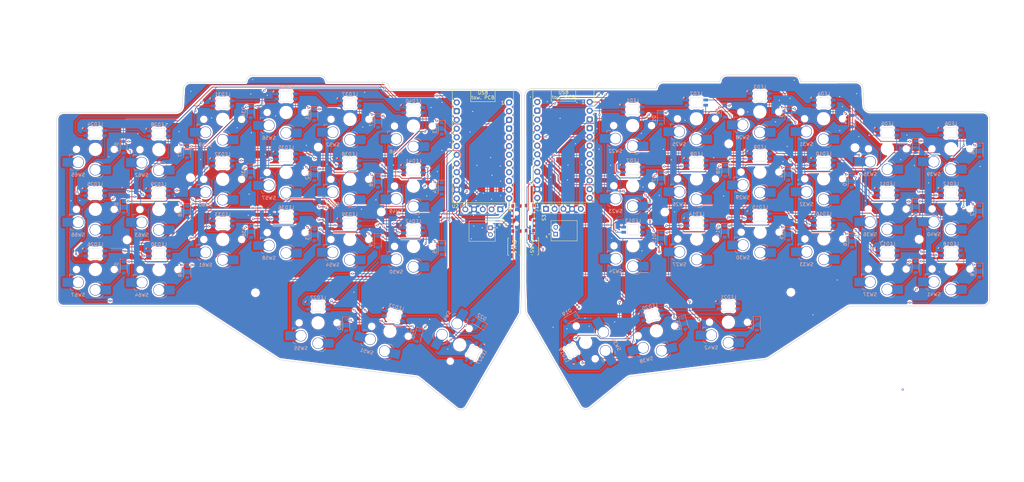
<source format=kicad_pcb>
(kicad_pcb (version 20241229) (generator "pcbnew") (generator_version "9.0")
  (layers (0 "F.Cu" signal) (2 "B.Cu" signal) (13 "F.Paste" user) (15 "B.Paste" user) (5 "F.SilkS" user "F.Silkscreen") (7 "B.SilkS" user "B.Silkscreen") (1 "F.Mask" user) (3 "B.Mask" user) (25 "Edge.Cuts" user))
  (net 0 "")
  (net 1 "/Row0r")
  (net 2 "Net-(D1-A)")
  (net 3 "Net-(D2-A)")
  (net 4 "Net-(D3-A)")
  (net 5 "Net-(D4-A)")
  (net 6 "Net-(D5-A)")
  (net 7 "Net-(D6-A)")
  (net 8 "/Row1r")
  (net 9 "Net-(D7-A)")
  (net 10 "Net-(D8-A)")
  (net 11 "Net-(D9-A)")
  (net 12 "Net-(D10-A)")
  (net 13 "Net-(D11-A)")
  (net 14 "Net-(D12-A)")
  (net 15 "Net-(D13-A)")
  (net 16 "/Row2r")
  (net 17 "Net-(D14-A)")
  (net 18 "Net-(D15-A)")
  (net 19 "Net-(D16-A)")
  (net 20 "Net-(D17-A)")
  (net 21 "Net-(D18-A)")
  (net 22 "/Row3r")
  (net 23 "Net-(D19-A)")
  (net 24 "Net-(D20-A)")
  (net 25 "Net-(D21-A)")
  (net 26 "/Row3l")
  (net 27 "Net-(D22-A)")
  (net 28 "Net-(D23-A)")
  (net 29 "/Row0l")
  (net 30 "Net-(D24-A)")
  (net 31 "/Row1l")
  (net 32 "Net-(D25-A)")
  (net 33 "/Row2l")
  (net 34 "Net-(D26-A)")
  (net 35 "Net-(D27-A)")
  (net 36 "Net-(D28-A)")
  (net 37 "Net-(D29-A)")
  (net 38 "Net-(D30-A)")
  (net 39 "Net-(D31-A)")
  (net 40 "Net-(D32-A)")
  (net 41 "Net-(D33-A)")
  (net 42 "Net-(D34-A)")
  (net 43 "Net-(D35-A)")
  (net 44 "Net-(D36-A)")
  (net 45 "Net-(D37-A)")
  (net 46 "Net-(D38-A)")
  (net 47 "Net-(D39-A)")
  (net 48 "Net-(D40-A)")
  (net 49 "Net-(D41-A)")
  (net 50 "Net-(D42-A)")
  (net 51 "/GNDr")
  (net 52 "/3.3r")
  (net 53 "/D2r")
  (net 54 "/D3r")
  (net 55 "/D1r")
  (net 56 "/GNDl")
  (net 57 "/D2l")
  (net 58 "/D3l")
  (net 59 "/D1l")
  (net 60 "/3.3l")
  (net 61 "Net-(J3-Pad1)")
  (net 62 "/bGNDl")
  (net 63 "/bGNDr")
  (net 64 "Net-(J4-Pad1)")
  (net 65 "Net-(LED1-DOUT)")
  (net 66 "/D0r")
  (net 67 "Net-(LED2-DOUT)")
  (net 68 "Net-(LED3-DOUT)")
  (net 69 "Net-(LED4-DOUT)")
  (net 70 "Net-(LED5-DOUT)")
  (net 71 "Net-(LED6-DOUT)")
  (net 72 "Net-(LED7-DOUT)")
  (net 73 "Net-(LED8-DOUT)")
  (net 74 "Net-(LED10-DIN)")
  (net 75 "Net-(LED10-DOUT)")
  (net 76 "Net-(LED11-DOUT)")
  (net 77 "Net-(LED12-DOUT)")
  (net 78 "Net-(LED13-DOUT)")
  (net 79 "Net-(LED14-DOUT)")
  (net 80 "Net-(LED15-DOUT)")
  (net 81 "Net-(LED16-DOUT)")
  (net 82 "Net-(LED17-DOUT)")
  (net 83 "Net-(LED18-DOUT)")
  (net 84 "Net-(LED19-DOUT)")
  (net 85 "Net-(LED20-DOUT)")
  (net 87 "Net-(LED22-DIN)")
  (net 88 "Net-(LED23-DOUT)")
  (net 89 "/D0l")
  (net 90 "Net-(LED24-DOUT)")
  (net 91 "Net-(LED25-DIN)")
  (net 92 "Net-(LED25-DOUT)")
  (net 93 "Net-(LED26-DIN)")
  (net 94 "Net-(LED26-DOUT)")
  (net 96 "Net-(LED28-DOUT)")
  (net 97 "Net-(LED29-DOUT)")
  (net 98 "Net-(LED30-DOUT)")
  (net 99 "Net-(LED31-DOUT)")
  (net 100 "Net-(LED32-DOUT)")
  (net 101 "Net-(LED33-DOUT)")
  (net 102 "Net-(LED34-DOUT)")
  (net 103 "Net-(LED35-DOUT)")
  (net 104 "Net-(LED36-DOUT)")
  (net 105 "Net-(LED37-DOUT)")
  (net 106 "Net-(LED38-DOUT)")
  (net 107 "Net-(LED39-DOUT)")
  (net 108 "/B+r")
  (net 111 "/B+l")
  (net 112 "/Col1r")
  (net 113 "/Col2r")
  (net 114 "/Col3r")
  (net 115 "/Col4r")
  (net 116 "/Col0r")
  (net 117 "/Col5r")
  (net 118 "/Col6r")
  (net 119 "Net-(U1-RST)")
  (net 120 "Net-(U2-RST)")
  (net 121 "/Col0l")
  (net 122 "/Col1l")
  (net 123 "/Col2l")
  (net 124 "/Col3l")
  (net 125 "/Col4l")
  (net 126 "/Col5l")
  (net 127 "/Col6l")
  (net 133 "Net-(LED22-DOUT)")
  (footprint "MountingHole:MountingHole_2.1mm" (layer "F.Cu") (at 81.54 138.710147)
    (property "Reference" "H4" (hide yes))
    (property "Value" "MountingHole_2.1mm" (hide yes))
  )
  (footprint "MountingHole:MountingHole_2.1mm" (layer "F.Cu") (at 100.45 172.230147)
    (property "Reference" "H1" (hide yes))
    (property "Value" "MountingHole_2.1mm" (hide yes))
  )
  (footprint "MountingHole:MountingHole_2.1mm" (layer "F.Cu") (at 238.124213 128.871084)
    (property "Reference" "H1" (hide yes))
    (property "Value" "MountingHole_2.1mm" (hide yes))
  )
  (footprint "jst:JST_S2B-PH-K-S_LF__SN_" (layer "F.Cu") (at 168.819496 154.310797 -90)
    (property "Reference" "J3")
    (property "Value" "S2B-PH-K-S_LF__SN_")
  )
  (footprint "Connector_PinSocket_2.54mm:PinSocket_1x05_P2.54mm_Vertical" (layer "F.Cu") (at 171.657002 147.960794 -90)
    (property "Reference" "J2")
    (property "Value" "Conn_01x05_Socket")
  )
  (footprint "'Swight:SW_SSSS811101" (layer "F.Cu") (at 176.412002 150.619847 90)
    (property "Reference" "S4")
    (property "Value" "JS102011SAQN")
  )
  (footprint "MountingHole:MountingHole_2.1mm" (layer "F.Cu") (at 293.474213 156.671084)
    (property "Reference" "H1" (hide yes))
    (property "Value" "MountingHole_2.1mm" (hide yes))
  )
  (footprint "MountingHole:MountingHole_2.1mm" (layer "F.Cu") (at 274.844213 129.991084)
    (property "Reference" "H1" (hide yes))
    (property "Value" "MountingHole_2.1mm" (hide yes))
  )
  (footprint "PCM_marbastlib-xp-promicroish:nice_nano_H_USBdn" (layer "F.Cu") (at 190.040215 130.666731)
    (property "Reference" "U1")
    (property "Value" "Nice_Nano_V2")
  )
  (footprint "Connector_PinSocket_2.54mm:PinSocket_1x05_P2.54mm_Vertical" (layer "F.Cu") (at 184.931214 147.826731 90)
    (property "Reference" "J1")
    (property "Value" "Conn_01x05_Socket")
  )
  (footprint "PCM_marbastlib-xp-promicroish:nice_nano_H_USBdn" (layer "F.Cu") (at 166.607002 130.795794)
    (property "Reference" "U2")
    (property "Value" "Nice_Nano_V2")
  )
  (footprint "jst:JST_S2B-PH-K-S_LF__SN_" (layer "F.Cu") (at 187.768718 154.176731 90)
    (property "Reference" "J4")
    (property "Value" "S2B-PH-K-S_LF__SN_")
  )
  (footprint "MountingHole:MountingHole_2.1mm" (layer "F.Cu") (at 63.1 156.830147)
    (property "Reference" "H3" (hide yes))
    (property "Value" "MountingHole_2.1mm" (hide yes))
  )
  (footprint "Reset:SW_EVQPUJ_4P7X3P5_PAN" (layer "F.Cu") (at 180.925215 158.706678 90)
    (property "Reference" "SW44")
    (property "Value" "SW_Push")
  )
  (footprint "MountingHole:MountingHole_2.1mm" (layer "F.Cu") (at 137.06 148.710147)
    (property "Reference" "H1" (hide yes))
    (property "Value" "MountingHole_2.1mm" (hide yes))
  )
  (footprint "MountingHole:MountingHole_2.1mm" (layer "F.Cu") (at 118.7 129.830147)
    (property "Reference" "H2" (hide yes))
    (property "Value" "MountingHole_2.1mm" (hide yes))
  )
  (footprint "'Swight:SW_SSSS811101" (layer "F.Cu") (at 180.235215 150.490731 -90)
    (property "Reference" "S3")
    (property "Value" "JS102011SAQN")
  )
  (footprint "MountingHole:MountingHole_2.1mm" (layer "F.Cu") (at 256.197213 172.101084)
    (property "Reference" "H1" (hide yes))
    (property "Value" "MountingHole_2.1mm" (hide yes))
  )
  (footprint "Reset:SW_EVQPUJ_4P7X3P5_PAN" (layer "F.Cu") (at 175.722002 158.835794 -90)
    (property "Reference" "SW46")
    (property "Value" "SW_Push")
  )
  (footprint "MountingHole:MountingHole_2.1mm" (layer "F.Cu") (at 219.524213 148.771084)
    (property "Reference" "H1" (hide yes))
    (property "Value" "MountingHole_2.1mm" (hide yes))
  )
  (footprint "Diode_SMD:D_SOD-123" (layer "B.Cu") (at 147.75 184.780147 -105)
    (property "Reference" "D26")
    (property "Value" "D")
  )
  (footprint "PCM_marbastlib-choc:LED_choc_6028R" (layer "B.Cu") (at 90.95 152.030147 180)
    (property "Reference" "LED33")
    (property "Value" "choc_SK6812MINI-E")
    (fp_line (start 1.699999 -0.702843) (end 1.699999 0.702841) (stroke (width 0.1)) (layer "Edge.Cuts"))
    (fp_line (start 0.794452 1.499999) (end -0.794452 1.499999) (stroke (width 0.1)) (layer "Edge.Cuts"))
    (fp_line (start -0.794452 -1.5) (end 0.794453 -1.5) (stroke (width 0.1)) (layer "Edge.Cuts"))
    (fp_line (start -1.699999 0.702841) (end -1.699999 -0.702843) (stroke (width 0.1)) (layer "Edge.Cuts"))
    (fp_arc (start 1.749484 0.919719) (mid 1.712526 0.814067) (end 1.699999 0.702841) (stroke (width 0.1)) (layer "Edge.Cuts"))
    (fp_arc (start 1.749484 0.919718) (mid 1.638073 1.504037) (end 1.046711 1.568298) (stroke (width 0.1)) (layer "Edge.Cuts"))
    (fp_arc (start 1.699999 -0.702844) (mid 1.712536 -0.814066) (end 1.749484 -0.919721) (stroke (width 0.1)) (layer "Edge.Cuts"))
    (fp_arc (start 1.046711 -1.568299) (mid 1.638071 -1.504036) (end 1.749484 -0.919721) (stroke (width 0.1)) (layer "Edge.Cuts"))
    (fp_arc (start 1.046711 -1.568299) (mid 0.925123 -1.517377) (end 0.794453 -1.5) (stroke (width 0.1)) (layer "Edge.Cuts"))
    (fp_arc (start 0.794452 1.499999) (mid 0.925123 1.517376) (end 1.046711 1.568298) (stroke (width 0.1)) (layer "Edge.Cuts"))
    (fp_arc (start -0.794453 -1.500001) (mid -0.925123 -1.517378) (end -1.046711 -1.5683) (stroke (width 0.1)) (layer "Edge.Cuts"))
    (fp_arc (start -1.04671 1.568298) (mid -0.925122 1.517376) (end -0.794452 1.499999) (stroke (width 0.1)) (layer "Edge.Cuts"))
    (fp_arc (start -1.046711 1.568296) (mid -1.63807 1.504033) (end -1.749484 0.919719) (stroke (width 0.1)) (layer "Edge.Cuts"))
    (fp_arc (start -1.699999 0.702842) (mid -1.712527 0.814067) (end -1.749484 0.919719) (stroke (width 0.1)) (layer "Edge.Cuts"))
    (fp_arc (start -1.749484 -0.919721) (mid -1.638071 -1.504036) (end -1.046711 -1.5683) (stroke (width 0.1)) (layer "Edge.Cuts"))
    (fp_arc (start -1.749484 -0.919721) (mid -1.712527 -0.814069) (end -1.699999 -0.702843) (stroke (width 0.1)) (layer "Edge.Cuts"))
  )
  (footprint "PCM_marbastlib-choc:LED_choc_6028R" (layer "B.Cu") (at 284.274213 160.621084 180)
    (property "Reference" "LED17")
    (property "Value" "choc_SK6812MINI-E")
    (fp_line (start 1.699999 -0.702843) (end 1.699999 0.702841) (stroke (width 0.1)) (layer "Edge.Cuts"))
    (fp_line (start 0.794452 1.499999) (end -0.794452 1.499999) (stroke (width 0.1)) (layer "Edge.Cuts"))
    (fp_line (start -0.794452 -1.5) (end 0.794453 -1.5) (stroke (width 0.1)) (layer "Edge.Cuts"))
    (fp_line (start -1.699999 0.702841) (end -1.699999 -0.702843) (stroke (width 0.1)) (layer "Edge.Cuts"))
    (fp_arc (start 1.749484 0.919719) (mid 1.712526 0.814067) (end 1.699999 0.702841) (stroke (width 0.1)) (layer "Edge.Cuts"))
    (fp_arc (start 1.749484 0.919718) (mid 1.638073 1.504037) (end 1.046711 1.568298) (stroke (width 0.1)) (layer "Edge.Cuts"))
    (fp_arc (start 1.699999 -0.702844) (mid 1.712536 -0.814066) (end 1.749484 -0.919721) (stroke (width 0.1)) (layer "Edge.Cuts"))
    (fp_arc (start 1.046711 -1.568299) (mid 1.638071 -1.504036) (end 1.749484 -0.919721) (stroke (width 0.1)) (layer "Edge.Cuts"))
    (fp_arc (start 1.046711 -1.568299) (mid 0.925123 -1.517377) (end 0.794453 -1.5) (stroke (width 0.1)) (layer "Edge.Cuts"))
    (fp_arc (start 0.794452 1.499999) (mid 0.925123 1.517376) (end 1.046711 1.568298) (stroke (width 0.1)) (layer "Edge.Cuts"))
    (fp_arc (start -0.794453 -1.500001) (mid -0.925123 -1.517378) (end -1.046711 -1.5683) (stroke (width 0.1)) (layer "Edge.Cuts"))
    (fp_arc (start -1.04671 1.568298) (mid -0.925122 1.517376) (end -0.794452 1.499999) (stroke (width 0.1)) (layer "Edge.Cuts"))
    (fp_arc (start -1.046711 1.568296) (mid -1.63807 1.504033) (end -1.749484 0.919719) (stroke (width 0.1)) (layer "Edge.Cuts"))
    (fp_arc (start -1.699999 0.702842) (mid -1.712527 0.814067) (end -1.749484 0.919719) (stroke (width 0.1)) (layer "Edge.Cuts"))
    (fp_arc (start -1.749484 -0.919721) (mid -1.638071 -1.504036) (end -1.046711 -1.5683) (stroke (width 0.1)) (layer "Edge.Cuts"))
    (fp_arc (start -1.749484 -0.919721) (mid -1.712527 -0.814069) (end -1.699999 -0.702843) (stroke (width 0.1)) (layer "Edge.Cuts"))
  )
  (footprint "Diode_SMD:D_SOD-123" (layer "B.Cu") (at 99.05 119.565147 -90)
    (property "Reference" "D34")
    (property "Value" "D")
  )
  (footprint "PCM_marbastlib-choc:LED_choc_6028R" (layer "B.Cu") (at 127.95 117.030147 180)
    (property "Reference" "LED37")
    (property "Value" "choc_SK6812MINI-E")
    (fp_line (start 1.699999 -0.702843) (end 1.699999 0.702841) (stroke (width 0.1)) (layer "Edge.Cuts"))
    (fp_line (start 0.794452 1.499999) (end -0.794452 1.499999) (stroke (width 0.1)) (layer "Edge.Cuts"))
    (fp_line (start -0.794452 -1.5) (end 0.794453 -1.5) (stroke (width 0.1)) (layer "Edge.Cuts"))
    (fp_line (start -1.699999 0.702841) (end -1.699999 -0.702843) (stroke (width 0.1)) (layer "Edge.Cuts"))
    (fp_arc (start 1.749484 0.919719) (mid 1.712526 0.814067) (end 1.699999 0.702841) (stroke (width 0.1)) (layer "Edge.Cuts"))
    (fp_arc (start 1.749484 0.919718) (mid 1.638073 1.504037) (end 1.046711 1.568298) (stroke (width 0.1)) (layer "Edge.Cuts"))
    (fp_arc (start 1.699999 -0.702844) (mid 1.712536 -0.814066) (end 1.749484 -0.919721) (stroke (width 0.1)) (layer "Edge.Cuts"))
    (fp_arc (start 1.046711 -1.568299) (mid 1.638071 -1.504036) (end 1.749484 -0.919721) (stroke (width 0.1)) (layer "Edge.Cuts"))
    (fp_arc (start 1.046711 -1.568299) (mid 0.925123 -1.517377) (end 0.794453 -1.5) (stroke (width 0.1)) (layer "Edge.Cuts"))
    (fp_arc (start 0.794452 1.499999) (mid 0.925123 1.517376) (end 1.046711 1.568298) (stroke (width 0.1)) (layer "Edge.Cuts"))
    (fp_arc (start -0.794453 -1.500001) (mid -0.925123 -1.517378) (end -1.046711 -1.5683) (stroke (width 0.1)) (layer "Edge.Cuts"))
    (fp_arc (start -1.04671 1.568298) (mid -0.925122 1.517376) (end -0.794452 1.499999) (stroke (width 0.1)) (layer "Edge.Cuts"))
    (fp_arc (start -1.046711 1.568296) (mid -1.63807 1.504033) (end -1.749484 0.919719) (stroke (width 0.1)) (layer "Edge.Cuts"))
    (fp_arc (start -1.699999 0.702842) (mid -1.712527 0.814067) (end -1.749484 0.919719) (stroke (width 0.1)) (layer "Edge.Cuts"))
    (fp_arc (start -1.749484 -0.919721) (mid -1.638071 -1.504036) (end -1.046711 -1.5683) (stroke (width 0.1)) (layer "Edge.Cuts"))
    (fp_arc (start -1.749484 -0.919721) (mid -1.712527 -0.814069) (end -1.699999 -0.702843) (stroke (width 0.1)) (layer "Edge.Cuts"))
  )
  (footprint "Diode_SMD:D_SOD-123" (layer "B.Cu") (at 165.271059 181.035146 150)
    (property "Reference" "D22")
    (property "Value" "D")
  )
  (footprint "PCM_marbastlib-choc:choc_3D_hotswap" (layer "B.Cu") (at 210.186215 141.076731 180)
    (property "Reference" "SW23")
    (property "Value" "SW_Push_45deg")
  )
  (footprint "PCM_marbastlib-choc:SW_choc_v1_HS_CPG135001S30_1.5u" (layer "B.Cu") (at 196.505864 186.681983 -60)
    (property "Reference" "SW34")
    (property "Value" "SW_Push_45deg")
  )
  (footprint "PCM_marbastlib-choc:LED_choc_6028R" (layer "B.Cu") (at 302.774213 143.121084 180)
    (property "Reference" "LED12")
    (property "Value" "choc_SK6812MINI-E")
    (fp_line (start 1.699999 -0.702843) (end 1.699999 0.702841) (stroke (width 0.1)) (layer "Edge.Cuts"))
    (fp_line (start 0.794452 1.499999) (end -0.794452 1.499999) (stroke (width 0.1)) (layer "Edge.Cuts"))
    (fp_line (start -0.794452 -1.5) (end 0.794453 -1.5) (stroke (width 0.1)) (layer "Edge.Cuts"))
    (fp_line (start -1.699999 0.702841) (end -1.699999 -0.702843) (stroke (width 0.1)) (layer "Edge.Cuts"))
    (fp_arc (start 1.749484 0.919719) (mid 1.712526 0.814067) (end 1.699999 0.702841) (stroke (width 0.1)) (layer "Edge.Cuts"))
    (fp_arc (start 1.749484 0.919718) (mid 1.638073 1.504037) (end 1.046711 1.568298) (stroke (width 0.1)) (layer "Edge.Cuts"))
    (fp_arc (start 1.699999 -0.702844) (mid 1.712536 -0.814066) (end 1.749484 -0.919721) (stroke (width 0.1)) (layer "Edge.Cuts"))
    (fp_arc (start 1.046711 -1.568299) (mid 1.638071 -1.504036) (end 1.749484 -0.919721) (stroke (width 0.1)) (layer "Edge.Cuts"))
    (fp_arc (start 1.046711 -1.568299) (mid 0.925123 -1.517377) (end 0.794453 -1.5) (stroke (width 0.1)) (layer "Edge.Cuts"))
    (fp_arc (start 0.794452 1.499999) (mid 0.925123 1.517376) (end 1.046711 1.568298) (stroke (width 0.1)) (layer "Edge.Cuts"))
    (fp_arc (start -0.794453 -1.500001) (mid -0.925123 -1.517378) (end -1.046711 -1.5683) (stroke (width 0.1)) (layer "Edge.Cuts"))
    (fp_arc (start -1.04671 1.568298) (mid -0.925122 1.517376) (end -0.794452 1.499999) (stroke (width 0.1)) (layer "Edge.Cuts"))
    (fp_arc (start -1.046711 1.568296) (mid -1.63807 1.504033) (end -1.749484 0.919719) (stroke (width 0.1)) (layer "Edge.Cuts"))
    (fp_arc (start -1.699999 0.702842) (mid -1.712527 0.814067) (end -1.749484 0.919719) (stroke (width 0.1)) (layer "Edge.Cuts"))
    (fp_arc (start -1.749484 -0.919721) (mid -1.638071 -1.504036) (end -1.046711 -1.5683) (stroke (width 0.1)) (layer "Edge.Cuts"))
    (fp_arc (start -1.749484 -0.919721) (mid -1.712527 -0.814069) (end -1.699999 -0.702843) (stroke (width 0.1)) (layer "Edge.Cuts"))
  )
  (footprint "PCM_marbastlib-choc:choc_3D_hotswap" (layer "B.Cu") (at 210.151215 123.569231 180)
    (property "Reference" "SW22")
    (property "Value" "SW_Push_45deg")
  )
  (footprint "Diode_SMD:D_SOD-123" (layer "B.Cu") (at 99.14 154.430147 -90)
    (property "Reference" "D36")
    (property "Value" "D")
  )
  (footprint "PCM_marbastlib-choc:SW_choc_v1_HS_CPG135001S30_1.5u" (layer "B.Cu") (at 159.867002 187.412654 60)
    (property "Reference" "SW47")
    (property "Value" "SW_Push_45deg")
  )
  (footprint "PCM_marbastlib-choc:LED_choc_6028R" (layer "B.Cu") (at 210.274213 153.871084 180)
    (property "Reference" "LED13")
    (property "Value" "choc_SK6812MINI-E")
    (fp_line (start 1.699999 -0.702843) (end 1.699999 0.702841) (stroke (width 0.1)) (layer "Edge.Cuts"))
    (fp_line (start 0.794452 1.499999) (end -0.794452 1.499999) (stroke (width 0.1)) (layer "Edge.Cuts"))
    (fp_line (start -0.794452 -1.5) (end 0.794453 -1.5) (stroke (width 0.1)) (layer "Edge.Cuts"))
    (fp_line (start -1.699999 0.702841) (end -1.699999 -0.702843) (stroke (width 0.1)) (layer "Edge.Cuts"))
    (fp_arc (start 1.749484 0.919719) (mid 1.712526 0.814067) (end 1.699999 0.702841) (stroke (width 0.1)) (layer "Edge.Cuts"))
    (fp_arc (start 1.749484 0.919718) (mid 1.638073 1.504037) (end 1.046711 1.568298) (stroke (width 0.1)) (layer "Edge.Cuts"))
    (fp_arc (start 1.699999 -0.702844) (mid 1.712536 -0.814066) (end 1.749484 -0.919721) (stroke (width 0.1)) (layer "Edge.Cuts"))
    (fp_arc (start 1.046711 -1.568299) (mid 1.638071 -1.504036) (end 1.749484 -0.919721) (stroke (width 0.1)) (layer "Edge.Cuts"))
    (fp_arc (start 1.046711 -1.568299) (mid 0.925123 -1.517377) (end 0.794453 -1.5) (stroke (width 0.1)) (layer "Edge.Cuts"))
    (fp_arc (start 0.794452 1.499999) (mid 0.925123 1.517376) (end 1.046711 1.568298) (stroke (width 0.1)) (layer "Edge.Cuts"))
    (fp_arc (start -0.794453 -1.500001) (mid -0.925123 -1.517378) (end -1.046711 -1.5683) (stroke (width 0.1)) (layer "Edge.Cuts"))
    (fp_arc (start -1.04671 1.568298) (mid -0.925122 1.517376) (end -0.794452 1.499999) (stroke (width 0.1)) (layer "Edge.Cuts"))
    (fp_arc (start -1.046711 1.568296) (mid -1.63807 1.504033) (end -1.749484 0.919719) (stroke (width 0.1)) (layer "Edge.Cuts"))
    (fp_arc (start -1.699999 0.702842) (mid -1.712527 0.814067) (end -1.749484 0.919719) (stroke (width 0.1)) (layer "Edge.Cuts"))
    (fp_arc (start -1.749484 -0.919721) (mid -1.638071 -1.504036) (end -1.046711 -1.5683) (stroke (width 0.1)) (layer "Edge.Cuts"))
    (fp_arc (start -1.749484 -0.919721) (mid -1.712527 -0.814069) (end -1.699999 -0.702843) (stroke (width 0.1)) (layer "Edge.Cuts"))
  )
  (footprint "Diode_SMD:D_SOD-123" (layer "B.Cu") (at 218.374213 121.521084 -90)
    (property "Reference" "D1")
    (property "Value" "D")
  )
  (footprint "Diode_SMD:D_SOD-123" (layer "B.Cu") (at 136.144502 122.413294 -90)
    (property "Reference" "D27")
    (property "Value" "D")
  )
  (footprint "PCM_marbastlib-choc:LED_choc_6028R" (layer "B.Cu") (at 302.774213 160.621084 180)
    (property "Reference" "LED18")
    (property "Value" "choc_SK6812MINI-E")
    (fp_line (start 1.699999 -0.702843) (end 1.699999 0.702841) (stroke (width 0.1)) (layer "Edge.Cuts"))
    (fp_line (start 0.794452 1.499999) (end -0.794452 1.499999) (stroke (width 0.1)) (layer "Edge.Cuts"))
    (fp_line (start -0.794452 -1.5) (end 0.794453 -1.5) (stroke (width 0.1)) (layer "Edge.Cuts"))
    (fp_line (start -1.699999 0.702841) (end -1.699999 -0.702843) (stroke (width 0.1)) (layer "Edge.Cuts"))
    (fp_arc (start 1.749484 0.919719) (mid 1.712526 0.814067) (end 1.699999 0.702841) (stroke (width 0.1)) (layer "Edge.Cuts"))
    (fp_arc (start 1.749484 0.919718) (mid 1.638073 1.504037) (end 1.046711 1.568298) (stroke (width 0.1)) (layer "Edge.Cuts"))
    (fp_arc (start 1.699999 -0.702844) (mid 1.712536 -0.814066) (end 1.749484 -0.919721) (stroke (width 0.1)) (layer "Edge.Cuts"))
    (fp_arc (start 1.046711 -1.568299) (mid 1.638071 -1.504036) (end 1.749484 -0.919721) (stroke (width 0.1)) (layer "Edge.Cuts"))
    (fp_arc (start 1.046711 -1.568299) (mid 0.925123 -1.517377) (end 0.794453 -1.5) (stroke (width 0.1)) (layer "Edge.Cuts"))
    (fp_arc (start 0.794452 1.499999) (mid 0.925123 1.517376) (end 1.046711 1.568298) (stroke (width 0.1)) (layer "Edge.Cuts"))
    (fp_arc (start -0.794453 -1.500001) (mid -0.925123 -1.517378) (end -1.046711 -1.5683) (stroke (width 0.1)) (layer "Edge.Cuts"))
    (fp_arc (start -1.04671 1.568298) (mid -0.925122 1.517376) (end -0.794452 1.499999) (stroke (width 0.1)) (layer "Edge.Cuts"))
    (fp_arc (start -1.046711 1.568296) (mid -1.63807 1.504033) (end -1.749484 0.919719) (stroke (width 0.1)) (layer "Edge.Cuts"))
    (fp_arc (start -1.699999 0.702842) (mid -1.712527 0.814067) (end -1.749484 0.919719) (stroke (width 0.1)) (layer "Edge.Cuts"))
    (fp_arc (start -1.749484 -0.919721) (mid -1.638071 -1.504036) (end -1.046711 -1.5683) (stroke (width 0.1)) (layer "Edge.Cuts"))
    (fp_arc (start -1.749484 -0.919721) (mid -1.712527 -0.814069) (end -1.699999 -0.702843) (stroke (width 0.1)) (layer "Edge.Cuts"))
  )
  (footprint "PCM_marbastlib-choc:choc_3D_hotswap" (layer "B.Cu") (at 139.58441 183.472289 165)
    (property "Reference" "SW51")
    (property "Value" "SW_Push_45deg")
  )
  (footprint "Diode_SMD:D_SOD-123" (layer "B.Cu") (at 255.411215 137.776731 -90)
    (property "Reference" "D9")
    (property "Value" "D")
  )
  (footprint "PCM_marbastlib-choc:choc_3D_hotswap" (layer "B.Cu") (at 302.726215 130.319231 180)
    (property "Reference" "SW39")
    (property "Value" "SW_Push_45deg")
  )
  (footprint "PCM_marbastlib-choc:choc_3D_hotswap" (layer "B.Cu") (at 210.241215 158.571731 180)
    (property "Reference" "SW24")
    (property "Value" "SW_Push_45deg")
  )
  (footprint "PCM_marbastlib-choc:LED_choc_6028R" (layer "B.Cu") (at 90.9 134.530147 180)
    (property "Reference" "LED32")
    (property "Value" "choc_SK6812MINI-E")
    (fp_line (start 1.699999 -0.702843) (end 1.699999 0.702841) (stroke (width 0.1)) (layer "Edge.Cuts"))
    (fp_line (start 0.794452 1.499999) (end -0.794452 1.499999) (stroke (width 0.1)) (layer "Edge.Cuts"))
    (fp_line (start -0.794452 -1.5) (end 0.794453 -1.5) (stroke (width 0.1)) (layer "Edge.Cuts"))
    (fp_line (start -1.699999 0.702841) (end -1.699999 -0.702843) (stroke (width 0.1)) (layer "Edge.Cuts"))
    (fp_arc (start 1.749484 0.919719) (mid 1.712526 0.814067) (end 1.699999 0.702841) (stroke (width 0.1)) (layer "Edge.Cuts"))
    (fp_arc (start 1.749484 0.919718) (mid 1.638073 1.504037) (end 1.046711 1.568298) (stroke (width 0.1)) (layer "Edge.Cuts"))
    (fp_arc (start 1.699999 -0.702844) (mid 1.712536 -0.814066) (end 1.749484 -0.919721) (stroke (width 0.1)) (layer "Edge.Cuts"))
    (fp_arc (start 1.046711 -1.568299) (mid 1.638071 -1.504036) (end 1.749484 -0.919721) (stroke (width 0.1)) (layer "Edge.Cuts"))
    (fp_arc (start 1.046711 -1.568299) (mid 0.925123 -1.517377) (end 0.794453 -1.5) (stroke (width 0.1)) (layer "Edge.Cuts"))
    (fp_arc (start 0.794452 1.499999) (mid 0.925123 1.517376) (end 1.046711 1.568298) (stroke (width 0.1)) (layer "Edge.Cuts"))
    (fp_arc (start -0.794453 -1.500001) (mid -0.925123 -1.517378) (end -1.046711 -1.5683) (stroke (width 0.1)) (layer "Edge.Cuts"))
    (fp_arc (start -1.04671 1.568298) (mid -0.925122 1.517376) (end -0.794452 1.499999) (stroke (width 0.1)) (layer "Edge.Cuts"))
    (fp_arc (start -1.046711 1.568296) (mid -1.63807 1.504033) (end -1.749484 0.919719) (stroke (width 0.1)) (layer "Edge.Cuts"))
    (fp_arc (start -1.699999 0.702842) (mid -1.712527 0.814067) (end -1.749484 0.919719) (stroke (width 0.1)) (layer "Edge.Cuts"))
    (fp_arc (start -1.749484 -0.919721) (mid -1.638071 -1.504036) (end -1.046711 -1.5683) (stroke (width 0.1)) (layer "Edge.Cuts"))
    (fp_arc (start -1.749484 -0.919721) (mid -1.712527 -0.814069) (end -1.699999 -0.702843) (stroke (width 0.1)) (layer "Edge.Cuts"))
  )
  (footprint "PCM_marbastlib-choc:choc_3D_hotswap" (layer "B.Cu") (at 146.387 141.178294 180)
    (property "Reference" "SW49")
    (property "Value" "SW_Push_45deg")
  )
  (footprint "PCM_marbastlib-choc:LED_choc_6028R" (layer "B.Cu") (at 284.249213 125.621084 180)
    (property "Reference" "LED5")
    (property "Value" "choc_SK6812MINI-E")
    (fp_line (start 1.699999 -0.702843) (end 1.699999 0.702841) (stroke (width 0.1)) (layer "Edge.Cuts"))
    (fp_line (start 0.794452 1.499999) (end -0.794452 1.499999) (stroke (width 0.1)) (layer "Edge.Cuts"))
    (fp_line (start -0.794452 -1.5) (end 0.794453 -1.5) (stroke (width 0.1)) (layer "Edge.Cuts"))
    (fp_line (start -1.699999 0.702841) (end -1.699999 -0.702843) (stroke (width 0.1)) (layer "Edge.Cuts"))
    (fp_arc (start 1.749484 0.919719) (mid 1.712526 0.814067) (end 1.699999 0.702841) (stroke (width 0.1)) (layer "Edge.Cuts"))
    (fp_arc (start 1.749484 0.919718) (mid 1.638073 1.504037) (end 1.046711 1.568298) (stroke (width 0.1)) (layer "Edge.Cuts"))
    (fp_arc (start 1.699999 -0.702844) (mid 1.712536 -0.814066) (end 1.749484 -0.919721) (stroke (width 0.1)) (layer "Edge.Cuts"))
    (fp_arc (start 1.046711 -1.568299) (mid 1.638071 -1.504036) (end 1.749484 -0.919721) (stroke (width 0.1)) (layer "Edge.Cuts"))
    (fp_arc (start 1.046711 -1.568299) (mid 0.925123 -1.517377) (end 0.794453 -1.5) (stroke (width 0.1)) (layer "Edge.Cuts"))
    (fp_arc (start 0.794452 1.499999) (mid 0.925123 1.517376) (end 1.046711 1.568298) (stroke (width 0.1)) (layer "Edge.Cuts"))
    (fp_arc (start -0.794453 -1.500001) (mid -0.925123 -1.517378) (end -1.046711 -1.5683) (stroke (width 0.1)) (layer "Edge.Cuts"))
    (fp_arc (start -1.04671 1.568298) (mid -0.925122 1.517376) (end -0.794452 1.499999) (stroke (width 0.1)) (layer "Edge.Cuts"))
    (fp_arc (start -1.046711 1.568296) (mid -1.63807 1.504033) (end -1.749484 0.919719) (stroke (width 0.1)) (layer "Edge.Cuts"))
    (fp_arc (start -1.699999 0.702842) (mid -1.712527 0.814067) (end -1.749484 0.919719) (stroke (width 0.1)) (layer "Edge.Cuts"))
    (fp_arc (start -1.749484 -0.919721) (mid -1.638071 -1.504036) (end -1.046711 -1.5683) (stroke (width 0.1)) (layer "Edge.Cuts"))
    (fp_arc (start -1.749484 -0.919721) (mid -1.712527 -0.814069) (end -1.699999 -0.702843) (stroke (width 0.1)) (layer "Edge.Cuts"))
  )
  (footprint "Diode_SMD:D_SOD-123" (layer "B.Cu") (at 126.859998 181.673294 -90)
    (property "Reference" "D30")
    (property "Value" "D")
  )
  (footprint "PCM_marbastlib-choc:choc_3D_hotswap" (layer "B.Cu") (at 118.652002 180.995794 180)
    (property "Reference" "SW55")
    (property "Value" "SW_Push_45deg")
  )
  (footprint "PCM_marbastlib-choc:LED_choc_6028R" (layer "B.Cu") (at 265.724213 116.871084 180)
    (property "Reference" "LED4")
    (property "Value" "choc_SK6812MINI-E")
    (fp_line (start 1.699999 -0.702843) (end 1.699999 0.702841) (stroke (width 0.1)) (layer "Edge.Cuts"))
    (fp_line (start 0.794452 1.499999) (end -0.794452 1.499999) (stroke (width 0.1)) (layer "Edge.Cuts"))
    (fp_line (start -0.794452 -1.5) (end 0.794453 -1.5) (stroke (width 0.1)) (layer "Edge.Cuts"))
    (fp_line (start -1.699999 0.702841) (end -1.699999 -0.702843) (stroke (width 0.1)) (layer "Edge.Cuts"))
    (fp_arc (start 1.749484 0.919719) (mid 1.712526 0.814067) (end 1.699999 0.702841) (stroke (width 0.1)) (layer "Edge.Cuts"))
    (fp_arc (start 1.749484 0.919718) (mid 1.638073 1.504037) (end 1.046711 1.568298) (stroke (width 0.1)) (layer "Edge.Cuts"))
    (fp_arc (start 1.699999 -0.702844) (mid 1.712536 -0.814066) (end 1.749484 -0.919721) (stroke (width 0.1)) (layer "Edge.Cuts"))
    (fp_arc (start 1.046711 -1.568299) (mid 1.638071 -1.504036) (end 1.749484 -0.919721) (stroke (width 0.1)) (layer "Edge.Cuts"))
    (fp_arc (start 1.046711 -1.568299) (mid 0.925123 -1.517377) (end 0.794453 -1.5) (stroke (width 0.1)) (layer "Edge.Cuts"))
    (fp_arc (start 0.794452 1.499999) (mid 0.925123 1.517376) (end 1.046711 1.568298) (stroke (width 0.1)) (layer "Edge.Cuts"))
    (fp_arc (start -0.794453 -1.500001) (mid -0.925123 -1.517378) (end -1.046711 -1.5683) (stroke (width 0.1)) (layer "Edge.Cuts"))
    (fp_arc (start -1.04671 1.568298) (mid -0.925122 1.517376) (end -0.794452 1.499999) (stroke (width 0.1)) (layer "Edge.Cuts"))
    (fp_arc (start -1.046711 1.568296) (mid -1.63807 1.504033) (end -1.749484 0.919719) (stroke (width 0.1)) (layer "Edge.Cuts"))
    (fp_arc (start -1.699999 0.702842) (mid -1.712527 0.814067) (end -1.749484 0.919719) (stroke (width 0.1)) (layer "Edge.Cuts"))
    (fp_arc (start -1.749484 -0.919721) (mid -1.638071 -1.504036) (end -1.046711 -1.5683) (stroke (width 0.1)) (layer "Edge.Cuts"))
    (fp_arc (start -1.749484 -0.919721) (mid -1.712527 -0.814069) (end -1.699999 -0.702843) (stroke (width 0.1)) (layer "Edge.Cuts"))
  )
  (footprint "Diode_SMD:D_SOD-123" (layer "B.Cu") (at 236.916215 154.421084 -90)
    (property "Reference" "D14")
    (property "Value" "D")
  )
  (footprint "PCM_marbastlib-choc:LED_choc_6028R" (layer "B.Cu") (at 228.749213 134.421084 180)
    (property "Reference" "LED8")
    (property "Value" "choc_SK6812MINI-E")
    (fp_line (start 1.699999 -0.702843) (end 1.699999 0.702841) (stroke (width 0.1)) (layer "Edge.Cuts"))
    (fp_line (start 0.794452 1.499999) (end -0.794452 1.499999) (stroke (width 0.1)) (layer "Edge.Cuts"))
    (fp_line (start -0.794452 -1.5) (end 0.794453 -1.5) (stroke (width 0.1)) (layer "Edge.Cuts"))
    (fp_line (start -1.699999 0.702841) (end -1.699999 -0.702843) (stroke (width 0.1)) (layer "Edge.Cuts"))
    (fp_arc (start 1.749484 0.919719) (mid 1.712526 0.814067) (end 1.699999 0.702841) (stroke (width 0.1)) (layer "Edge.Cuts"))
    (fp_arc (start 1.749484 0.919718) (mid 1.638073 1.504037) (end 1.046711 1.568298) (stroke (width 0.1)) (layer "Edge.Cuts"))
    (fp_arc (start 1.699999 -0.702844) (mid 1.712536 -0.814066) (end 1.749484 -0.919721) (stroke (width 0.1)) (layer "Edge.Cuts"))
    (fp_arc (start 1.046711 -1.568299) (mid 1.638071 -1.504036) (end 1.749484 -0.919721) (stroke (width 0.1)) (layer "Edge.Cuts"))
    (fp_arc (start 1.046711 -1.568299) (mid 0.925123 -1.517377) (end 0.794453 -1.5) (stroke (width 0.1)) (layer "Edge.Cuts"))
    (fp_arc (start 0.794452 1.499999) (mid 0.925123 1.517376) (end 1.046711 1.568298) (stroke (width 0.1)) (layer "Edge.Cuts"))
    (fp_arc (start -0.794453 -1.500001) (mid -0.925123 -1.517378) (end -1.046711 -1.5683) (stroke (width 0.1)) (layer "Edge.Cuts"))
    (fp_arc (start -1.04671 1.568298) (mid -0.925122 1.517376) (end -0.794452 1.499999) (stroke (width 0.1)) (layer "Edge.Cuts"))
    (fp_arc (start -1.046711 1.568296) (mid -1.63807 1.504033) (end -1.749484 0.919719) (stroke (width 0.1)) (layer "Edge.Cuts"))
    (fp_arc (start -1.699999 0.702842) (mid -1.712527 0.814067) (end -1.749484 0.919719) (stroke (width 0.1)) (layer "Edge.Cuts"))
    (fp_arc (start -1.749484 -0.919721) (mid -1.638071 -1.504036) (end -1.046711 -1.5683) (stroke (width 0.1)) (layer "Edge.Cuts"))
    (fp_arc (start -1.749484 -0.919721) (mid -1.712527 -0.814069) (end -1.699999 -0.702843) (stroke (width 0.1)) (layer "Edge.Cuts"))
  )
  (footprint "Diode_SMD:D_SOD-123" (layer "B.Cu") (at 80.6 166.173294 -90)
    (property "Reference" "D39")
    (property "Value" "D")
  )
  (footprint "Diode_SMD:D_SOD-123" (layer "B.Cu") (at 310.981215 148.504231 -90)
    (property "Reference" "D12")
    (property "Value" "D")
  )
  (footprint "Diode_SMD:D_SOD-123" (layer "B.Cu") (at 273.986215 157.249231 -90)
    (property "Reference" "D16")
    (property "Value" "D")
  )
  (footprint "PCM_marbastlib-choc:choc_3D_hotswap" (layer "B.Cu") (at 127.9345 121.735794 180)
    (property "Reference" "SW52")
    (property "Value" "SW_Push_45deg")
  )
  (footprint "Diode_SMD:D_SOD-123" (layer "B.Cu") (at 62.1 129.855147 -90)
    (property "Reference" "D40")
    (property "Value" "D")
  )
  (footprint "PCM_marbastlib-choc:LED_choc_6028R" (layer "B.Cu") (at 53.875 160.780147 180)
    (property "Reference" "LED26")
    (property "Value" "choc_SK6812MINI-E")
    (fp_line (start 1.699999 -0.702843) (end 1.699999 0.702841) (stroke (width 0.1)) (layer "Edge.Cuts"))
    (fp_line (start 0.794452 1.499999) (end -0.794452 1.499999) (stroke (width 0.1)) (layer "Edge.Cuts"))
    (fp_line (start -0.794452 -1.5) (end 0.794453 -1.5) (stroke (width 0.1)) (layer "Edge.Cuts"))
    (fp_line (start -1.699999 0.702841) (end -1.699999 -0.702843) (stroke (width 0.1)) (layer "Edge.Cuts"))
    (fp_arc (start 1.749484 0.919719) (mid 1.712526 0.814067) (end 1.699999 0.702841) (stroke (width 0.1)) (layer "Edge.Cuts"))
    (fp_arc (start 1.749484 0.919718) (mid 1.638073 1.504037) (end 1.046711 1.568298) (stroke (width 0.1)) (layer "Edge.Cuts"))
    (fp_arc (start 1.699999 -0.702844) (mid 1.712536 -0.814066) (end 1.749484 -0.919721) (stroke (width 0.1)) (layer "Edge.Cuts"))
    (fp_arc (start 1.046711 -1.568299) (mid 1.638071 -1.504036) (end 1.749484 -0.919721) (stroke (width 0.1)) (layer "Edge.Cuts"))
    (fp_arc (start 1.046711 -1.568299) (mid 0.925123 -1.517377) (end 0.794453 -1.5) (stroke (width 0.1)) (layer "Edge.Cuts"))
    (fp_arc (start 0.794452 1.499999) (mid 0.925123 1.517376) (end 1.046711 1.568298) (stroke (width 0.1)) (layer "Edge.Cuts"))
    (fp_arc (start -0.794453 -1.500001) (mid -0.925123 -1.517378) (end -1.046711 -1.5683) (stroke (width 0.1)) (layer "Edge.Cuts"))
    (fp_arc (start -1.04671 1.568298) (mid -0.925122 1.517376) (end -0.794452 1.499999) (stroke (width 0.1)) (layer "Edge.Cuts"))
    (fp_arc (start -1.046711 1.568296) (mid -1.63807 1.504033) (end -1.749484 0.919719) (stroke (width 0.1)) (layer "Edge.Cuts"))
    (fp_arc (start -1.699999 0.702842) (mid -1.712527 0.814067) (end -1.749484 0.919719) (stroke (width 0.1)) (layer "Edge.Cuts"))
    (fp_arc (start -1.749484 -0.919721) (mid -1.638071 -1.504036) (end -1.046711 -1.5683) (stroke (width 0.1)) (layer "Edge.Cuts"))
    (fp_arc (start -1.749484 -0.919721) (mid -1.712527 -0.814069) (end -1.699999 -0.702843) (stroke (width 0.1)) (layer "Edge.Cuts"))
  )
  (footprint "PCM_marbastlib-choc:LED_choc_6028R" (layer "B.Cu") (at 90.9 117.080147 180)
    (property "Reference" "LED31")
    (property "Value" "choc_SK6812MINI-E")
    (fp_line (start 1.699999 -0.702843) (end 1.699999 0.702841) (stroke (width 0.1)) (layer "Edge.Cuts"))
    (fp_line (start 0.794452 1.499999) (end -0.794452 1.499999) (stroke (width 0.1)) (layer "Edge.Cuts"))
    (fp_line (start -0.794452 -1.5) (end 0.794453 -1.5) (stroke (width 0.1)) (layer "Edge.Cuts"))
    (fp_line (start -1.699999 0.702841) (end -1.699999 -0.702843) (stroke (width 0.1)) (layer "Edge.Cuts"))
    (fp_arc (start 1.749484 0.919719) (mid 1.712526 0.814067) (end 1.699999 0.702841) (stroke (width 0.1)) (layer "Edge.Cuts"))
    (fp_arc (start 1.749484 0.919718) (mid 1.638073 1.504037) (end 1.046711 1.568298) (stroke (width 0.1)) (layer "Edge.Cuts"))
    (fp_arc (start 1.699999 -0.702844) (mid 1.712536 -0.814066) (end 1.749484 -0.919721) (stroke (width 0.1)) (layer "Edge.Cuts"))
    (fp_arc (start 1.046711 -1.568299) (mid 1.638071 -1.504036) (end 1.749484 -0.919721) (stroke (width 0.1)) (layer "Edge.Cuts"))
    (fp_arc (start 1.046711 -1.568299) (mid 0.925123 -1.517377) (end 0.794453 -1.5) (stroke (width 0.1)) (layer "Edge.Cuts"))
    (fp_arc (start 0.794452 1.499999) (mid 0.925123 1.517376) (end 1.046711 1.568298) (stroke (width 0.1)) (layer "Edge.Cuts"))
    (fp_arc (start -0.794453 -1.500001) (mid -0.925123 -1.517378) (end -1.046711 -1.5683) (stroke (width 0.1)) (layer "Edge.Cuts"))
    (fp_arc (start -1.04671 1.568298) (mid -0.925122 1.517376) (end -0.794452 1.499999) (stroke (width 0.1)) (layer "Edge.Cuts"))
    (fp_arc (start -1.046711 1.568296) (mid -1.63807 1.504033) (end -1.749484 0.919719) (stroke (width 0.1)) (layer "Edge.Cuts"))
    (fp_arc (start -1.699999 0.702842) (mid -1.712527 0.814067) (end -1.749484 0.919719) (stroke (width 0.1)) (layer "Edge.Cuts"))
    (fp_arc (start -1.749484 -0.919721) (mid -1.638071 -1.504036) (end -1.046711 -1.5683) (stroke (width 0.1)) (layer "Edge.Cuts"))
    (fp_arc (start -1.749484 -0.919721) (mid -1.712527 -0.814069) (end -1.699999 -0.702843) (stroke (width 0.1)) (layer "Edge.Cuts"))
  )
  (footprint "PCM_marbastlib-choc:LED_choc_6028R" (layer "B.Cu") (at 265.749213 151.871084 180)
    (property "Reference" "LED16")
    (property "Value" "choc_SK6812MINI-E")
    (fp_line (start 1.699999 -0.702843) (end 1.699999 0.702841) (stroke (width 0.1)) (layer "Edge.Cuts"))
    (fp_line (start 0.794452 1.499999) (end -0.794452 1.499999) (stroke (width 0.1)) (layer "Edge.Cuts"))
    (fp_line (start -0.794452 -1.5) (end 0.794453 -1.5) (stroke (width 0.1)) (layer "Edge.Cuts"))
    (fp_line (start -1.699999 0.702841) (end -1.699999 -0.702843) (stroke (width 0.1)) (layer "Edge.Cuts"))
    (fp_arc (start 1.749484 0.919719) (mid 1.712526 0.814067) (end 1.699999 0.702841) (stroke (width 0.1)) (layer "Edge.Cuts"))
    (fp_arc (start 1.749484 0.919718) (mid 1.638073 1.504037) (end 1.046711 1.568298) (stroke (width 0.1)) (layer "Edge.Cuts"))
    (fp_arc (start 1.699999 -0.702844) (mid 1.712536 -0.814066) (end 1.749484 -0.919721) (stroke (width 0.1)) (layer "Edge.Cuts"))
    (fp_arc (start 1.046711 -1.568299) (mid 1.638071 -1.504036) (end 1.749484 -0.919721) (stroke (width 0.1)) (layer "Edge.Cuts"))
    (fp_arc (start 1.046711 -1.568299) (mid 0.925123 -1.517377) (end 0.794453 -1.5) (stroke (width 0.1)) (layer "Edge.Cuts"))
    (fp_arc (start 0.794452 1.499999) (mid 0.925123 1.517376) (end 1.046711 1.568298) (stroke (width 0.1)) (layer "Edge.Cuts"))
    (fp_arc (start -0.794453 -1.500001) (mid -0.925123 -1.517378) (end -1.046711 -1.5683) (stroke (width 0.1)) (layer "Edge.Cuts"))
    (fp_arc (start -1.04671 1.568298) (mid -0.925122 1.517376) (end -0.794452 1.499999) (stroke (width 0.1)) (layer "Edge.Cuts"))
    (fp_arc (start -1.046711 1.568296) (mid -1.63807 1.504033) (end -1.749484 0.919719) (stroke (width 0.1)) (layer "Edge.Cuts"))
    (fp_arc (start -1.699999 0.702842) (mid -1.712527 0.814067) (end -1.749484 0.919719) (stroke (width 0.1)) (layer "Edge.Cuts"))
    (fp_arc (start -1.749484 -0.919721) (mid -1.638071 -1.504036) (end -1.046711 -1.5683) (stroke (width 0.1)) (layer "Edge.Cuts"))
    (fp_arc (start -1.749484 -0.919721) (mid -1.712527 -0.814069) (end -1.699999 -0.702843) (stroke (width 0.1)) (layer "Edge.Cuts"))
  )
  (footprint "PCM_marbastlib-choc:LED_choc_6028R" (layer "B.Cu") (at 72.3 143.280147 180)
    (property "Reference" "LED29")
    (property "Value" "choc_SK6812MINI-E")
    (fp_line (start 1.699999 -0.702843) (end 1.699999 0.702841) (stroke (width 0.1)) (layer "Edge.Cuts"))
    (fp_line (start 0.794452 1.499999) (end -0.794452 1.499999) (stroke (width 0.1)) (layer "Edge.Cuts"))
    (fp_line (start -0.794452 -1.5) (end 0.794453 -1.5) (stroke (width 0.1)) (layer "Edge.Cuts"))
    (fp_line (start -1.699999 0.702841) (end -1.699999 -0.702843) (stroke (width 0.1)) (layer "Edge.Cuts"))
    (fp_arc (start 1.749484 0.919719) (mid 1.712526 0.814067) (end 1.699999 0.702841) (stroke (width 0.1)) (layer "Edge.Cuts"))
    (fp_arc (start 1.749484 0.919718) (mid 1.638073 1.504037) (end 1.046711 1.568298) (stroke (width 0.1)) (layer "Edge.Cuts"))
    (fp_arc (start 1.699999 -0.702844) (mid 1.712536 -0.814066) (end 1.749484 -0.919721) (stroke (width 0.1)) (layer "Edge.Cuts"))
    (fp_arc (start 1.046711 -1.568299) (mid 1.638071 -1.504036) (end 1.749484 -0.919721) (stroke (width 0.1)) (layer "Edge.Cuts"))
    (fp_arc (start 1.046711 -1.568299) (mid 0.925123 -1.517377) (end 0.794453 -1.5) (stroke (width 0.1)) (layer "Edge.Cuts"))
    (fp_arc (start 0.794452 1.499999) (mid 0.925123 1.517376) (end 1.046711 1.568298) (stroke (width 0.1)) (layer "Edge.Cuts"))
    (fp_arc (start -0.794453 -1.500001) (mid -0.925123 -1.517378) (end -1.046711 -1.5683) (stroke (width 0.1)) (layer "Edge.Cuts"))
    (fp_arc (start -1.04671 1.568298) (mid -0.925122 1.517376) (end -0.794452 1.499999) (stroke (width 0.1)) (layer "Edge.Cuts"))
    (fp_arc (start -1.046711 1.568296) (mid -1.63807 1.504033) (end -1.749484 0.919719) (stroke (width 0.1)) (layer "Edge.Cuts"))
    (fp_arc (start -1.699999 0.702842) (mid -1.712527 0.814067) (end -1.749484 0.919719) (stroke (width 0.1)) (layer "Edge.Cuts"))
    (fp_arc (start -1.749484 -0.919721) (mid -1.638071 -1.504036) (end -1.046711 -1.5683) (stroke (width 0.1)) (layer "Edge.Cuts"))
    (fp_arc (start -1.749484 -0.919721) (mid -1.712527 -0.814069) (end -1.699999 -0.702843) (stroke (width 0.1)) (layer "Edge.Cuts"))
  )
  (footprint "Diode_SMD:D_SOD-123" (layer "B.Cu") (at 62.09 147.320147 -90)
    (property "Reference" "D41")
    (property "Value" "D")
  )
  (footprint "Diode_SMD:D_SOD-123" (layer "B.Cu") (at 80.56 131.253294 -90)
    (property "Reference" "D37")
    (property "Value" "D")
  )
  (footprint "PCM_marbastlib-choc:choc_3D_hotswap" (layer "B.Cu") (at 146.402 158.738294 180)
    (property "Reference" "SW50")
    (property "Value" "SW_Push_45deg")
  )
  (footprint "PCM_marbastlib-choc:LED_choc_6028R" (layer "B.Cu") (at 228.674213 116.871084 180)
    (property "Reference" "LED2")
    (property "Value" "choc_SK6812MINI-E")
    (fp_line (start 1.699999 -0.702843) (end 1.699999 0.702841) (stroke (width 0.1)) (layer "Edge.Cuts"))
    (fp_line (start 0.794452 1.499999) (end -0.794452 1.499999) (stroke (width 0.1)) (layer "Edge.Cuts"))
    (fp_line (start -0.794452 -1.5) (end 0.794453 -1.5) (stroke (width 0.1)) (layer "Edge.Cuts"))
    (fp_line (start -1.699999 0.702841) (end -1.699999 -0.702843) (stroke (width 0.1)) (layer "Edge.Cuts"))
    (fp_arc (start 1.749484 0.919719) (mid 1.712526 0.814067) (end 1.699999 0.702841) (stroke (width 0.1)) (layer "Edge.Cuts"))
    (fp_arc (start 1.749484 0.919718) (mid 1.638073 1.504037) (end 1.046711 1.568298) (stroke (width 0.1)) (layer "Edge.Cuts"))
    (fp_arc (start 1.699999 -0.702844) (mid 1.712536 -0.814066) (end 1.749484 -0.919721) (stroke (width 0.1)) (layer "Edge.Cuts"))
    (fp_arc (start 1.046711 -1.568299) (mid 1.638071 -1.504036) (end 1.749484 -0.919721) (stroke (width 0.1)) (layer "Edge.Cuts"))
    (fp_arc (start 1.046711 -1.568299) (mid 0.925123 -1.517377) (end 0.794453 -1.5) (stroke (width 0.1)) (layer "Edge.Cuts"))
    (fp_arc (start 0.794452 1.499999) (mid 0.925123 1.517376) (end 1.046711 1.568298) (stroke (width 0.1)) (layer "Edge.Cuts"))
    (fp_arc (start -0.794453 -1.500001) (mid -0.925123 -1.517378) (end -1.046711 -1.5683) (stroke (width 0.1)) (layer "Edge.Cuts"))
    (fp_arc (start -1.04671 1.568298) (mid -0.925122 1.517376) (end -0.794452 1.499999) (stroke (width 0.1)) (layer "Edge.Cuts"))
    (fp_arc (start -1.046711 1.568296) (mid -1.63807 1.504033) (end -1.749484 0.919719) (stroke (width 0.1)) (layer "Edge.Cuts"))
    (fp_arc (start -1.699999 0.702842) (mid -1.712527 0.814067) (end -1.749484 0.919719) (stroke (width 0.1)) (layer "Edge.Cuts"))
    (fp_arc (start -1.749484 -0.919721) (mid -1.638071 -1.504036) (end -1.046711 -1.5683) (stroke (width 0.1)) (layer "Edge.Cuts"))
    (fp_arc (start -1.749484 -0.919721) (mid -1.712527 -0.814069) (end -1.699999 -0.702843) (stroke (width 0.1)) (layer "Edge.Cuts"))
  )
  (footprint "PCM_marbastlib-choc:LED_choc_6028R" (layer "B.Cu") (at 265.724213 134.371084 180)
    (property "Reference" "LED10")
    (property "Value" "choc_SK6812MINI-E")
    (fp_line (start 1.699999 -0.702843) (end 1.699999 0.702841) (stroke (width 0.1)) (layer "Edge.Cuts"))
    (fp_line (start 0.794452 1.499999) (end -0.794452 1.499999) (stroke (width 0.1)) (layer "Edge.Cuts"))
    (fp_line (start -0.794452 -1.5) (end 0.794453 -1.5) (stroke (width 0.1)) (layer "Edge.Cuts"))
    (fp_line (start -1.699999 0.702841) (end -1.699999 -0.702843) (stroke (width 0.1)) (layer "Edge.Cuts"))
    (fp_arc (start 1.749484 0.919719) (mid 1.712526 0.814067) (end 1.699999 0.702841) (stroke (width 0.1)) (layer "Edge.Cuts"))
    (fp_arc (start 1.749484 0.919718) (mid 1.638073 1.504037) (end 1.046711 1.568298) (stroke (width 0.1)) (layer "Edge.Cuts"))
    (fp_arc (start 1.699999 -0.702844) (mid 1.712536 -0.814066) (end 1.749484 -0.919721) (stroke (width 0.1)) (layer "Edge.Cuts"))
    (fp_arc (start 1.046711 -1.568299) (mid 1.638071 -1.504036) (end 1.749484 -0.919721) (stroke (width 0.1)) (layer "Edge.Cuts"))
    (fp_arc (start 1.046711 -1.568299) (mid 0.925123 -1.517377) (end 0.794453 -1.5) (stroke (width 0.1)) (layer "Edge.Cuts"))
    (fp_arc (start 0.794452 1.499999) (mid 0.925123 1.517376) (end 1.046711 1.568298) (stroke (width 0.1)) (layer "Edge.Cuts"))
    (fp_arc (start -0.794453 -1.500001) (mid -0.925123 -1.517378) (end -1.046711 -1.5683) (stroke (width 0.1)) (layer "Edge.Cuts"))
    (fp_arc (start -1.04671 1.568298) (mid -0.925122 1.517376) (end -0.794452 1.499999) (stroke (width 0.1)) (layer "Edge.Cuts"))
    (fp_arc (start -1.046711 1.568296) (mid -1.63807 1.504033) (end -1.749484 0.919719) (stroke (width 0.1)) (layer "Edge.Cuts"))
    (fp_arc (start -1.699999 0.702842) (mid -1.712527 0.814067) (end -1.749484 0.919719) (stroke (width 0.1)) (layer "Edge.Cuts"))
    (fp_arc (start -1.749484 -0.919721) (mid -1.638071 -1.504036) (end -1.046711 -1.5683) (stroke (width 0.1)) (layer "Edge.Cuts"))
    (fp_arc (start -1.749484 -0.919721) (mid -1.712527 -0.814069) (end -1.699999 -0.702843) (stroke (width 0.1)) (layer "Edge.Cuts"))
  )
  (footprint "PCM_marbastlib-choc:choc_3D_hotswap" (layer "B.Cu") (at 53.887002 165.455794 180)
    (property "Reference" "SW67")
    (property "Value" "SW_Push_45deg")
  )
  (footprint "PCM_marbastlib-choc:LED_choc_6028R" (layer "B.Cu") (at 53.825 143.230147 180)
    (property "Reference" "LED25")
    (property "Value" "choc_SK6812MINI-E")
    (fp_line (start 1.699999 -0.702843) (end 1.699999 0.702841) (stroke (width 0.1)) (layer "Edge.Cuts"))
    (fp_line (start 0.794452 1.499999) (end -0.794452 1.499999) (stroke (width 0.1)) (layer "Edge.Cuts"))
    (fp_line (start -0.794452 -1.5) (end 0.794453 -1.5) (stroke (width 0.1)) (layer "Edge.Cuts"))
    (fp_line (start -1.699999 0.702841) (end -1.699999 -0.702843) (stroke (width 0.1)) (layer "Edge.Cuts"))
    (fp_arc (start 1.749484 0.919719) (mid 1.712526 0.814067) (end 1.699999 0.702841) (stroke (width 0.1)) (layer "Edge.Cuts"))
    (fp_arc (start 1.749484 0.919718) (mid 1.638073 1.504037) (end 1.046711 1.568298) (stroke (width 0.1)) (layer "Edge.Cuts"))
    (fp_arc (start 1.699999 -0.702844) (mid 1.712536 -0.814066) (end 1.749484 -0.919721) (stroke (width 0.1)) (layer "Edge.Cuts"))
    (fp_arc (start 1.046711 -1.568299) (mid 1.638071 -1.504036) (end 1.749484 -0.919721) (stroke (width 0.1)) (layer "Edge.Cuts"))
    (fp_arc (start 1.046711 -1.568299) (mid 0.925123 -1.517377) (end 0.794453 -1.5) (stroke (width 0.1)) (layer "Edge.Cuts"))
    (fp_arc (start 0.794452 1.499999) (mid 0.925123 1.517376) (end 1.046711 1.568298) (stroke (width 0.1)) (layer "Edge.Cuts"))
    (fp_arc (start -0.794453 -1.500001) (mid -0.925123 -1.517378) (end -1.046711 -1.5683) (stroke (width 0.1)) (layer "Edge.Cuts"))
    (fp_arc (start -1.04671 1.568298) (mid -0.925122 1.517376) (end -0.794452 1.499999) (stroke (width 0.1)) (layer "Edge.Cuts"))
    (fp_arc (start -1.046711 1.568296) (mid -1.63807 1.504033) (end -1.749484 0.919719) (stroke (width 0.1)) (layer "Edge.Cuts"))
    (fp_arc (start -1.699999 0.702842) (mid -1.712527 0.814067) (end -1.749484 0.919719) (stroke (width 0.1)) (layer "Edge.Cuts"))
    (fp_arc (start -1.749484 -0.919721) (mid -1.638071 -1.504036) (end -1.046711 -1.5683) (stroke (width 0.1)) (layer "Edge.Cuts"))
    (fp_arc (start -1.749484 -0.919721) (mid -1.712527 -0.814069) (end -1.699999 -0.702843) (stroke (width 0.1)) (layer "Edge.Cuts"))
  )
  (footprint "PCM_marbastlib-choc:choc_3D_hotswap" (layer "B.Cu") (at 284.216215 165.346731 180)
    (property "Reference" "SW37")
    (property "Value" "SW_Push_45deg")
  )
  (footprint "PCM_marbastlib-choc:choc_3D_hotswap" (layer "B.Cu") (at 228.791215 156.596731 180)
    (property "Reference" "SW27")
    (property "Value" "SW_Push_45deg")
  )
  (footprint "Diode_SMD:D_SOD-123" (layer "B.Cu") (at 292.436215 147.226084 -90)
    (property "Reference" "D11")
    (property "Value" "D")
  )
  (footprint "Diode_SMD:D_SOD-123" (layer "B.Cu") (at 237.056215 136.671084 -90)
    (property "Reference" "D8")
    (property "Value" "D")
  )
  (footprint "PCM_marbastlib-choc:LED_choc_6028R" (layer "B.Cu") (at 210.199213 136.371084 180)
    (property "Reference" "LED7")
    (property "Value" "choc_SK6812MINI-E")
    (fp_line (start 1.699999 -0.702843) (end 1.699999 0.702841) (stroke (width 0.1)) (layer "Edge.Cuts"))
    (fp_line (start 0.794452 1.499999) (end -0.794452 1.499999) (stroke (width 0.1)) (layer "Edge.Cuts"))
    (fp_line (start -0.794452 -1.5) (end 0.794453 -1.5) (stroke (width 0.1)) (layer "Edge.Cuts"))
    (fp_line (start -1.699999 0.702841) (end -1.699999 -0.702843) (stroke (width 0.1)) (layer "Edge.Cuts"))
    (fp_arc (start 1.749484 0.919719) (mid 1.712526 0.814067) (end 1.699999 0.702841) (stroke (width 0.1)) (layer "Edge.Cuts"))
    (fp_arc (start 1.749484 0.919718) (mid 1.638073 1.504037) (end 1.046711 1.568298) (stroke (width 0.1)) (layer "Edge.Cuts"))
    (fp_arc (start 1.699999 -0.702844) (mid 1.712536 -0.814066) (end 1.749484 -0.919721) (stroke (width 0.1)) (layer "Edge.Cuts"))
    (fp_arc (start 1.046711 -1.568299) (mid 1.638071 -1.504036) (end 1.749484 -0.919721) (stroke (width 0.1)) (layer "Edge.Cuts"))
    (fp_arc (start 1.046711 -1.568299) (mid 0.925123 -1.517377) (end 0.794453 -1.5) (stroke (width 0.1)) (layer "Edge.Cuts"))
    (fp_arc (start 0.794452 1.499999) (mid 0.925123 1.517376) (end 1.046711 1.568298) (stroke (width 0.1)) (layer "Edge.Cuts"))
    (fp_arc (start -0.794453 -1.500001) (mid -0.925123 -1.517378) (end -1.046711 -1.5683) (stroke (width 0.1)) (layer "Edge.Cuts"))
    (fp_arc (start -1.04671 1.568298) (mid -0.925122 1.517376) (end -0.794452 1.499999) (stroke (width 0.1)) (layer "Edge.Cuts"))
    (fp_arc (start -1.046711 1.568296) (mid -1.63807 1.504033) (end -1.749484 0.919719) (stroke (width 0.1)) (layer "Edge.Cuts"))
    (fp_arc (start -1.699999 0.702842) (mid -1.712527 0.814067) (end -1.749484 0.919719) (stroke (width 0.1)) (layer "Edge.Cuts"))
    (fp_arc (start -1.749484 -0.919721) (mid -1.638071 -1.504036) (end -1.046711 -1.5683) (stroke (width 0.1)) (layer "Edge.Cuts"))
    (fp_arc (start -1.749484 -0.919721) (mid -1.712527 -0.814069) (end -1.699999 -0.702843) (stroke (width 0.1)) (layer "Edge.Cuts"))
  )
  (footprint "PCM_marbastlib-choc:LED_choc_6028R" (layer "B.Cu") (at 247.224213 149.921084 180)
    (property "Reference" "LED15")
    (property "Value" "choc_SK6812MINI-E")
    (fp_line (start 1.699999 -0.702843) (end 1.699999 0.702841) (stroke (width 0.1)) (layer "Edge.Cuts"))
    (fp_line (start 0.794452 1.499999) (end -0.794452 1.499999) (stroke (width 0.1)) (layer "Edge.Cuts"))
    (fp_line (start -0.794452 -1.5) (end 0.794453 -1.5) (stroke (width 0.1)) (layer "Edge.Cuts"))
    (fp_line (start -1.699999 0.702841) (end -1.699999 -0.702843) (stroke (width 0.1)) (layer "Edge.Cuts"))
    (fp_arc (start 1.749484 0.919719) (mid 1.712526 0.814067) (end 1.699999 0.702841) (stroke (width 0.1)) (layer "Edge.Cuts"))
    (fp_arc (start 1.749484 0.919718) (mid 1.638073 1.504037) (end 1.046711 1.568298) (stroke (width 0.1)) (layer "Edge.Cuts"))
    (fp_arc (start 1.699999 -0.702844) (mid 1.712536 -0.814066) (end 1.749484 -0.919721) (stroke (width 0.1)) (layer "Edge.Cuts"))
    (fp_arc (start 1.046711 -1.568299) (mid 1.638071 -1.504036) (end 1.749484 -0.919721) (stroke (width 0.1)) (layer "Edge.Cuts"))
    (fp_arc (start 1.046711 -1.568299) (mid 0.925123 -1.517377) (end 0.794453 -1.5) (stroke (width 0.1)) (layer "Edge.Cuts"))
    (fp_arc (start 0.794452 1.499999) (mid 0.925123 1.517376) (end 1.046711 1.568298) (stroke (width 0.1)) (layer "Edge.Cuts"))
    (fp_arc (start -0.794453 -1.500001) (mid -0.925123 -1.517378) (end -1.046711 -1.5683) (stroke (width 0.1)) (layer "Edge.Cuts"))
    (fp_arc (start -1.04671 1.568298) (mid -0.925122 1.517376) (end -0.794452 1.499999) (stroke (width 0.1)) (layer "Edge.Cuts"))
    (fp_arc (start -1.046711 1.568296) (mid -1.63807 1.504033) (end -1.749484 0.919719) (stroke (width 0.1)) (layer "Edge.Cuts"))
    (fp_arc (start -1.699999 0.702842) (mid -1.712527 0.814067) (end -1.749484 0.919719) (stroke (width 0.1)) (layer "Edge.Cuts"))
    (fp_arc (start -1.749484 -0.919721) (mid -1.638071 -1.504036) (end -1.046711 -1.5683) (stroke (width 0.1)) (layer "Edge.Cuts"))
    (fp_arc (start -1.749484 -0.919721) (mid -1.712527 -0.814069) (end -1.699999 -0.702843) (stroke (width 0.1)) (layer "Edge.Cuts"))
  )
  (footprint "PCM_marbastlib-choc:choc_3D_hotswap" (layer "B.Cu") (at 90.917002 139.205794 180)
    (property "Reference" "SW60")
    (property "Value" "SW_Push_45deg")
  )
  (footprint "PCM_marbastlib-choc:LED_choc_6028R" (layer "B.Cu") (at 228.774213 151.921084 180)
    (property "Reference" "LED14")
    (property "Value" "choc_SK6812MINI-E")
    (fp_line (start 1.699999 -0.702843) (end 1.699999 0.702841) (stroke (width 0.1)) (layer "Edge.Cuts"))
    (fp_line (start 0.794452 1.499999) (end -0.794452 1.499999) (stroke (width 0.1)) (layer "Edge.Cuts"))
    (fp_line (start -0.794452 -1.5) (end 0.794453 -1.5) (stroke (width 0.1)) (layer "Edge.Cuts"))
    (fp_line (start -1.699999 0.702841) (end -1.699999 -0.702843) (stroke (width 0.1)) (layer "Edge.Cuts"))
    (fp_arc (start 1.749484 0.919719) (mid 1.712526 0.814067) (end 1.699999 0.702841) (stroke (width 0.1)) (layer "Edge.Cuts"))
    (fp_arc (start 1.749484 0.919718) (mid 1.638073 1.504037) (end 1.046711 1.568298) (stroke (width 0.1)) (layer "Edge.Cuts"))
    (fp_arc (start 1.699999 -0.702844) (mid 1.712536 -0.814066) (end 1.749484 -0.919721) (stroke (width 0.1)) (layer "Edge.Cuts"))
    (fp_arc (start 1.046711 -1.568299) (mid 1.638071 -1.504036) (end 1.749484 -0.919721) (stroke (width 0.1)) (layer "Edge.Cuts"))
    (fp_arc (start 1.046711 -1.568299) (mid 0.925123 -1.517377) (end 0.794453 -1.5) (stroke (width 0.1)) (layer "Edge.Cuts"))
    (fp_arc (start 0.794452 1.499999) (mid 0.925123 1.517376) (end 1.046711 1.568298) (stroke (width 0.1)) (layer "Edge.Cuts"))
    (fp_arc (start -0.794453 -1.500001) (mid -0.925123 -1.517378) (end -1.046711 -1.5683) (stroke (width 0.1)) (layer "Edge.Cuts"))
    (fp_arc (start -1.04671 1.568298) (mid -0.925122 1.517376) (end -0.794452 1.499999) (stroke (width 0.1)) (layer "Edge.Cuts"))
    (fp_arc (start -1.046711 1.568296) (mid -1.63807 1.504033) (end -1.749484 0.919719) (stroke (width 0.1)) (layer "Edge.Cuts"))
    (fp_arc (start -1.699999 0.702842) (mid -1.712527 0.814067) (end -1.749484 0.919719) (stroke (width 0.1)) (layer "Edge.Cuts"))
    (fp_arc (start -1.749484 -0.919721) (mid -1.638071 -1.504036) (end -1.046711 -1.5683) (stroke (width 0.1)) (layer "Edge.Cuts"))
    (fp_arc (start -1.749484 -0.919721) (mid -1.712527 -0.814069) (end -1.699999 -0.702843) (stroke (width 0.1)) (layer "Edge.Cuts"))
  )
  (footprint "PCM_marbastlib-choc:LED_choc_6028R" (layer "B.Cu") (at 247.199213 132.421084 180)
    (property "Reference" "LED9")
    (property "Value" "choc_SK6812MINI-E")
    (fp_line (start 1.699999 -0.702843) (end 1.699999 0.702841) (stroke (width 0.1)) (layer "Edge.Cuts"))
    (fp_line (start 0.794452 1.499999) (end -0.794452 1.499999) (stroke (width 0.1)) (layer "Edge.Cuts"))
    (fp_line (start -0.794452 -1.5) (end 0.794453 -1.5) (stroke (width 0.1)) (layer "Edge.Cuts"))
    (fp_line (start -1.699999 0.702841) (end -1.699999 -0.702843) (stroke (width 0.1)) (layer "Edge.Cuts"))
    (fp_arc (start 1.749484 0.919719) (mid 1.712526 0.814067) (end 1.699999 0.702841) (stroke (width 0.1)) (layer "Edge.Cuts"))
    (fp_arc (start 1.749484 0.919718) (mid 1.638073 1.504037) (end 1.046711 1.568298) (stroke (width 0.1)) (layer "Edge.Cuts"))
    (fp_arc (start 1.699999 -0.702844) (mid 1.712536 -0.814066) (end 1.749484 -0.919721) (stroke (width 0.1)) (layer "Edge.Cuts"))
    (fp_arc (start 1.046711 -1.568299) (mid 1.638071 -1.504036) (end 1.749484 -0.919721) (stroke (width 0.1)) (layer "Edge.Cuts"))
    (fp_arc (start 1.046711 -1.568299) (mid 0.925123 -1.517377) (end 0.794453 -1.5) (stroke (width 0.1)) (layer "Edge.Cuts"))
    (fp_arc (start 0.794452 1.499999) (mid 0.925123 1.517376) (end 1.046711 1.568298) (stroke (width 0.1)) (layer "Edge.Cuts"))
    (fp_arc (start -0.794453 -1.500001) (mid -0.925123 -1.517378) (end -1.046711 -1.5683) (stroke (width 0.1)) (layer "Edge.Cuts"))
    (fp_arc (start -1.04671 1.568298) (mid -0.925122 1.517376) (end -0.794452 1.499999) (stroke (width 0.1)) (layer "Edge.Cuts"))
    (fp_arc (start -1.046711 1.568296) (mid -1.63807 1.504033) (end -1.749484 0.919719) (stroke (width 0.1)) (layer "Edge.Cuts"))
    (fp_arc (start -1.699999 0.702842) (mid -1.712527 0.814067) (end -1.749484 0.919719) (stroke (width 0.1)) (layer "Edge.Cuts"))
    (fp_arc (start -1.749484 -0.919721) (mid -1.638071 -1.504036) (end -1.046711 -1.5683) (stroke (width 0.1)) (layer "Edge.Cuts"))
    (fp_arc (start -1.749484 -0.919721) (mid -1.712527 -0.814069) (end -1.699999 -0.702843) (stroke (width 0.1)) (layer "Edge.Cuts"))
  )
  (footprint "PCM_marbastlib-choc:choc_3D_hotswap" (layer "B.Cu") (at 217.073623 183.345236 -165)
    (property "Reference" "SW38")
    (property "Value" "SW_Push_45deg")
  )
  (footprint "PCM_marbastlib-choc:choc_3D_hotswap" (layer "B.Cu") (at 146.3895 123.713294 180)
    (property "Reference" "SW48")
    (property "Value" "SW_Push_45deg")
  )
  (footprint "PCM_marbastlib-choc:choc_3D_hotswap" (layer "B.Cu") (at 127.897 156.710794 180)
    (property "Reference" "SW54")
    (property "Value" "SW_Push_45deg")
  )
  (footprint "PCM_marbastlib-choc:choc_3D_hotswap" (layer "B.Cu") (at 109.359502 119.750794 180)
    (property "Reference" "SW56")
    (property "Value" "SW_Push_45deg")
  )
  (footprint "Diode_SMD:D_SOD-123" (layer "B.Cu") (at 311.061215 130.996731 -90)
    (property "Reference" "D6")
    (property "Value" "D")
  )
  (footprint "PCM_marbastlib-choc:LED_choc_6028R" (layer "B.Cu") (at 302.724213 125.621084 180)
    (property "Reference" "LED6")
    (property "Value" "choc_SK6812MINI-E")
    (fp_line (start 1.699999 -0.702843) (end 1.699999 0.702841) (stroke (width 0.1)) (layer "Edge.Cuts"))
    (fp_line (start 0.794452 1.499999) (end -0.794452 1.499999) (stroke (width 0.1)) (layer "Edge.Cuts"))
    (fp_line (start -0.794452 -1.5) (end 0.794453 -1.5) (stroke (width 0.1)) (layer "Edge.Cuts"))
    (fp_line (start -1.699999 0.702841) (end -1.699999 -0.702843) (stroke (width 0.1)) (layer "Edge.Cuts"))
    (fp_arc (start 1.749484 0.919719) (mid 1.712526 0.814067) (end 1.699999 0.702841) (stroke (width 0.1)) (layer "Edge.Cuts"))
    (fp_arc (start 1.749484 0.919718) (mid 1.638073 1.504037) (end 1.046711 1.568298) (stroke (width 0.1)) (layer "Edge.Cuts"))
    (fp_arc (start 1.699999 -0.702844) (mid 1.712536 -0.814066) (end 1.749484 -0.919721) (stroke (width 0.1)) (layer "Edge.Cuts"))
    (fp_arc (start 1.046711 -1.568299) (mid 1.638071 -1.504036) (end 1.749484 -0.919721) (stroke (width 0.1)) (layer "Edge.Cuts"))
    (fp_arc (start 1.046711 -1.568299) (mid 0.925123 -1.517377) (end 0.794453 -1.5) (stroke (width 0.1)) (layer "Edge.Cuts"))
    (fp_arc (start 0.794452 1.499999) (mid 0.925123 1.517376) (end 1.046711 1.568298) (stroke (width 0.1)) (layer "Edge.Cuts"))
    (fp_arc (start -0.794453 -1.500001) (mid -0.925123 -1.517378) (end -1.046711 -1.5683) (stroke (width 0.1)) (layer "Edge.Cuts"))
    (fp_arc (start -1.04671 1.568298) (mid -0.925122 1.517376) (end -0.794452 1.499999) (stroke (width 0.1)) (layer "Edge.Cuts"))
    (fp_arc (start -1.046711 1.568296) (mid -1.63807 1.504033) (end -1.749484 0.919719) (stroke (width 0.1)) (layer "Edge.Cuts"))
    (fp_arc (start -1.699999 0.702842) (mid -1.712527 0.814067) (end -1.749484 0.919719) (stroke (width 0.1)) (layer "Edge.Cuts"))
    (fp_arc (start -1.749484 -0.919721) (mid -1.638071 -1.504036) (end -1.046711 -1.5683) (stroke (width 0.1)) (layer "Edge.Cuts"))
    (fp_arc (start -1.749484 -0.919721) (mid -1.712527 -0.814069) (end -1.699999 -0.702843) (stroke (width 0.1)) (layer "Edge.Cuts"))
  )
  (footprint "PCM_marbastlib-choc:choc_3D_hotswap" (layer "B.Cu") (at 265.711215 139.076731 180)
    (property "Reference" "SW32")
    (property "Value" "SW_Push_45deg")
  )
  (footprint "PCM_marbastlib-choc:choc_3D_hotswap" (layer "B.Cu") (at 238.031215 180.819231 180)
    (property "Reference" "SW42")
    (property "Value" "SW_Push_45deg")
  )
  (footprint "PCM_marbastlib-choc:LED_choc_6028R" (layer "B.Cu") (at 127.85 134.480147 180)
    (property "Reference" "LED38")
    (property "Value" "choc_SK6812MINI-E")
    (fp_line (start 1.699999 -0.702843) (end 1.699999 0.702841) (stroke (width 0.1)) (layer "Edge.Cuts"))
    (fp_line (start 0.794452 1.499999) (end -0.794452 1.499999) (stroke (width 0.1)) (layer "Edge.Cuts"))
    (fp_line (start -0.794452 -1.5) (end 0.794453 -1.5) (stroke (width 0.1)) (layer "Edge.Cuts"))
    (fp_line (start -1.699999 0.702841) (end -1.699999 -0.702843) (stroke (width 0.1)) (layer "Edge.Cuts"))
    (fp_arc (start 1.749484 0.919719) (mid 1.712526 0.814067) (end 1.699999 0.702841) (stroke (width 0.1)) (layer "Edge.Cuts"))
    (fp_arc (start 1.749484 0.919718) (mid 1.638073 1.504037) (end 1.046711 1.568298) (stroke (width 0.1)) (layer "Edge.Cuts"))
    (fp_arc (start 1.699999 -0.702844) (mid 1.712536 -0.814066) (end 1.749484 -0.919721) (stroke (width 0.1)) (layer "Edge.Cuts"))
    (fp_arc (start 1.046711 -1.568299) (mid 1.638071 -1.504036) (end 1.749484 -0.919721) (stroke (width 0.1)) (layer "Edge.Cuts"))
    (fp_arc (start 1.046711 -1.568299) (mid 0.925123 -1.517377) (end 0.794453 -1.5) (stroke (width 0.1)) (layer "Edge.Cuts"))
    (fp_arc (start 0.794452 1.499999) (mid 0.925123 1.517376) (end 1.046711 1.568298) (stroke (width 0.1)) (layer "Edge.Cuts"))
    (fp_arc (start -0.794453 -1.500001) (mid -0.925123 -1.517378) (end -1.046711 -1.5683) (stroke (width 0.1)) (layer "Edge.Cuts"))
    (fp_arc (start -1.04671 1.568298) (mid -0.925122 1.517376) (end -0.794452 1.499999) (stroke (width 0.1)) (layer "Edge.Cuts"))
    (fp_arc (start -1.046711 1.568296) (mid -1.63807 1.504033) (end -1.749484 0.919719) (stroke (width 0.1)) (layer "Edge.Cuts"))
    (fp_arc (start -1.699999 0.702842) (mid -1.712527 0.814067) (end -1.749484 0.919719) (stroke (width 0.1)) (layer "Edge.Cuts"))
    (fp_arc (start -1.749484 -0.919721) (mid -1.638071 -1.504036) (end -1.046711 -1.5683) (stroke (width 0.1)) (layer "Edge.Cuts"))
    (fp_arc (start -1.749484 -0.919721) (mid -1.712527 -0.814069) (end -1.699999 -0.702843) (stroke (width 0.1)) (layer "Edge.Cuts"))
  )
  (footprint "PCM_marbastlib-choc:LED_choc_6028R" (layer "B.Cu") (at 146.4 154.030147 180)
    (property "Reference" "LED42")
    (property "Value" "choc_SK6812MINI-E")
    (fp_line (start 1.699999 -0.702843) (end 1.699999 0.702841) (stroke (width 0.1)) (layer "Edge.Cuts"))
    (fp_line (start 0.794452 1.499999) (end -0.794452 1.499999) (stroke (width 0.1)) (layer "Edge.Cuts"))
    (fp_line (start -0.794452 -1.5) (end 0.794453 -1.5) (stroke (width 0.1)) (layer "Edge.Cuts"))
    (fp_line (start -1.699999 0.702841) (end -1.699999 -0.702843) (stroke (width 0.1)) (layer "Edge.Cuts"))
    (fp_arc (start 1.749484 0.919719) (mid 1.712526 0.814067) (end 1.699999 0.702841) (stroke (width 0.1)) (layer "Edge.Cuts"))
    (fp_arc (start 1.749484 0.919718) (mid 1.638073 1.504037) (end 1.046711 1.568298) (stroke (width 0.1)) (layer "Edge.Cuts"))
    (fp_arc (start 1.699999 -0.702844) (mid 1.712536 -0.814066) (end 1.749484 -0.919721) (stroke (width 0.1)) (layer "Edge.Cuts"))
    (fp_arc (start 1.046711 -1.568299) (mid 1.638071 -1.504036) (end 1.749484 -0.919721) (stroke (width 0.1)) (layer "Edge.Cuts"))
    (fp_arc (start 1.046711 -1.568299) (mid 0.925123 -1.517377) (end 0.794453 -1.5) (stroke (width 0.1)) (layer "Edge.Cuts"))
    (fp_arc (start 0.794452 1.499999) (mid 0.925123 1.517376) (end 1.046711 1.568298) (stroke (width 0.1)) (layer "Edge.Cuts"))
    (fp_arc (start -0.794453 -1.500001) (mid -0.925123 -1.517378) (end -1.046711 -1.5683) (stroke (width 0.1)) (layer "Edge.Cuts"))
    (fp_arc (start -1.04671 1.568298) (mid -0.925122 1.517376) (end -0.794452 1.499999) (stroke (width 0.1)) (layer "Edge.Cuts"))
    (fp_arc (start -1.046711 1.568296) (mid -1.63807 1.504033) (end -1.749484 0.919719) (stroke (width 0.1)) (layer "Edge.Cuts"))
    (fp_arc (start -1.699999 0.702842) (mid -1.712527 0.814067) (end -1.749484 0.919719) (stroke (width 0.1)) (layer "Edge.Cuts"))
    (fp_arc (start -1.749484 -0.919721) (mid -1.638071 -1.504036) (end -1.046711 -1.5683) (stroke (width 0.1)) (layer "Edge.Cuts"))
    (fp_arc (start -1.749484 -0.919721) (mid -1.712527 -0.814069) (end -1.699999 -0.702843) (stroke (width 0.1)) (layer "Edge.Cuts"))
  )
  (footprint "PCM_marbastlib-choc:choc_3D_hotswap" (layer "B.Cu") (at 247.246215 154.594231 180)
    (property "Reference" "SW30")
    (property "Value" "SW_Push_45deg")
  )
  (footprint "PCM_marbastlib-choc:LED_choc_6028R" (layer "B.Cu") (at 109.35 115.030147 180)
    (property "Reference" "LED34")
    (property "Value" "choc_SK6812MINI-E")
    (fp_line (start 1.699999 -0.702843) (end 1.699999 0.702841) (stroke (width 0.1)) (layer "Edge.Cuts"))
    (fp_line (start 0.794452 1.499999) (end -0.794452 1.499999) (stroke (width 0.1)) (layer "Edge.Cuts"))
    (fp_line (start -0.794452 -1.5) (end 0.794453 -1.5) (stroke (width 0.1)) (layer "Edge.Cuts"))
    (fp_line (start -1.699999 0.702841) (end -1.699999 -0.702843) (stroke (width 0.1)) (layer "Edge.Cuts"))
    (fp_arc (start 1.749484 0.919719) (mid 1.712526 0.814067) (end 1.699999 0.702841) (stroke (width 0.1)) (layer "Edge.Cuts"))
    (fp_arc (start 1.749484 0.919718) (mid 1.638073 1.504037) (end 1.046711 1.568298) (stroke (width 0.1)) (layer "Edge.Cuts"))
    (fp_arc (start 1.699999 -0.702844) (mid 1.712536 -0.814066) (end 1.749484 -0.919721) (stroke (width 0.1)) (layer "Edge.Cuts"))
    (fp_arc (start 1.046711 -1.568299) (mid 1.638071 -1.504036) (end 1.749484 -0.919721) (stroke (width 0.1)) (layer "Edge.Cuts"))
    (fp_arc (start 1.046711 -1.568299) (mid 0.925123 -1.517377) (end 0.794453 -1.5) (stroke (width 0.1)) (layer "Edge.Cuts"))
    (fp_arc (start 0.794452 1.499999) (mid 0.925123 1.517376) (end 1.046711 1.568298) (stroke (width 0.1)) (layer "Edge.Cuts"))
    (fp_arc (start -0.794453 -1.500001) (mid -0.925123 -1.517378) (end -1.046711 -1.5683) (stroke (width 0.1)) (layer "Edge.Cuts"))
    (fp_arc (start -1.04671 1.568298) (mid -0.925122 1.517376) (end -0.794452 1.499999) (stroke (width 0.1)) (layer "Edge.Cuts"))
    (fp_arc (start -1.046711 1.568296) (mid -1.63807 1.504033) (end -1.749484 0.919719) (stroke (width 0.1)) (layer "Edge.Cuts"))
    (fp_arc (start -1.699999 0.702842) (mid -1.712527 0.814067) (end -1.749484 0.919719) (stroke (width 0.1)) (layer "Edge.Cuts"))
    (fp_arc (start -1.749484 -0.919721) (mid -1.638071 -1.504036) (end -1.046711 -1.5683) (stroke (width 0.1)) (layer "Edge.Cuts"))
    (fp_arc (start -1.749484 -0.919721) (mid -1.712527 -0.814069) (end -1.699999 -0.702843) (stroke (width 0.1)) (layer "Edge.Cuts"))
  )
  (footprint "Diode_SMD:D_SOD-123" (layer "B.Cu") (at 62.11 164.830147 -90)
    (property "Reference" "D42")
    (property "Value" "D")
  )
  (footprint "Diode_SMD:D_SOD-123" (layer "B.Cu") (at 117.61 155.403294 -90)
    (property "Reference" "D33")
    (property "Value" "D")
  )
  (footprint "Diode_SMD:D_SOD-123" (layer "B.Cu") (at 192.064731 179.672331 -150)
    (property "Reference" "D19")
    (property "Value" "D")
  )
  (footprint "PCM_marbastlib-choc:choc_3D_hotswap" (layer "B.Cu") (at 109.352002 137.215794 180)
    (property "Reference" "SW57")
    (property "Value" "SW_Push_45deg")
  )
  (footprint "PCM_marbastlib-choc:LED_choc_6028R" (layer "B.Cu") (at 72.35 125.880147 180)
    (property "Reference" "LED28")
    (property "Value" "choc_SK6812MINI-E")
    (fp_line (start 1.699999 -0.702843) (end 1.699999 0.702841) (stroke (width 0.1)) (layer "Edge.Cuts"))
    (fp_line (start 0.794452 1.499999) (end -0.794452 1.499999) (stroke (width 0.1)) (layer "Edge.Cuts"))
    (fp_line (start -0.794452 -1.5) (end 0.794453 -1.5) (stroke (width 0.1)) (layer "Edge.Cuts"))
    (fp_line (start -1.699999 0.702841) (end -1.699999 -0.702843) (stroke (width 0.1)) (layer "Edge.Cuts"))
    (fp_arc (start 1.749484 0.919719) (mid 1.712526 0.814067) (end 1.699999 0.702841) (stroke (width 0.1)) (layer "Edge.Cuts"))
    (fp_arc (start 1.749484 0.919718) (mid 1.638073 1.504037) (end 1.046711 1.568298) (stroke (width 0.1)) (layer "Edge.Cuts"))
    (fp_arc (start 1.699999 -0.702844) (mid 1.712536 -0.814066) (end 1.749484 -0.919721) (stroke (width 0.1)) (layer "Edge.Cuts"))
    (fp_arc (start 1.046711 -1.568299) (mid 1.638071 -1.504036) (end 1.749484 -0.919721) (stroke (width 0.1)) (layer "Edge.Cuts"))
    (fp_arc (start 1.046711 -1.568299) (mid 0.925123 -1.517377) (end 0.794453 -1.5) (stroke (width 0.1)) (layer "Edge.Cuts"))
    (fp_arc (start 0.794452 1.499999) (mid 0.925123 1.517376) (end 1.046711 1.568298) (stroke (width 0.1)) (layer "Edge.Cuts"))
    (fp_arc (start -0.794453 -1.500001) (mid -0.925123 -1.517378) (end -1.046711 -1.5683) (stroke (width 0.1)) (layer "Edge.Cuts"))
    (fp_arc (start -1.04671 1.568298) (mid -0.925122 1.517376) (end -0.794452 1.499999) (stroke (width 0.1)) (layer "Edge.Cuts"))
    (fp_arc (start -1.046711 1.568296) (mid -1.63807 1.504033) (end -1.749484 0.919719) (stroke (width 0.1)) (layer "Edge.Cuts"))
    (fp_arc (start -1.699999 0.702842) (mid -1.712527 0.814067) (end -1.749484 0.919719) (stroke (width 0.1)) (layer "Edge.Cuts"))
    (fp_arc (start -1.749484 -0.919721) (mid -1.638071 -1.504036) (end -1.046711 -1.5683) (stroke (width 0.1)) (layer "Edge.Cuts"))
    (fp_arc (start -1.749484 -0.919721) (mid -1.712527 -0.814069) (end -1.699999 -0.702843) (stroke (width 0.1)) (layer "Edge.Cuts"))
  )
  (footprint "PCM_marbastlib-choc:choc_3D_hotswap" (layer "B.Cu") (at 228.701215 121.594231 180)
    (property "Reference" "SW25")
    (property "Value" "SW_Push_45deg")
  )
  (footprint "PCM_marbastlib-choc:choc_3D_hotswap" (layer "B.Cu") (at 265.766215 156.571731 180)
    (property "Reference" "SW33")
    (property "Value" "SW_Push_45deg")
  )
  (footprint "PCM_marbastlib-choc:LED_choc_6028R" (layer "B.Cu") (at 146.4 119.030147 180)
    (property "Reference" "LED40")
    (property "Value" "choc_SK6812MINI-E")
    (fp_line (start 1.699999 -0.702843) (end 1.699999 0.702841) (stroke (width 0.1)) (layer "Edge.Cuts"))
    (fp_line (start 0.794452 1.499999) (end -0.794452 1.499999) (stroke (width 0.1)) (layer "Edge.Cuts"))
    (fp_line (start -0.794452 -1.5) (end 0.794453 -1.5) (stroke (width 0.1)) (layer "Edge.Cuts"))
    (fp_line (start -1.699999 0.702841) (end -1.699999 -0.702843) (stroke (width 0.1)) (layer "Edge.Cuts"))
    (fp_arc (start 1.749484 0.919719) (mid 1.712526 0.814067) (end 1.699999 0.702841) (stroke (width 0.1)) (layer "Edge.Cuts"))
    (fp_arc (start 1.749484 0.919718) (mid 1.638073 1.504037) (end 1.046711 1.568298) (stroke (width 0.1)) (layer "Edge.Cuts"))
    (fp_arc (start 1.699999 -0.702844) (mid 1.712536 -0.814066) (end 1.749484 -0.919721) (stroke (width 0.1)) (layer "Edge.Cuts"))
    (fp_arc (start 1.046711 -1.568299) (mid 1.638071 -1.504036) (end 1.749484 -0.919721) (stroke (width 0.1)) (layer "Edge.Cuts"))
    (fp_arc (start 1.046711 -1.568299) (mid 0.925123 -1.517377) (end 0.794453 -1.5) (stroke (width 0.1)) (layer "Edge.Cuts"))
    (fp_arc (start 0.794452 1.499999) (mid 0.925123 1.517376) (end 1.046711 1.568298) (stroke (width 0.1)) (layer "Edge.Cuts"))
    (fp_arc (start -0.794453 -1.500001) (mid -0.925123 -1.517378) (end -1.046711 -1.5683) (stroke (width 0.1)) (layer "Edge.Cuts"))
    (fp_arc (start -1.04671 1.568298) (mid -0.925122 1.517376) (end -0.794452 1.499999) (stroke (width 0.1)) (layer "Edge.Cuts"))
    (fp_arc (start -1.046711 1.568296) (mid -1.63807 1.504033) (end -1.749484 0.919719) (stroke (width 0.1)) (layer "Edge.Cuts"))
    (fp_arc (start -1.699999 0.702842) (mid -1.712527 0.814067) (end -1.749484 0.919719) (stroke (width 0.1)) (layer "Edge.Cuts"))
    (fp_arc (start -1.749484 -0.919721) (mid -1.638071 -1.504036) (end -1.046711 -1.5683) (stroke (width 0.1)) (layer "Edge.Cuts"))
    (fp_arc (start -1.749484 -0.919721) (mid -1.712527 -0.814069) (end -1.699999 -0.702843) (stroke (width 0.1)) (layer "Edge.Cuts"))
  )
  (footprint "Diode_SMD:D_SOD-123" (layer "B.Cu") (at 225.054213 181.241084 -75)
    (property "Reference" "D20")
    (property "Value" "D")
  )
  (footprint "PCM_marbastlib-choc:choc_3D_hotswap" (layer "B.Cu") (at 53.867002 147.945794 180)
    (property "Reference" "SW66")
    (property "Value" "SW_Push_45deg")
  )
  (footprint "PCM_marbastlib-choc:choc_3D_hotswap" (layer "B.Cu") (at 90.937002 156.715794 180)
    (property "Reference" "SW61")
    (property "Value" "SW_Push_45deg")
  )
  (footprint "PCM_marbastlib-choc:choc_3D_hotswap" (layer "B.Cu") (at 265.681215 121.569231 180)
    (property "Reference" "SW31")
    (property "Value" "SW_Push_45deg")
  )
  (footprint "PCM_marbastlib-choc:LED_choc_6028R" (layer "B.Cu") (at 127.9 152.030147 180)
    (property "Reference" "LED39")
    (property "Value" "choc_SK6812MINI-E")
    (fp_line (start 1.699999 -0.702843) (end 1.699999 0.702841) (stroke (width 0.1)) (layer "Edge.Cuts"))
    (fp_line (start 0.794452 1.499999) (end -0.794452 1.499999) (stroke (width 0.1)) (layer "Edge.Cuts"))
    (fp_line (start -0.794452 -1.5) (end 0.794453 -1.5) (stroke (width 0.1)) (layer "Edge.Cuts"))
    (fp_line (start -1.699999 0.702841) (end -1.699999 -0.702843) (stroke (width 0.1)) (layer "Edge.Cuts"))
    (fp_arc (start 1.749484 0.919719) (mid 1.712526 0.814067) (end 1.699999 0.702841) (stroke (width 0.1)) (layer "Edge.Cuts"))
    (fp_arc (start 1.749484 0.919718) (mid 1.638073 1.504037) (end 1.046711 1.568298) (stroke (width 0.1)) (layer "Edge.Cuts"))
    (fp_arc (start 1.699999 -0.702844) (mid 1.712536 -0.814066) (end 1.749484 -0.919721) (stroke (width 0.1)) (layer "Edge.Cuts"))
    (fp_arc (start 1.046711 -1.568299) (mid 1.638071 -1.504036) (end 1.749484 -0.919721) (stroke (width 0.1)) (layer "Edge.Cuts"))
    (fp_arc (start 1.046711 -1.568299) (mid 0.925123 -1.517377) (end 0.794453 -1.5) (stroke (width 0.1)) (layer "Edge.Cuts"))
    (fp_arc (start 0.794452 1.499999) (mid 0.925123 1.517376) (end 1.046711 1.568298) (stroke (width 0.1)) (layer "Edge.Cuts"))
    (fp_arc (start -0.794453 -1.500001) (mid -0.925123 -1.517378) (end -1.046711 -1.5683) (stroke (width 0.1)) (layer "Edge.Cuts"))
    (fp_arc (start -1.04671 1.568298) (mid -0.925122 1.517376) (end -0.794452 1.499999) (stroke (width 0.1)) (layer "Edge.Cuts"))
    (fp_arc (start -1.046711 1.568296) (mid -1.63807 1.504033) (end -1.749484 0.919719) (stroke (width 0.1)) (layer "Edge.Cuts"))
    (fp_arc (start -1.699999 0.702842) (mid -1.712527 0.814067) (end -1.749484 0.919719) (stroke (width 0.1)) (layer "Edge.Cuts"))
    (fp_arc (start -1.749484 -0.919721) (mid -1.638071 -1.504036) (end -1.046711 -1.5683) (stroke (width 0.1)) (layer "Edge.Cuts"))
    (fp_arc (start -1.749484 -0.919721) (mid -1.712527 -0.814069) (end -1.699999 -0.702843) (stroke (width 0.1)) (layer "Edge.Cuts"))
  )
  (footprint "PCM_marbastlib-choc:LED_choc_6028R" (layer "B.Cu") (at 109.35 132.530147 180)
    (property "Reference" "LED35")
    (property "Value" "choc_SK6812MINI-E")
    (fp_line (start 1.699999 -0.702843) (end 1.699999 0.702841) (stroke (width 0.1)) (layer "Edge.Cuts"))
    (fp_line (start 0.794452 1.499999) (end -0.794452 1.499999) (stroke (width 0.1)) (layer "Edge.Cuts"))
    (fp_line (start -0.794452 -1.5) (end 0.794453 -1.5) (stroke (width 0.1)) (layer "Edge.Cuts"))
    (fp_line (start -1.699999 0.702841) (end -1.699999 -0.702843) (stroke (width 0.1)) (layer "Edge.Cuts"))
    (fp_arc (start 1.749484 0.919719) (mid 1.712526 0.814067) (end 1.699999 0.702841) (stroke (width 0.1)) (layer "Edge.Cuts"))
    (fp_arc (start 1.749484 0.919718) (mid 1.638073 1.504037) (end 1.046711 1.568298) (stroke (width 0.1)) (layer "Edge.Cuts"))
    (fp_arc (start 1.699999 -0.702844) (mid 1.712536 -0.814066) (end 1.749484 -0.919721) (stroke (width 0.1)) (layer "Edge.Cuts"))
    (fp_arc (start 1.046711 -1.568299) (mid 1.638071 -1.504036) (end 1.749484 -0.919721) (stroke (width 0.1)) (layer "Edge.Cuts"))
    (fp_arc (start 1.046711 -1.568299) (mid 0.925123 -1.517377) (end 0.794453 -1.5) (stroke (width 0.1)) (layer "Edge.Cuts"))
    (fp_arc (start 0.794452 1.499999) (mid 0.925123 1.517376) (end 1.046711 1.568298) (stroke (width 0.1)) (layer "Edge.Cuts"))
    (fp_arc (start -0.794453 -1.500001) (mid -0.925123 -1.517378) (end -1.046711 -1.5683) (stroke (width 0.1)) (layer "Edge.Cuts"))
    (fp_arc (start -1.04671 1.568298) (mid -0.925122 1.517376) (end -0.794452 1.499999) (stroke (width 0.1)) (layer "Edge.Cuts"))
    (fp_arc (start -1.046711 1.568296) (mid -1.63807 1.504033) (end -1.749484 0.919719) (stroke (width 0.1)) (layer "Edge.Cuts"))
    (fp_arc (start -1.699999 0.702842) (mid -1.712527 0.814067) (end -1.749484 0.919719) (stroke (width 0.1)) (layer "Edge.Cuts"))
    (fp_arc (start -1.749484 -0.919721) (mid -1.638071 -1.504036) (end -1.046711 -1.5683) (stroke (width 0.1)) (layer "Edge.Cuts"))
    (fp_arc (start -1.749484 -0.919721) (mid -1.712527 -0.814069) (end -1.699999 -0.702843) (stroke (width 0.1)) (layer "Edge.Cuts"))
  )
  (footprint "PCM_marbastlib-choc:LED_choc_6028R" (layer "B.Cu") (at 238.024213 176.121084 180)
    (property "Reference" "LED21")
    (property "Value" "choc_SK6812MINI-E")
    (fp_line (start 1.699999 -0.702843) (end 1.699999 0.702841) (stroke (width 0.1)) (layer "Edge.Cuts"))
    (fp_line (start 0.794452 1.499999) (end -0.794452 1.499999) (stroke (width 0.1)) (layer "Edge.Cuts"))
    (fp_line (start -0.794452 -1.5) (end 0.794453 -1.5) (stroke (width 0.1)) (layer "Edge.Cuts"))
    (fp_line (start -1.699999 0.702841) (end -1.699999 -0.702843) (stroke (width 0.1)) (layer "Edge.Cuts"))
    (fp_arc (start 1.749484 0.919719) (mid 1.712526 0.814067) (end 1.699999 0.702841) (stroke (width 0.1)) (layer "Edge.Cuts"))
    (fp_arc (start 1.749484 0.919718) (mid 1.638073 1.504037) (end 1.046711 1.568298) (stroke (width 0.1)) (layer "Edge.Cuts"))
    (fp_arc (start 1.699999 -0.702844) (mid 1.712536 -0.814066) (end 1.749484 -0.919721) (stroke (width 0.1)) (layer "Edge.Cuts"))
    (fp_arc (start 1.046711 -1.568299) (mid 1.638071 -1.504036) (end 1.749484 -0.919721) (stroke (width 0.1)) (layer "Edge.Cuts"))
    (fp_arc (start 1.046711 -1.568299) (mid 0.925123 -1.517377) (end 0.794453 -1.5) (stroke (width 0.1)) (layer "Edge.Cuts"))
    (fp_arc (start 0.794452 1.499999) (mid 0.925123 1.517376) (end 1.046711 1.568298) (stroke (width 0.1)) (layer "Edge.Cuts"))
    (fp_arc (start -0.794453 -1.500001) (mid -0.925123 -1.517378) (end -1.046711 -1.5683) (stroke (width 0.1)) (layer "Edge.Cuts"))
    (fp_arc (start -1.04671 1.568298) (mid -0.925122 1.517376) (end -0.794452 1.499999) (stroke (width 0.1)) (layer "Edge.Cuts"))
    (fp_arc (start -1.046711 1.568296) (mid -1.63807 1.504033) (end -1.749484 0.919719) (stroke (width 0.1)) (layer "Edge.Cuts"))
    (fp_arc (start -1.699999 0.702842) (mid -1.712527 0.814067) (end -1.749484 0.919719) (stroke (width 0.1)) (layer "Edge.Cuts"))
    (fp_arc (start -1.749484 -0.919721) (mid -1.638071 -1.504036) (end -1.046711 -1.5683) (stroke (width 0.1)) (layer "Edge.Cuts"))
    (fp_arc (start -1.749484 -0.919721) (mid -1.712527 -0.814069) (end -1.699999 -0.702843) (stroke (width 0.1)) (layer "Edge.Cuts"))
  )
  (footprint "Diode_SMD:D_SOD-123" (layer "B.Cu") (at 136.087002 157.388294 -90)
    (property "Reference" "D29")
    (property "Value" "D")
  )
  (footprint "PCM_marbastlib-choc:choc_3D_hotswap" (layer "B.Cu") (at 109.377002 154.725794 180)
    (property "Reference" "SW58")
    (property "Value" "SW_Push_45deg")
  )
  (footprint "Diode_SMD:D_SOD-123" (layer "B.Cu") (at 154.627002 159.415794 -90)
    (property "Reference" "D25")
    (property "Value" "D")
  )
  (footprint "PCM_marbastlib-choc:choc_3D_hotswap" (layer "B.Cu") (at 90.929502 121.740794 180)
    (property "Reference" "SW59")
    (property "Value" "SW_Push_45deg")
  )
  (footprint "PCM_marbastlib-choc:choc_3D_hotswap" (layer "B.Cu") (at 53.879502 130.480794 180)
    (property "Reference" "SW65")
    (property "Value" "SW_Push_45deg")
  )
  (footprint "PCM_marbastlib-choc:choc_3D_hotswap" (layer "B.Cu") (at 284.206215 147.851731 180)
    (property "Reference" "SW36")
    (property "Value" "SW_Push_45deg")
  )
  (footprint "Diode_SMD:D_SOD-123" (layer "B.Cu") (at 218.421215 138.901084 -90)
    (property "Reference" "D7")
    (property "Value" "D")
  )
  (footprint "Diode_SMD:D_SOD-123" (layer "B.Cu") (at 99 137.030147 -90)
    (property "Reference" "D35")
    (property "Value" "D")
  )
  (footprint "PCM_marbastlib-choc:LED_choc_6028R" (layer "B.Cu") (at 192.424213 189.071084 -60)
    (property "Reference" "LED19")
    (property "Value" "choc_SK6812MINI-E")
    (fp_line (start -1.699997 0.70284) (end -1.699999 -0.702845) (stroke (width 0.1)) (layer "Edge.Cuts"))
    (fp_line (start 0.794452 1.499997) (end -0.79445 1.499999) (stroke (width 0.1)) (layer "Edge.Cuts"))
    (fp_line (start -0.794453 -1.500001) (end 0.794455 -1.5) (stroke (width 0.1)) (layer "Edge.Cuts"))
    (fp_line (start 1.699998 -0.702841) (end 1.699999 0.702844) (stroke (width 0.1)) (layer "Edge.Cuts"))
    (fp_arc (start -1.046711 1.568299) (mid -1.638071 1.504033) (end -1.749484 0.919719) (stroke (width 0.1)) (layer "Edge.Cuts"))
    (fp_arc (start -1.046708 1.568298) (mid -0.92512 1.517376) (end -0.79445 1.499999) (stroke (width 0.1)) (layer "Edge.Cuts"))
    (fp_arc (start -1.699999 0.70284) (mid -1.712527 0.814067) (end -1.749484 0.919719) (stroke (width 0.1)) (layer "Edge.Cuts"))
    (fp_arc (start 0.794452 1.499997) (mid 0.925122 1.517374) (end 1.04671 1.568295) (stroke (width 0.1)) (layer "Edge.Cuts"))
    (fp_arc (start -1.749483 -0.919722) (mid -1.712527 -0.81407) (end -1.699999 -0.702845) (stroke (width 0.1)) (layer "Edge.Cuts"))
    (fp_arc (start -1.749483 -0.919722) (mid -1.63807 -1.504039) (end -1.046712 -1.568298) (stroke (width 0.1)) (layer "Edge.Cuts"))
    (fp_arc (start 1.749482 0.919719) (mid 1.712524 0.814068) (end 1.699999 0.702844) (stroke (width 0.1)) (layer "Edge.Cuts"))
    (fp_arc (start 1.749483 0.919718) (mid 1.638071 1.504037) (end 1.04671 1.568295) (stroke (width 0.1)) (layer "Edge.Cuts"))
    (fp_arc (start -0.794454 -1.500001) (mid -0.925124 -1.517379) (end -1.046712 -1.568298) (stroke (width 0.1)) (layer "Edge.Cuts"))
    (fp_arc (start 1.7 -0.702842) (mid 1.712537 -0.814065) (end 1.749484 -0.91972) (stroke (width 0.1)) (layer "Edge.Cuts"))
    (fp_arc (start 1.046712 -1.5683) (mid 1.638071 -1.504036) (end 1.749484 -0.91972) (stroke (width 0.1)) (layer "Edge.Cuts"))
    (fp_arc (start 1.046712 -1.5683) (mid 0.925124 -1.517378) (end 0.794455 -1.5) (stroke (width 0.1)) (layer "Edge.Cuts"))
  )
  (footprint "Diode_SMD:D_SOD-123" (layer "B.Cu") (at 80.57 148.668294 -90)
    (property "Reference" "D38")
    (property "Value" "D")
  )
  (footprint "Diode_SMD:D_SOD-123" (layer "B.Cu") (at 117.58 120.428294 -90)
    (property "Reference" "D31")
    (property "Value" "D")
  )
  (footprint "Diode_SMD:D_SOD-123" (layer "B.Cu") (at 136.107002 139.878294 -90)
    (property "Reference" "D28")
    (property "Value" "D")
  )
  (footprint "PCM_marbastlib-choc:choc_3D_hotswap" (layer "B.Cu") (at 247.181215 137.099231 180)
    (property "Reference" "SW29")
    (property "Value" "SW_Push_45deg")
  )
  (footprint "PCM_marbastlib-choc:choc_3D_hotswap" (layer "B.Cu") (at 72.339502 147.990794 180)
    (property "Reference" "SW63")
    (property "Value" "SW_Push_45deg")
  )
  (footprint "Diode_SMD:D_SOD-123" (layer "B.Cu") (at 255.461215 155.271731 -90)
    (property "Reference" "D15")
    (property "Value" "D")
  )
  (footprint "Diode_SMD:D_SOD-123" (layer "B.Cu") (at 274.016215 122.246731 -90)
    (property "Reference" "D4")
    (property "Value" "D")
  )
  (footprint "PCM_marbastlib-choc:LED_choc_6028R" (layer "B.Cu") (at 72.375 160.780147 180)
    (property "Reference" "LED30")
    (property "Value" "choc_SK6812MINI-E")
    (fp_line (start 1.699999 -0.702843) (end 1.699999 0.702841) (stroke (width 0.1)) (layer "Edge.Cuts"))
    (fp_line (start 0.794452 1.499999) (end -0.794452 1.499999) (stroke (width 0.1)) (layer "Edge.Cuts"))
    (fp_line (start -0.794452 -1.5) (end 0.794453 -1.5) (stroke (width 0.1)) (layer "Edge.Cuts"))
    (fp_line (start -1.699999 0.702841) (end -1.699999 -0.702843) (stroke (width 0.1)) (layer "Edge.Cuts"))
    (fp_arc (start 1.749484 0.919719) (mid 1.712526 0.814067) (end 1.699999 0.702841) (stroke (width 0.1)) (layer "Edge.Cuts"))
    (fp_arc (start 1.749484 0.919718) (mid 1.638073 1.504037) (end 1.046711 1.568298) (stroke (width 0.1)) (layer "Edge.Cuts"))
    (fp_arc (start 1.699999 -0.702844) (mid 1.712536 -0.814066) (end 1.749484 -0.919721) (stroke (width 0.1)) (layer "Edge.Cuts"))
    (fp_arc (start 1.046711 -1.568299) (mid 1.638071 -1.504036) (end 1.749484 -0.919721) (stroke (width 0.1)) (layer "Edge.Cuts"))
    (fp_arc (start 1.046711 -1.568299) (mid 0.925123 -1.517377) (end 0.794453 -1.5) (stroke (width 0.1)) (layer "Edge.Cuts"))
    (fp_arc (start 0.794452 1.499999) (mid 0.925123 1.517376) (end 1.046711 1.568298) (stroke (width 0.1)) (layer "Edge.Cuts"))
    (fp_arc (start -0.794453 -1.500001) (mid -0.925123 -1.517378) (end -1.046711 -1.5683) (stroke (width 0.1)) (layer "Edge.Cuts"))
    (fp_arc (start -1.04671 1.568298) (mid -0.925122 1.517376) (end -0.794452 1.499999) (stroke (width 0.1)) (layer "Edge.Cuts"))
    (fp_arc (start -1.046711 1.568296) (mid -1.63807 1.504033) (end -1.749484 0.919719) (stroke (width 0.1)) (layer "Edge.Cuts"))
    (fp_arc (start -1.699999 0.702842) (mid -1.712527 0.814067) (end -1.749484 0.919719) (stroke (width 0.1)) (layer "Edge.Cuts"))
    (fp_arc (start -1.749484 -0.919721) (mid -1.638071 -1.504036) (end -1.046711 -1.5683) (stroke (width 0.1)) (layer "Edge.Cuts"))
    (fp_arc (start -1.749484 -0.919721) (mid -1.712527 -0.814069) (end -1.699999 -0.702843) (stroke (width 0.1)) (layer "Edge.Cuts"))
  )
  (footprint "PCM_marbastlib-choc:LED_choc_6028R" (layer "B.Cu") (at 53.85 125.730147 180)
    (property "Reference" "LED24")
    (property "Value" "choc_SK6812MINI-E")
    (fp_line (start 1.699999 -0.702843) (end 1.699999 0.702841) (stroke (width 0.1)) (layer "Edge.Cuts"))
    (fp_line (start 0.794452 1.499999) (end -0.794452 1.499999) (stroke (width 0.1)) (layer "Edge.Cuts"))
    (fp_line (start -0.794452 -1.5) (end 0.794453 -1.5) (stroke (width 0.1)) (layer "Edge.Cuts"))
    (fp_line (start -1.699999 0.702841) (end -1.699999 -0.702843) (stroke (width 0.1)) (layer "Edge.Cuts"))
    (fp_arc (start 1.749484 0.919719) (mid 1.712526 0.814067) (end 1.699999 0.702841) (stroke (width 0.1)) (layer "Edge.Cuts"))
    (fp_arc (start 1.749484 0.919718) (mid 1.638073 1.504037) (end 1.046711 1.568298) (stroke (width 0.1)) (layer "Edge.Cuts"))
    (fp_arc (start 1.699999 -0.702844) (mid 1.712536 -0.814066) (end 1.749484 -0.919721) (stroke (width 0.1)) (layer "Edge.Cuts"))
    (fp_arc (start 1.046711 -1.568299) (mid 1.638071 -1.504036) (end 1.749484 -0.919721) (stroke (width 0.1)) (layer "Edge.Cuts"))
    (fp_arc (start 1.046711 -1.568299) (mid 0.925123 -1.517377) (end 0.794453 -1.5) (stroke (width 0.1)) (layer "Edge.Cuts"))
    (fp_arc (start 0.794452 1.499999) (mid 0.925123 1.517376) (end 1.046711 1.568298) (stroke (width 0.1)) (layer "Edge.Cuts"))
    (fp_arc (start -0.794453 -1.500001) (mid -0.925123 -1.517378) (end -1.046711 -1.5683) (stroke (width 0.1)) (layer "Edge.Cuts"))
    (fp_arc (start -1.04671 1.568298) (mid -0.925122 1.517376) (end -0.794452 1.499999) (stroke (width 0.1)) (layer "Edge.Cuts"))
    (fp_arc (start -1.046711 1.568296) (mid -1.63807 1.504033) (end -1.749484 0.919719) (stroke (width 0.1)) (layer "Edge.Cuts"))
    (fp_arc (start -1.699999 0.702842) (mid -1.712527 0.814067) (end -1.749484 0.919719) (stroke (width 0.1)) (layer "Edge.Cuts"))
    (fp_arc (start -1.749484 -0.919721) (mid -1.638071 -1.504036) (end -1.046711 -1.5683) (stroke (width 0.1)) (layer "Edge.Cuts"))
    (fp_arc (start -1.749484 -0.919721) (mid -1.712527 -0.814069) (end -1.699999 -0.702843) (stroke (width 0.1)) (layer "Edge.Cuts"))
  )
  (footprint "Diode_SMD:D_SOD-123" (layer "B.Cu") (at 292.481215 129.693584 -90)
    (property "Reference" "D5")
    (property "Value" "D")
  )
  (footprint "Diode_SMD:D_SOD-123" (layer "B.Cu") (at 273.906215 139.754231 -90)
    (property "Reference" "D10")
    (property "Value" "D")
  )
  (footprint "Diode_SMD:D_SOD-123" (layer "B.Cu") (at 311.011215 165.999231 -90)
    (property "Reference" "D18")
    (property "Value" "D")
  )
  (footprint "Diode_SMD:D_SOD-123" (layer "B.Cu") (at 292.436215 164.721084 -90)
    (property "Reference" "D17")
    (property "Value" "D")
  )
  (footprint "PCM_marbastlib-choc:choc_3D_hotswap" (layer "B.Cu") (at 302.766215 165.321731 180)
    (property "Reference" "SW41")
    (property "Value" "SW_Push_45deg")
  )
  (footprint "PCM_marbastlib-choc:LED_choc_6028R" (layer "B.Cu") (at 109.4 150.030147 180)
    (property "Reference" "LED36")
    (property "Value" "choc_SK6812MINI-E")
    (fp_line (start 1.699999 -0.702843) (end 1.699999 0.702841) (stroke (width 0.1)) (layer "Edge.Cuts"))
    (fp_line (start 0.794452 1.499999) (end -0.794452 1.499999) (stroke (width 0.1)) (layer "Edge.Cuts"))
    (fp_line (start -0.794452 -1.5) (end 0.794453 -1.5) (stroke (width 0.1)) (layer "Edge.Cuts"))
    (fp_line (start -1.699999 0.702841) (end -1.699999 -0.702843) (stroke (width 0.1)) (layer "Edge.Cuts"))
    (fp_arc (start 1.749484 0.919719) (mid 1.712526 0.814067) (end 1.699999 0.702841) (stroke (width 0.1)) (layer "Edge.Cuts"))
    (fp_arc (start 1.749484 0.919718) (mid 1.638073 1.504037) (end 1.046711 1.568298) (stroke (width 0.1)) (layer "Edge.Cuts"))
    (fp_arc (start 1.699999 -0.702844) (mid 1.712536 -0.814066) (end 1.749484 -0.919721) (stroke (width 0.1)) (layer "Edge.Cuts"))
    (fp_arc (start 1.046711 -1.568299) (mid 1.638071 -1.504036) (end 1.749484 -0.919721) (stroke (width 0.1)) (layer "Edge.Cuts"))
    (fp_arc (start 1.046711 -1.568299) (mid 0.925123 -1.517377) (end 0.794453 -1.5) (stroke (width 0.1)) (layer "Edge.Cuts"))
    (fp_arc (start 0.794452 1.499999) (mid 0.925123 1.517376) (end 1.046711 1.568298) (stroke (width 0.1)) (layer "Edge.Cuts"))
    (fp_arc (start -0.794453 -1.500001) (mid -0.925123 -1.517378) (end -1.046711 -1.5683) (stroke (width 0.1)) (layer "Edge.Cuts"))
    (fp_arc (start -1.04671 1.568298) (mid -0.925122 1.517376) (end -0.794452 1.499999) (stroke (width 0.1)) (layer "Edge.Cuts"))
    (fp_arc (start -1.046711 1.568296) (mid -1.63807 1.504033) (end -1.749484 0.919719) (stroke (width 0.1)) (layer "Edge.Cuts"))
    (fp_arc (start -1.699999 0.702842) (mid -1.712527 0.814067) (end -1.749484 0.919719) (stroke (width 0.1)) (layer "Edge.Cuts"))
    (fp_arc (start -1.749484 -0.919721) (mid -1.638071 -1.504036) (end -1.046711 -1.5683) (stroke (width 0.1)) (layer "Edge.Cuts"))
    (fp_arc (start -1.749484 -0.919721) (mid -1.712527 -0.814069) (end -1.699999 -0.702843) (stroke (width 0.1)) (layer "Edge.Cuts"))
  )
  (footprint "Diode_SMD:D_SOD-123" (layer "B.Cu") (at 255.471215 120.269231 -90)
    (property "Reference" "D3")
    (property "Value" "D")
  )
  (footprint "PCM_marbastlib-choc:LED_choc_6028R" (layer "B.Cu") (at 146.4 136.480147 180)
    (property "Reference" "LED41")
    (property "Value" "choc_SK6812MINI-E")
    (fp_line (start 1.699999 -0.702843) (end 1.699999 0.702841) (stroke (width 0.1)) (layer "Edge.Cuts"))
    (fp_line (start 0.794452 1.499999) (end -0.794452 1.499999) (stroke (width 0.1)) (layer "Edge.Cuts"))
    (fp_line (start -0.794452 -1.5) (end 0.794453 -1.5) (stroke (width 0.1)) (layer "Edge.Cuts"))
    (fp_line (start -1.699999 0.702841) (end -1.699999 -0.702843) (stroke (width 0.1)) (layer "Edge.Cuts"))
    (fp_arc (start 1.749484 0.919719) (mid 1.712526 0.814067) (end 1.699999 0.702841) (stroke (width 0.1)) (layer "Edge.Cuts"))
    (fp_arc (start 1.749484 0.919718) (mid 1.638073 1.504037) (end 1.046711 1.568298) (stroke (width 0.1)) (layer "Edge.Cuts"))
    (fp_arc (start 1.699999 -0.702844) (mid 1.712536 -0.814066) (end 1.749484 -0.919721) (stroke (width 0.1)) (layer "Edge.Cuts"))
    (fp_arc (start 1.046711 -1.568299) (mid 1.638071 -1.504036) (end 1.749484 -0.919721) (stroke (width 0.1)) (layer "Edge.Cuts"))
    (fp_arc (start 1.046711 -1.568299) (mid 0.925123 -1.517377) (end 0.794453 -1.5) (stroke (width 0.1)) (layer "Edge.Cuts"))
    (fp_arc (start 0.794452 1.499999) (mid 0.925123 1.517376) (end 1.046711 1.568298) (stroke (width 0.1)) (layer "Edge.Cuts"))
    (fp_arc (start -0.794453 -1.500001) (mid -0.925123 -1.517378) (end -1.046711 -1.5683) (stroke (width 0.1)) (layer "Edge.Cuts"))
    (fp_arc (start -1.04671 1.568298) (mid -0.925122 1.517376) (end -0.794452 1.499999) (stroke (width 0.1)) (layer "Edge.Cuts"))
    (fp_arc (start -1.046711 1.568296) (mid -1.63807 1.504033) (end -1.749484 0.919719) (stroke (width 0.1)) (layer "Edge.Cuts"))
    (fp_arc (start -1.699999 0.702842) (mid -1.712527 0.814067) (end -1.749484 0.919719) (stroke (width 0.1)) (layer "Edge.Cuts"))
    (fp_arc (start -1.749484 -0.919721) (mid -1.638071 -1.504036) (end -1.046711 -1.5683) (stroke (width 0.1)) (layer "Edge.Cuts"))
    (fp_arc (start -1.749484 -0.919721) (mid -1.712527 -0.814069) (end -1.699999 -0.702843) (stroke (width 0.1)) (layer "Edge.Cuts"))
  )
  (footprint "PCM_marbastlib-choc:LED_choc_6028R" (layer "B.Cu") (at 163.95 189.730147 60)
    (property "Reference" "LED27")
    (property "Value" "choc_SK6812MINI-E")
    (fp_line (start -0.794452 -1.500002) (end 0.794457 -1.499998) (stroke (width 0.1)) (layer "Edge.Cuts"))
    (fp_line (start -1.7 0.702838) (end -1.699998 -0.702845) (stroke (width 0.1)) (layer "Edge.Cuts"))
    (fp_line (start 1.699998 -0.70284) (end 1.699998 0.702845) (stroke (width 0.1)) (layer "Edge.Cuts"))
    (fp_line (start 0.794451 1.499996) (end -0.794448 1.499999) (stroke (width 0.1)) (layer "Edge.Cuts"))
    (fp_arc (start -0.794453 -1.500001) (mid -0.925122 -1.517379) (end -1.046711 -1.568295) (stroke (width 0.1)) (layer "Edge.Cuts"))
    (fp_arc (start -1.749483 -0.919721) (mid -1.63807 -1.504042) (end -1.046711 -1.568295) (stroke (width 0.1)) (layer "Edge.Cuts"))
    (fp_arc (start -1.749483 -0.919721) (mid -1.712526 -0.81407) (end -1.699998 -0.702845) (stroke (width 0.1)) (layer "Edge.Cuts"))
    (fp_arc (start 1.046712 -1.568302) (mid 0.925125 -1.51738) (end 0.794457 -1.499998) (stroke (width 0.1)) (layer "Edge.Cuts"))
    (fp_arc (start 1.046712 -1.568302) (mid 1.638073 -1.504038) (end 1.749483 -0.919719) (stroke (width 0.1)) (layer "Edge.Cuts"))
    (fp_arc (start -1.700001 0.702839) (mid -1.712529 0.814065) (end -1.749484 0.919719) (stroke (width 0.1)) (layer "Edge.Cuts"))
    (fp_arc (start 1.700002 -0.702842) (mid 1.712539 -0.814063) (end 1.749483 -0.919719) (stroke (width 0.1)) (layer "Edge.Cuts"))
    (fp_arc (start -1.04671 1.568296) (mid -0.92512 1.517373) (end -0.794448 1.499999) (stroke (width 0.1)) (layer "Edge.Cuts"))
    (fp_arc (start -1.046711 1.5683) (mid -1.638069 1.50403) (end -1.749484 0.919719) (stroke (width 0.1)) (layer "Edge.Cuts"))
    (fp_arc (start 1.749483 0.919717) (mid 1.712525 0.814068) (end 1.699998 0.702845) (stroke (width 0.1)) (layer "Edge.Cuts"))
    (fp_arc (start 1.749483 0.919718) (mid 1.63807 1.504041) (end 1.046709 1.568294) (stroke (width 0.1)) (layer "Edge.Cuts"))
    (fp_arc (start 0.794451 1.499996) (mid 0.925121 1.517373) (end 1.046709 1.568294) (stroke (width 0.1)) (layer "Edge.Cuts"))
  )
  (footprint "Diode_SMD:D_SOD-123" (layer "B.Cu") (at 236.916215 119.418584 -90)
    (property "Reference" "D2")
    (property "Value" "D")
  )
  (footprint "Diode_SMD:D_SOD-123" (layer "B.Cu") (at 117.58 137.893294 -90)
    (property "Reference" "D32")
    (property "Value" "D")
  )
  (footprint "PCM_marbastlib-choc:LED_choc_6028R" (layer "B.Cu") (at 210.149213 118.871084 180)
    (property "Reference" "LED1")
    (property "Value" "choc_SK6812MINI-E")
    (fp_line (start 1.699999 -0.702843) (end 1.699999 0.702841) (stroke (width 0.1)) (layer "Edge.Cuts"))
    (fp_line (start 0.794452 1.499999) (end -0.794452 1.499999) (stroke (width 0.1)) (layer "Edge.Cuts"))
    (fp_line (start -0.794452 -1.5) (end 0.794453 -1.5) (stroke (width 0.1)) (layer "Edge.Cuts"))
    (fp_line (start -1.699999 0.702841) (end -1.699999 -0.702843) (stroke (width 0.1)) (layer "Edge.Cuts"))
    (fp_arc (start 1.749484 0.919719) (mid 1.712526 0.814067) (end 1.699999 0.702841) (stroke (width 0.1)) (layer "Edge.Cuts"))
    (fp_arc (start 1.749484 0.919718) (mid 1.638073 1.504037) (end 1.046711 1.568298) (stroke (width 0.1)) (layer "Edge.Cuts"))
    (fp_arc (start 1.699999 -0.702844) (mid 1.712536 -0.814066) (end 1.749484 -0.919721) (stroke (width 0.1)) (layer "Edge.Cuts"))
    (fp_arc (start 1.046711 -1.568299) (mid 1.638071 -1.504036) (end 1.749484 -0.919721) (stroke (width 0.1)) (layer "Edge.Cuts"))
    (fp_arc (start 1.046711 -1.568299) (mid 0.925123 -1.517377) (end 0.794453 -1.5) (stroke (width 0.1)) (layer "Edge.Cuts"))
    (fp_arc (start 0.794452 1.499999) (mid 0.925123 1.517376) (end 1.046711 1.568298) (stroke (width 0.1)) (layer "Edge.Cuts"))
    (fp_arc (start -0.794453 -1.500001) (mid -0.925123 -1.517378) (end -1.046711 -1.5683) (stroke (width 0.1)) (layer "Edge.Cuts"))
    (fp_arc (start -1.04671 1.568298) (mid -0.925122 1.517376) (end -0.794452 1.499999) (stroke (width 0.1)) (layer "Edge.Cuts"))
    (fp_arc (start -1.046711 1.568296) (mid -1.63807 1.504033) (end -1.749484 0.919719) (stroke (width 0.1)) (layer "Edge.Cuts"))
    (fp_arc (start -1.699999 0.702842) (mid -1.712527 0.814067) (end -1.749484 0.919719) (stroke (width 0.1)) (layer "Edge.Cuts"))
    (fp_arc (start -1.749484 -0.919721) (mid -1.638071 -1.504036) (end -1.046711 -1.5683) (stroke (width 0.1)) (layer "Edge.Cuts"))
    (fp_arc (start -1.749484 -0.919721) (mid -1.712527 -0.814069) (end -1.699999 -0.702843) (stroke (width 0.1)) (layer "Edge.Cuts"))
  )
  (footprint "PCM_marbastlib-choc:choc_3D_hotswap" (layer "B.Cu") (at 247.151215 119.591731 180)
    (property "Reference" "SW28")
    (property "Value" "SW_Push_45deg")
  )
  (footprint "PCM_marbastlib-choc:LED_choc_6028R" (layer "B.Cu") (at 284.224213 143.121084 180)
    (property "Reference" "LED11")
    (property "Value" "choc_SK6812MINI-E")
    (fp_line (start 1.699999 -0.702843) (end 1.699999 0.702841) (stroke (width 0.1)) (layer "Edge.Cuts"))
    (fp_line (start 0.794452 1.499999) (end -0.794452 1.499999) (stroke (width 0.1)) (layer "Edge.Cuts"))
    (fp_line (start -0.794452 -1.5) (end 0.794453 -1.5) (stroke (width 0.1)) (layer "Edge.Cuts"))
    (fp_line (start -1.699999 0.702841) (end -1.699999 -0.702843) (stroke (width 0.1)) (layer "Edge.Cuts"))
    (fp_arc (start 1.749484 0.919719) (mid 1.712526 0.814067) (end 1.699999 0.702841) (stroke (width 0.1)) (layer "Edge.Cuts"))
    (fp_arc (start 1.749484 0.919718) (mid 1.638073 1.504037) (end 1.046711 1.568298) (stroke (width 0.1)) (layer "Edge.Cuts"))
    (fp_arc (start 1.699999 -0.702844) (mid 1.712536 -0.814066) (end 1.749484 -0.919721) (stroke (width 0.1)) (layer "Edge.Cuts"))
    (fp_arc (start 1.046711 -1.568299) (mid 1.638071 -1.504036) (end 1.749484 -0.919721) (stroke (width 0.1)) (layer "Edge.Cuts"))
    (fp_arc (start 1.046711 -1.568299) (mid 0.925123 -1.517377) (end 0.794453 -1.5) (stroke (width 0.1)) (layer "Edge.Cuts"))
    (fp_arc (start 0.794452 1.499999) (mid 0.925123 1.517376) (end 1.046711 1.568298) (stroke (width 0.1)) (layer "Edge.Cuts"))
    (fp_arc (start -0.794453 -1.500001) (mid -0.925123 -1.517378) (end -1.046711 -1.5683) (stroke (width 0.1)) (layer "Edge.Cuts"))
    (fp_arc (start -1.04671 1.568298) (mid -0.925122 1.517376) (end -0.794452 1.499999) (stroke (width 0.1)) (layer "Edge.Cuts"))
    (fp_arc (start -1.046711 1.568296) (mid -1.63807 1.504033) (end -1.749484 0.919719) (stroke (width 0.1)) (layer "Edge.Cuts"))
    (fp_arc (start -1.699999 0.702842) (mid -1.712527 0.814067) (end -1.749484 0.919719) (stroke (width 0.1)) (layer "Edge.Cuts"))
    (fp_arc (start -1.749484 -0.919721) (mid -1.638071 -1.504036) (end -1.046711 -1.5683) (stroke (width 0.1)) (layer "Edge.Cuts"))
    (fp_arc (start -1.749484 -0.919721) (mid -1.712527 -0.814069) (end -1.699999 -0.702843) (stroke (width 0.1)) (layer "Edge.Cuts"))
  )
  (footprint "PCM_marbastlib-choc:choc_3D_hotswap" (layer "B.Cu") (at 302.751215 147.826731 180)
    (property "Reference" "SW40")
    (property "Value" "SW_Push_45deg")
  )
  (footprint "PCM_marbastlib-choc:choc_3D_hotswap" (layer "B.Cu") (at 72.387002 165.495794 180)
    (property "Reference" "SW64")
    (property "Value" "SW_Push_45deg")
  )
  (footprint "Diode_SMD:D_SOD-123" (layer "B.Cu") (at 154.622002 141.855794 -90)
    (property "Reference" "D24")
    (property "Value" "D")
  )
  (footprint "Diode_SMD:D_SOD-123" (layer "B.Cu") (at 218.471215 156.421084 -90)
    (property "Reference" "D13")
    (property "Value" "D")
  )
  (footprint "PCM_marbastlib-choc:LED_choc_6028R" (layer "B.Cu") (at 118.675 176.280147 180)
    (property "Reference" "LED22")
    (property "Value" "choc_SK6812MINI-E")
    (fp_line (start 1.699999 -0.702843) (end 1.699999 0.702841) (stroke (width 0.1)) (layer "Edge.Cuts"))
    (fp_line (start 0.794452 1.499999) (end -0.794452 1.499999) (stroke (width 0.1)) (layer "Edge.Cuts"))
    (fp_line (start -0.794452 -1.5) (end 0.794453 -1.5) (stroke (width 0.1)) (layer "Edge.Cuts"))
    (fp_line (start -1.699999 0.702841) (end -1.699999 -0.702843) (stroke (width 0.1)) (layer "Edge.Cuts"))
    (fp_arc (start 1.749484 0.919719) (mid 1.712526 0.814067) (end 1.699999 0.702841) (stroke (width 0.1)) (layer "Edge.Cuts"))
    (fp_arc (start 1.749484 0.919718) (mid 1.638073 1.504037) (end 1.046711 1.568298) (stroke (width 0.1)) (layer "Edge.Cuts"))
    (fp_arc (start 1.699999 -0.702844) (mid 1.712536 -0.814066) (end 1.749484 -0.919721) (stroke (width 0.1)) (layer "Edge.Cuts"))
    (fp_arc (start 1.046711 -1.568299) (mid 1.638071 -1.504036) (end 1.749484 -0.919721) (stroke (width 0.1)) (layer "Edge.Cuts"))
    (fp_arc (start 1.046711 -1.568299) (mid 0.925123 -1.517377) (end 0.794453 -1.5) (stroke (width 0.1)) (layer "Edge.Cuts"))
    (fp_arc (start 0.794452 1.499999) (mid 0.925123 1.517376) (end 1.046711 1.568298) (stroke (width 0.1)) (layer "Edge.Cuts"))
    (fp_arc (start -0.794453 -1.500001) (mid -0.925123 -1.517378) (end -1.046711 -1.5683) (stroke (width 0.1)) (layer "Edge.Cuts"))
    (fp_arc (start -1.04671 1.568298) (mid -0.925122 1.517376) (end -0.794452 1.499999) (stroke (width 0.1)) (layer "Edge.Cuts"))
    (fp_arc (start -1.046711 1.568296) (mid -1.63807 1.504033) (end -1.749484 0.919719) (stroke (width 0.1)) (layer "Edge.Cuts"))
    (fp_arc (start -1.699999 0.702842) (mid -1.712527 0.814067) (end -1.749484 0.919719) (stroke (width 0.1)) (layer "Edge.Cuts"))
    (fp_arc (start -1.749484 -0.919721) (mid -1.638071 -1.504036) (end -1.046711 -1.5683) (stroke (width 0.1)) (layer "Edge.Cuts"))
    (fp_arc (start -1.749484 -0.919721) (mid -1.712527 -0.814069) (end -1.699999 -0.702843) (stroke (width 0.1)) (layer "Edge.Cuts"))
  )
  (footprint "PCM_marbastlib-choc:LED_choc_6028R" (layer "B.Cu") (at 215.847951 178.801921 -165)
    (property "Reference" "LED20")
    (property "Value" "choc_SK6812MINI-E")
    (fp_line (start 1.699999 -0.702843) (end 1.699999 0.702842) (stroke (width 0.1)) (layer "Edge.Cuts"))
    (fp_line (start 0.794451 1.499999) (end -0.794452 1.499999) (stroke (width 0.1)) (layer "Edge.Cuts"))
    (fp_line (start -0.794452 -1.5) (end 0.794453 -1.5) (stroke (width 0.1)) (layer "Edge.Cuts"))
    (fp_line (start -1.699999 0.702841) (end -1.7 -0.702844) (stroke (width 0.1)) (layer "Edge.Cuts"))
    (fp_arc (start 1.749483 0.919719) (mid 1.712526 0.814068) (end 1.699999 0.702842) (stroke (width 0.1)) (layer "Edge.Cuts"))
    (fp_arc (start 1.749484 0.919718) (mid 1.638073 1.504036) (end 1.046711 1.568297) (stroke (width 0.1)) (layer "Edge.Cuts"))
    (fp_arc (start 1.699999 -0.702844) (mid 1.712537 -0.814066) (end 1.749485 -0.919721) (stroke (width 0.1)) (layer "Edge.Cuts"))
    (fp_arc (start 0.794451 1.499999) (mid 0.925122 1.517376) (end 1.046711 1.568297) (stroke (width 0.1)) (layer "Edge.Cuts"))
    (fp_arc (start 1.046711 -1.568299) (mid 1.638071 -1.504036) (end 1.749485 -0.919721) (stroke (width 0.1)) (layer "Edge.Cuts"))
    (fp_arc (start 1.046711 -1.568299) (mid 0.925123 -1.517377) (end 0.794453 -1.5) (stroke (width 0.1)) (layer "Edge.Cuts"))
    (fp_arc (start -1.04671 1.568298) (mid -0.925122 1.517376) (end -0.794452 1.499999) (stroke (width 0.1)) (layer "Edge.Cuts"))
    (fp_arc (start -1.046711 1.568296) (mid -1.638069 1.504033) (end -1.749484 0.919719) (stroke (width 0.1)) (layer "Edge.Cuts"))
    (fp_arc (start -0.794454 -1.500001) (mid -0.925123 -1.517378) (end -1.046711 -1.568299) (stroke (width 0.1)) (layer "Edge.Cuts"))
    (fp_arc (start -1.699999 0.702842) (mid -1.712527 0.814067) (end -1.749484 0.919719) (stroke (width 0.1)) (layer "Edge.Cuts"))
    (fp_arc (start -1.749485 -0.919722) (mid -1.638072 -1.504037) (end -1.046711 -1.568299) (stroke (width 0.1)) (layer "Edge.Cuts"))
    (fp_arc (start -1.749485 -0.919722) (mid -1.712527 -0.814069) (end -1.7 -0.702844) (stroke (width 0.1)) (layer "Edge.Cuts"))
  )
  (footprint "PCM_marbastlib-choc:LED_choc_6028R" (layer "B.Cu") (at 247.174213 114.921084 180)
    (property "Reference" "LED3")
    (property "Value" "choc_SK6812MINI-E")
    (fp_line (start 1.699999 -0.702843) (end 1.699999 0.702841) (stroke (width 0.1)) (layer "Edge.Cuts"))
    (fp_line (start 0.794452 1.499999) (end -0.794452 1.499999) (stroke (width 0.1)) (layer "Edge.Cuts"))
    (fp_line (start -0.794452 -1.5) (end 0.794453 -1.5) (stroke (width 0.1)) (layer "Edge.Cuts"))
    (fp_line (start -1.699999 0.702841) (end -1.699999 -0.702843) (stroke (width 0.1)) (layer "Edge.Cuts"))
    (fp_arc (start 1.749484 0.919719) (mid 1.712526 0.814067) (end 1.699999 0.702841) (stroke (width 0.1)) (layer "Edge.Cuts"))
    (fp_arc (start 1.749484 0.919718) (mid 1.638073 1.504037) (end 1.046711 1.568298) (stroke (width 0.1)) (layer "Edge.Cuts"))
    (fp_arc (start 1.699999 -0.702844) (mid 1.712536 -0.814066) (end 1.749484 -0.919721) (stroke (width 0.1)) (layer "Edge.Cuts"))
    (fp_arc (start 1.046711 -1.568299) (mid 1.638071 -1.504036) (end 1.749484 -0.919721) (stroke (width 0.1)) (layer "Edge.Cuts"))
    (fp_arc (start 1.046711 -1.568299) (mid 0.925123 -1.517377) (end 0.794453 -1.5) (stroke (width 0.1)) (layer "Edge.Cuts"))
    (fp_arc (start 0.794452 1.499999) (mid 0.925123 1.517376) (end 1.046711 1.568298) (stroke (width 0.1)) (layer "Edge.Cuts"))
    (fp_arc (start -0.794453 -1.500001) (mid -0.925123 -1.517378) (end -1.046711 -1.5683) (stroke (width 0.1)) (layer "Edge.Cuts"))
    (fp_arc (start -1.04671 1.568298) (mid -0.925122 1.517376) (end -0.794452 1.499999) (stroke (width 0.1)) (layer "Edge.Cuts"))
    (fp_arc (start -1.046711 1.568296) (mid -1.63807 1.504033) (end -1.749484 0.919719) (stroke (width 0.1)) (layer "Edge.Cuts"))
    (fp_arc (start -1.699999 0.702842) (mid -1.712527 0.814067) (end -1.749484 0.919719) (stroke (width 0.1)) (layer "Edge.Cuts"))
    (fp_arc (start -1.749484 -0.919721) (mid -1.638071 -1.504036) (end -1.046711 -1.5683) (stroke (width 0.1)) (layer "Edge.Cuts"))
    (fp_arc (start -1.749484 -0.919721) (mid -1.712527 -0.814069) (end -1.699999 -0.702843) (stroke (width 0.1)) (layer "Edge.Cuts"))
  )
  (footprint "PCM_marbastlib-choc:choc_3D_hotswap" (layer "B.Cu") (at 228.726215 139.101731 180)
    (property "Reference" "SW26")
    (property "Value" "SW_Push_45deg")
  )
  (footprint "Diode_SMD:D_SOD-123" (layer "B.Cu") (at 154.599502 124.390794 -90)
    (property "Reference" "D23")
    (property "Value" "D")
  )
  (footprint "PCM_marbastlib-choc:LED_choc_6028R" (layer "B.Cu") (at 140.761966 178.950421 165)
    (property "Reference" "LED23")
    (property "Value" "choc_SK6812MINI-E")
    (fp_line (start 1.7 -0.702844) (end 1.699999 0.702841) (stroke (width 0.1)) (layer "Edge.Cuts"))
    (fp_line (start 0.794452 1.499999) (end -0.794451 1.499999) (stroke (width 0.1)) (layer "Edge.Cuts"))
    (fp_line (start -0.794452 -1.5) (end 0.794452 -1.5) (stroke (width 0.1)) (layer "Edge.Cuts"))
    (fp_line (start -1.699999 0.702842) (end -1.699999 -0.702843) (stroke (width 0.1)) (layer "Edge.Cuts"))
    (fp_arc (start 1.699999 -0.702845) (mid 1.712537 -0.814067) (end 1.749485 -0.919722) (stroke (width 0.1)) (layer "Edge.Cuts"))
    (fp_arc (start 1.749484 0.919718) (mid 1.638073 1.504037) (end 1.046711 1.568298) (stroke (width 0.1)) (layer "Edge.Cuts"))
    (fp_arc (start 1.749483 0.919719) (mid 1.712525 0.814067) (end 1.699999 0.702841) (stroke (width 0.1)) (layer "Edge.Cuts"))
    (fp_arc (start 1.04671 -1.568298) (mid 1.63807 -1.504036) (end 1.749485 -0.919722) (stroke (width 0.1)) (layer "Edge.Cuts"))
    (fp_arc (start 1.04671 -1.568298) (mid 0.925122 -1.517376) (end 0.794452 -1.5) (stroke (width 0.1)) (layer "Edge.Cuts"))
    (fp_arc (start 0.794452 1.499999) (mid 0.925123 1.517376) (end 1.046711 1.568298) (stroke (width 0.1)) (layer "Edge.Cuts"))
    (fp_arc (start -0.794453 -1.500001) (mid -0.925123 -1.517378) (end -1.046712 -1.5683) (stroke (width 0.1)) (layer "Edge.Cuts"))
    (fp_arc (start -1.04671 1.568297) (mid -0.925121 1.517375) (end -0.794451 1.499999) (stroke (width 0.1)) (layer "Edge.Cuts"))
    (fp_arc (start -1.046711 1.568295) (mid -1.63807 1.504032) (end -1.749483 0.919719) (stroke (width 0.1)) (layer "Edge.Cuts"))
    (fp_arc (start -1.749485 -0.919721) (mid -1.638071 -1.504037) (end -1.046712 -1.5683) (stroke (width 0.1)) (layer "Edge.Cuts"))
    (fp_arc (start -1.749485 -0.919721) (mid -1.712528 -0.814069) (end -1.699999 -0.702843) (stroke (width 0.1)) (layer "Edge.Cuts"))
    (fp_arc (start -1.699999 0.702843) (mid -1.712527 0.814068) (end -1.749483 0.919719) (stroke (width 0.1)) (layer "Edge.Cuts"))
  )
  (footprint "Diode_SMD:D_SOD-123" (layer "B.Cu") (at 246.261215 181.496731 -90)
    (property "Reference" "D21")
    (property "Value" "D")
  )
  (footprint "PCM_marbastlib-choc:choc_3D_hotswap" (layer "B.Cu") (at 284.256215 130.319231 180)
    (property "Reference" "SW35")
    (property "Value" "SW_Push_45deg")
  )
  (footprint "PCM_marbastlib-choc:choc_3D_hotswap" (layer "B.Cu") (at 72.347002 130.575794 180)
    (property "Reference" "SW62")
    (property "Value" "SW_Push_45deg")
  )
  (footprint "PCM_marbastlib-choc:choc_3D_hotswap" (layer "B.Cu") (at 127.882 139.200794 180)
    (property "Reference" "SW53")
    (property "Value" "SW_Push_45deg")
  )
  (gr_arc (start 272.51758 176.40824) (mid 273.037995 176.168917) (end 273.604899 176.08687) (stroke (width 0.15)) (layer "Edge.Cuts"))
  (gr_line (start 275.111202 110.83687) (end 259.009999 110.82687) (stroke (width 0.15)) (layer "Edge.Cuts"))
  (gr_line (start 249.646158 191.33485) (end 272.51758 176.40824) (stroke (width 0.15)) (layer "Edge.Cuts"))
  (gr_line (start 158.888698 205.899061) (end 148.091623 197.132264) (stroke (width 0.15)) (layer "Edge.Cuts"))
  (gr_line (start 277.402233 117.700971) (end 277.117765 112.722769) (stroke (width 0.15)) (layer "Edge.Cuts"))
  (gr_arc (start 44.637002 176.215794) (mid 43.222771 175.630011) (end 42.637002 174.215794) (stroke (width 0.15)) (layer "Edge.Cuts"))
  (gr_arc (start 279.389619 119.58687) (mid 278.022278 119.037657) (end 277.402233 117.700971) (stroke (width 0.15)) (layer "Edge.Cuts"))
  (gr_line (start 235.509999 110.83687) (end 219.071599 110.83687) (stroke (width 0.15)) (layer "Edge.Cuts"))
  (gr_line (start 177.887002 114.965794) (end 177.885785 169.500655) (stroke (width 0.15)) (layer "Edge.Cuts"))
  (gr_line (start 177.332017 178.58524) (end 161.881457 205.346396) (stroke (width 0.15)) (layer "Edge.Cuts"))
  (gr_line (start 178.761215 169.371731) (end 179.04558 177.521418) (stroke (width 0.15)) (layer "Edge.Cuts"))
  (gr_arc (start 208.555378 197.00334) (mid 209.02853 196.719694) (end 209.561171 196.576097) (stroke (width 0.15)) (layer "Edge.Cuts"))
  (gr_line (start 258.878188 110.352841) (end 259.010082 110.826871) (stroke (width 0.15)) (layer "Edge.Cuts"))
  (gr_arc (start 107.844534 191.773295) (mid 107.40508 191.666531) (end 107.000843 191.463774) (stroke (width 0.15)) (layer "Edge.Cuts"))
  (gr_arc (start 42.637002 121.715794) (mid 43.22279 120.301583) (end 44.637002 119.715794) (stroke (width 0.15)) (layer "Edge.Cuts"))
  (gr_line (start 209.561171 196.576097) (end 248.802467 191.644371) (stroke (width 0.15)) (layer "Edge.Cuts"))
  (gr_line (start 97.768813 110.481765) (end 97.636919 110.955795) (stroke (width 0.15)) (layer "Edge.Cuts"))
  (gr_arc (start 137.575402 110.965794) (mid 138.810655 111.392862) (end 139.518455 112.491608) (stroke (width 0.15)) (layer "Edge.Cuts"))
  (gr_arc (start 79.529236 112.851693) (mid 80.156255 111.508395) (end 81.535799 110.965794) (stroke (width 0.15)) (layer "Edge.Cuts"))
  (gr_line (start 179.314984 178.456316) (end 194.765544 205.217472) (stroke (width 0.15)) (layer "Edge.Cuts"))
  (gr_line (start 99.699328 108.965794) (end 119.075402 108.965794) (stroke (width 0.15)) (layer "Edge.Cuts"))
  (gr_arc (start 256.947673 108.83687) (mid 258.174997 109.26114) (end 258.878188 110.352838) (stroke (width 0.15)) (layer "Edge.Cuts"))
  (gr_line (start 217.128546 112.362684) (end 217.009999 112.83687) (stroke (width 0.15)) (layer "Edge.Cuts"))
  (gr_arc (start 179.314984 178.456316) (mid 179.122584 178.005495) (end 179.04558 177.521418) (stroke (width 0.15)) (layer "Edge.Cuts"))
  (gr_line (start 44.637002 119.715794) (end 77.257382 119.715794) (stroke (width 0.15)) (layer "Edge.Cuts"))
  (gr_line (start 197.758303 205.770137) (end 208.555378 197.00334) (stroke (width 0.15)) (layer "Edge.Cuts"))
  (gr_line (start 139.518455 112.491608) (end 139.637002 112.965794) (stroke (width 0.15)) (layer "Edge.Cuts"))
  (gr_arc (start 177.601421 177.650342) (mid 177.524437 178.134423) (end 177.332017 178.58524) (stroke (width 0.15)) (layer "Edge.Cuts"))
  (gr_arc (start 235.628546 110.362684) (mid 236.336361 109.26394) (end 237.571599 108.83687) (stroke (width 0.15)) (layer "Edge.Cuts"))
  (gr_line (start 273.604899 176.08687) (end 312.009999 176.08687) (stroke (width 0.15)) (layer "Edge.Cuts"))
  (gr_arc (start 275.111202 110.83687) (mid 276.490712 111.3795) (end 277.117765 112.722769) (stroke (width 0.15)) (layer "Edge.Cuts"))
  (gr_arc (start 83.042102 176.215794) (mid 83.609007 176.297824) (end 84.129421 176.537164) (stroke (width 0.15)) (layer "Edge.Cuts"))
  (gr_arc (start 175.887002 112.965794) (mid 177.301198 113.551584) (end 177.887002 114.965794) (stroke (width 0.15)) (layer "Edge.Cuts"))
  (gr_line (start 235.628546 110.362684) (end 235.509999 110.83687) (stroke (width 0.15)) (layer "Edge.Cuts"))
  (gr_arc (start 178.759999 114.83687) (mid 179.34579 113.422661) (end 180.759999 112.83687) (stroke (width 0.15)) (layer "Edge.Cuts"))
  (gr_line (start 121.137002 110.965794) (end 137.575402 110.965794) (stroke (width 0.15)) (layer "Edge.Cuts"))
  (gr_line (start 107.000843 191.463774) (end 84.129421 176.537164) (stroke (width 0.15)) (layer "Edge.Cuts"))
  (gr_arc (start 147.08583 196.705021) (mid 147.618468 196.848627) (end 148.091623 197.132264) (stroke (width 0.15)) (layer "Edge.Cuts"))
  (gr_arc (start 314.009999 174.08687) (mid 313.424217 175.501088) (end 312.009999 176.08687) (stroke (width 0.15)) (layer "Edge.Cuts"))
  (gr_line (start 121.018455 110.491608) (end 121.137002 110.965794) (stroke (width 0.15)) (layer "Edge.Cuts"))
  (gr_arc (start 197.758282 205.770111) (mid 196.134428 206.184237) (end 194.765544 205.217472) (stroke (width 0.15)) (layer "Edge.Cuts"))
  (gr_arc (start 312.009999 119.58687) (mid 313.424256 120.172621) (end 314.009999 121.58687) (stroke (width 0.15)) (layer "Edge.Cuts"))
  (gr_line (start 79.244768 117.829895) (end 79.529236 112.851693) (stroke (width 0.15)) (layer "Edge.Cuts"))
  (gr_line (start 83.042102 176.215794) (end 44.637002 176.215794) (stroke (width 0.15)) (layer "Edge.Cuts"))
  (gr_line (start 312.009999 119.58687) (end 279.389619 119.58687) (stroke (width 0.15)) (layer "Edge.Cuts"))
  (gr_arc (start 249.646158 191.33485) (mid 249.241928 191.537626) (end 248.802467 191.644371) (stroke (width 0.15)) (layer "Edge.Cuts"))
  (gr_arc (start 119.075402 108.965794) (mid 120.310655 109.392862) (end 121.018455 110.491608) (stroke (width 0.15)) (layer "Edge.Cuts"))
  (gr_line (start 314.009999 174.08687) (end 314.009999 121.58687) (stroke (width 0.15)) (layer "Edge.Cuts"))
  (gr_arc (start 161.881457 205.346396) (mid 160.512581 206.313126) (end 158.888719 205.899035) (stroke (width 0.15)) (layer "Edge.Cuts"))
  (gr_line (start 256.947673 108.83687) (end 237.571599 108.83687) (stroke (width 0.15)) (layer "Edge.Cuts"))
  (gr_line (start 147.08583 196.705021) (end 107.844534 191.773295) (stroke (width 0.15)) (layer "Edge.Cuts"))
  (gr_line (start 177.885786 169.500655) (end 177.601421 177.650342) (stroke (width 0.15)) (layer "Edge.Cuts"))
  (gr_line (start 178.759999 114.83687) (end 178.761216 169.371731) (stroke (width 0.15)) (layer "Edge.Cuts"))
  (gr_arc (start 97.768813 110.481762) (mid 98.472037 109.390083) (end 99.699328 108.965794) (stroke (width 0.15)) (layer "Edge.Cuts"))
  (gr_line (start 217.009999 112.83687) (end 180.759999 112.83687) (stroke (width 0.15)) (layer "Edge.Cuts"))
  (gr_line (start 42.637002 174.215794) (end 42.637002 121.715794) (stroke (width 0.15)) (layer "Edge.Cuts"))
  (gr_line (start 139.637002 112.965794) (end 175.887002 112.965794) (stroke (width 0.15)) (layer "Edge.Cuts"))
  (gr_arc (start 217.128546 112.362684) (mid 217.836361 111.26394) (end 219.071599 110.83687) (stroke (width 0.15)) (layer "Edge.Cuts"))
  (gr_line (start 81.535799 110.965794) (end 97.637002 110.955794) (stroke (width 0.15)) (layer "Edge.Cuts"))
  (gr_arc (start 79.244768 117.829895) (mid 78.62469 119.166553) (end 77.257382 119.715794) (stroke (width 0.15)) (layer "Edge.Cuts"))
  (via (at 288.714213 200.411084) (size 0.6) (drill 0.3) (layers "F.Cu" "B.Cu") (net 0))
  (segment (start 238.264213 117.771084) (end 238.494566 117.540731) (width 0.2) (layer "F.Cu") (net 1))
  (segment (start 213.767066 121.518231) (end 200.005864 121.518231) (width 0.2) (layer "F.Cu") (net 1))
  (segment (start 214.864213 120.421084) (end 213.767066 121.518231) (width 0.2) (layer "F.Cu") (net 1))
  (segment (start 188.757565 122.977731) (end 188.452138 123.283158) (width 0.2) (layer "F.Cu") (net 1))
  (segment (start 258.12136 119.518231) (end 271.60136 119.518231) (width 0.2) (layer "F.Cu") (net 1))
  (segment (start 219.874213 119.871084) (end 220.202066 119.543231) (width 0.2) (layer "F.Cu") (net 1))
  (segment (start 234.092066 119.543231) (end 235.374213 118.261084) (width 0.2) (layer "F.Cu") (net 1))
  (segment (start 282.394213 128.171084) (end 290.694213 128.171084) (width 0.2) (layer "F.Cu") (net 1))
  (segment (start 271.60136 119.518231) (end 272.184213 120.101084) (width 0.2) (layer "F.Cu") (net 1))
  (segment (start 252.95386 117.540731) (end 253.654213 118.241084) (width 0.2) (layer "F.Cu") (net 1))
  (segment (start 238.494566 117.540731) (end 252.95386 117.540731) (width 0.2) (layer "F.Cu") (net 1))
  (segment (start 200.005864 121.518231) (end 198.546364 122.977731) (width 0.2) (layer "F.Cu") (net 1))
  (segment (start 257.214213 118.611084) (end 258.12136 119.518231) (width 0.2) (layer "F.Cu") (net 1))
  (segment (start 188.452138 123.283158) (end 184.974213 126.761084) (width 0.2) (layer "F.Cu") (net 1))
  (segment (start 220.202066 119.543231) (end 234.092066 119.543231) (width 0.2) (layer "F.Cu") (net 1))
  (segment (start 293.984213 128.041084) (end 308.344213 128.041084) (width 0.2) (layer "F.Cu") (net 1))
  (segment (start 275.614213 121.391084) (end 282.394213 128.171084) (width 0.2) (layer "F.Cu") (net 1))
  (segment (start 308.344213 128.041084) (end 309.644213 129.341084) (width 0.2) (layer "F.Cu") (net 1))
  (segment (start 198.546364 122.977731) (end 188.757565 122.977731) (width 0.2) (layer "F.Cu") (net 1))
  (via (at 293.984213 128.041084) (size 0.6) (drill 0.3) (layers "F.Cu" "B.Cu") (net 1))
  (via (at 309.644213 129.341084) (size 0.6) (drill 0.3) (layers "F.Cu" "B.Cu") (net 1))
  (via (at 253.654213 118.241084) (size 0.6) (drill 0.3) (layers "F.Cu" "B.Cu") (net 1))
  (via (at 290.694213 128.171084) (size 0.6) (drill 0.3) (layers "F.Cu" "B.Cu") (net 1))
  (via (at 238.264213 117.771084) (size 0.6) (drill 0.3) (layers "F.Cu" "B.Cu") (net 1))
  (via (at 257.214213 118.611084) (size 0.6) (drill 0.3) (layers "F.Cu" "B.Cu") (net 1))
  (via (at 235.374213 118.261084) (size 0.6) (drill 0.3) (layers "F.Cu" "B.Cu") (net 1))
  (via (at 184.974213 126.761084) (size 0.6) (drill 0.3) (layers "F.Cu" "B.Cu") (net 1))
  (via (at 272.184213 120.101084) (size 0.6) (drill 0.3) (layers "F.Cu" "B.Cu") (net 1))
  (via (at 214.864213 120.421084) (size 0.6) (drill 0.3) (layers "F.Cu" "B.Cu") (net 1))
  (via (at 275.614213 121.391084) (size 0.6) (drill 0.3) (layers "F.Cu" "B.Cu") (net 1))
  (via (at 219.874213 119.871084) (size 0.6) (drill 0.3) (layers "F.Cu" "B.Cu") (net 1))
  (segment (start 253.654213 118.241084) (end 255.093068 118.241084) (width 0.2) (layer "B.Cu") (net 1))
  (segment (start 272.184213 120.101084) (end 272.67986 120.596731) (width 0.2) (layer "B.Cu") (net 1))
  (segment (start 274.016215 120.596731) (end 274.81986 120.596731) (width 0.2) (layer "B.Cu") (net 1))
  (segment (start 311.055568 129.341084) (end 311.061215 129.346731) (width 0.2) (layer "B.Cu") (net 1))
  (segment (start 309.644213 129.341084) (end 311.055568 129.341084) (width 0.2) (layer "B.Cu") (net 1))
  (segment (start 235.374213 118.261084) (end 236.423715 118.261084) (width 0.2) (layer "B.Cu") (net 1))
  (segment (start 255.093068 118.241084) (end 255.471215 118.619231) (width 0.2) (layer "B.Cu") (net 1))
  (segment (start 290.694213 128.171084) (end 292.353715 128.171084) (width 0.2) (layer "B.Cu") (net 1))
  (segment (start 215.414213 119.871084) (end 214.864213 120.421084) (width 0.2) (layer "B.Cu") (net 1))
  (segment (start 218.374213 119.871084) (end 219.874213 119.871084) (width 0.2) (layer "B.Cu") (net 1))
  (segment (start 236.916215 117.768584) (end 238.261713 117.768584) (width 0.2) (layer "B.Cu") (net 1))
  (segment (start 255.471215 118.619231) (end 257.206066 118.619231) (width 0.2) (layer "B.Cu") (net 1))
  (segment (start 257.206066 118.619231) (end 257.214213 118.611084) (width 0.2) (layer "B.Cu") (net 1))
  (segment (start 292.481215 128.043584) (end 293.981713 128.043584) (width 0.2) (layer "B.Cu") (net 1))
  (segment (start 274.81986 120.596731) (end 275.614213 121.391084) (width 0.2) (layer "B.Cu") (net 1))
  (segment (start 272.67986 120.596731) (end 274.016215 120.596731) (width 0.2) (layer "B.Cu") (net 1))
  (segment (start 218.374213 119.871084) (end 215.414213 119.871084) (width 0.2) (layer "B.Cu") (net 1))
  (segment (start 236.423715 118.261084) (end 236.916215 117.768584) (width 0.2) (layer "B.Cu") (net 1))
  (segment (start 292.353715 128.171084) (end 292.481215 128.043584) (width 0.2) (layer "B.Cu") (net 1))
  (segment (start 293.981713 128.043584) (end 293.984213 128.041084) (width 0.2) (layer "B.Cu") (net 1))
  (segment (start 238.261713 117.768584) (end 238.264213 117.771084) (width 0.2) (layer "B.Cu") (net 1))
  (segment (start 184.863566 126.871731) (end 182.411215 126.871731) (width 0.2) (layer "B.Cu") (net 1))
  (segment (start 184.974213 126.761084) (end 184.863566 126.871731) (width 0.2) (layer "B.Cu") (net 1))
  (segment (start 213.396215 129.519231) (end 213.396215 128.149082) (width 0.2) (layer "B.Cu") (net 2))
  (segment (start 213.396215 128.149082) (end 218.374213 123.171084) (width 0.2) (layer "B.Cu") (net 2))
  (segment (start 231.946215 126.038584) (end 236.916215 121.068584) (width 0.2) (layer "B.Cu") (net 3))
  (segment (start 231.946215 127.544231) (end 231.946215 126.038584) (width 0.2) (layer "B.Cu") (net 3))
  (segment (start 251.848715 125.541731) (end 255.471215 121.919231) (width 0.2) (layer "B.Cu") (net 4))
  (segment (start 250.396215 125.541731) (end 251.848715 125.541731) (width 0.2) (layer "B.Cu") (net 4))
  (segment (start 270.393715 127.519231) (end 274.016215 123.896731) (width 0.2) (layer "B.Cu") (net 5))
  (segment (start 268.926215 127.519231) (end 270.393715 127.519231) (width 0.2) (layer "B.Cu") (net 5))
  (segment (start 287.555568 136.269231) (end 292.481215 131.343584) (width 0.2) (layer "B.Cu") (net 6))
  (segment (start 287.501215 136.269231) (end 287.555568 136.269231) (width 0.2) (layer "B.Cu") (net 6))
  (segment (start 307.438715 136.269231) (end 311.061215 132.646731) (width 0.2) (layer "B.Cu") (net 7))
  (segment (start 305.971215 136.269231) (end 307.438715 136.269231) (width 0.2) (layer "B.Cu") (net 7))
  (segment (start 252.884213 135.021084) (end 253.674213 135.811084) (width 0.2) (layer "F.Cu") (net 8))
  (segment (start 220.074566 137.050731) (end 233.614566 137.050731) (width 0.2) (layer "F.Cu") (net 8))
  (segment (start 206.374213 138.821084) (end 215.954213 138.821084) (width 0.2) (layer "F.Cu") (net 8))
  (segment (start 275.034213 140.531084) (end 280.114213 145.611084) (width 0.2) (layer "F.Cu") (net 8))
  (segment (start 233.614566 137.050731) (end 235.404213 135.261084) (width 0.2) (layer "F.Cu") (net 8))
  (segment (start 308.264213 145.581084) (end 309.114213 146.431084) (width 0.2) (layer "F.Cu") (net 8))
  (segment (start 191.232215 138.232731) (end 205.78586 138.232731) (width 0.2) (layer "F.Cu") (net 8))
  (segment (start 257.75886 137.025731) (end 271.47886 137.025731) (width 0.2) (layer "F.Cu") (net 8))
  (segment (start 275.034213 138.711084) (end 275.034213 140.531084) (width 0.2) (layer "F.Cu") (net 8))
  (segment (start 256.864213 136.131084) (end 257.75886 137.025731) (width 0.2) (layer "F.Cu") (net 8))
  (segment (start 271.47886 137.025731) (end 272.274213 137.821084) (width 0.2) (layer "F.Cu") (net 8))
  (segment (start 280.114213 145.611084) (end 290.464213 145.611084) (width 0.2) (layer "F.Cu") (net 8))
  (segment (start 182.411215 129.411731) (end 191.232215 138.232731) (width 0.2) (layer "F.Cu") (net 8))
  (segment (start 205.78586 138.232731) (end 206.374213 138.821084) (width 0.2) (layer "F.Cu") (net 8))
  (segment (start 215.954213 138.821084) (end 216.714213 138.061084) (width 0.2) (layer "F.Cu") (net 8))
  (segment (start 293.874213 145.581084) (end 308.264213 145.581084) (width 0.2) (layer "F.Cu") (net 8))
  (segment (start 238.614213 135.021084) (end 252.884213 135.021084) (width 0.2) (layer "F.Cu") (net 8))
  (segment (start 219.874213 137.251084) (end 220.074566 137.050731) (width 0.2) (layer "F.Cu") (net 8))
  (via (at 275.034213 138.711084) (size 0.6) (drill 0.3) (layers "F.Cu" "B.Cu") (net 8))
  (via (at 235.404213 135.261084) (size 0.6) (drill 0.3) (layers "F.Cu" "B.Cu") (net 8))
  (via (at 219.874213 137.251084) (size 0.6) (drill 0.3) (layers "F.Cu" "B.Cu") (net 8))
  (via (at 253.674213 135.811084) (size 0.6) (drill 0.3) (layers "F.Cu" "B.Cu") (net 8))
  (via (at 290.464213 145.611084) (size 0.6) (drill 0.3) (layers "F.Cu" "B.Cu") (net 8))
  (via (at 216.714213 138.061084) (size 0.6) (drill 0.3) (layers "F.Cu" "B.Cu") (net 8))
  (via (at 309.114213 146.431084) (size 0.6) (drill 0.3) (layers "F.Cu" "B.Cu") (net 8))
  (via (at 272.274213 137.821084) (size 0.6) (drill 0.3) (layers "F.Cu" "B.Cu") (net 8))
  (via (at 238.614213 135.021084) (size 0.6) (drill 0.3) (layers "F.Cu" "B.Cu") (net 8))
  (via (at 293.874213 145.581084) (size 0.6) (drill 0.3) (layers "F.Cu" "B.Cu") (net 8))
  (via (at 256.864213 136.131084) (size 0.6) (drill 0.3) (layers "F.Cu" "B.Cu") (net 8))
  (segment (start 309.114213 146.431084) (end 309.53736 146.854231) (width 0.2) (layer "B.Cu") (net 8))
  (segment (start 274.42736 138.104231) (end 275.034213 138.711084) (width 0.2) (layer "B.Cu") (net 8))
  (segment (start 309.53736 146.854231) (end 310.981215 146.854231) (width 0.2) (layer "B.Cu") (net 8))
  (segment (start 217.524213 137.251084) (end 218.421215 137.251084) (width 0.2) (layer "B.Cu") (net 8))
  (segment (start 255.095568 135.811084) (end 255.411215 136.126731) (width 0.2) (layer "B.Cu") (net 8))
  (segment (start 256.85986 136.126731) (end 256.864213 136.131084) (width 0.2) (layer "B.Cu") (net 8))
  (segment (start 293.869213 145.576084) (end 293.874213 145.581084) (width 0.2) (layer "B.Cu") (net 8))
  (segment (start 236.816215 135.261084) (end 237.056215 135.021084) (width 0.2) (layer "B.Cu") (net 8))
  (segment (start 292.436215 145.576084) (end 293.869213 145.576084) (width 0.2) (layer "B.Cu") (net 8))
  (segment (start 216.714213 138.061084) (end 217.524213 137.251084) (width 0.2) (layer "B.Cu") (net 8))
  (segment (start 253.674213 135.811084) (end 255.095568 135.811084) (width 0.2) (layer "B.Cu") (net 8))
  (segment (start 235.404213 135.261084) (end 236.816215 135.261084) (width 0.2) (layer "B.Cu") (net 8))
  (segment (start 255.411215 136.126731) (end 256.85986 136.126731) (width 0.2) (layer "B.Cu") (net 8))
  (segment (start 290.464213 145.611084) (end 292.401215 145.611084) (width 0.2) (layer "B.Cu") (net 8))
  (segment (start 273.623068 137.821084) (end 273.906215 138.104231) (width 0.2) (layer "B.Cu") (net 8))
  (segment (start 218.421215 137.251084) (end 219.874213 137.251084) (width 0.2) (layer "B.Cu") (net 8))
  (segment (start 237.056215 135.021084) (end 238.614213 135.021084) (width 0.2) (layer "B.Cu") (net 8))
  (segment (start 272.274213 137.821084) (end 273.623068 137.821084) (width 0.2) (layer "B.Cu") (net 8))
  (segment (start 292.401215 145.611084) (end 292.436215 145.576084) (width 0.2) (layer "B.Cu") (net 8))
  (segment (start 273.906215 138.104231) (end 274.42736 138.104231) (width 0.2) (layer "B.Cu") (net 8))
  (segment (start 213.431215 145.541084) (end 218.421215 140.551084) (width 0.2) (layer "B.Cu") (net 9))
  (segment (start 213.431215 147.026731) (end 213.431215 145.541084) (width 0.2) (layer "B.Cu") (net 9))
  (segment (start 231.971215 145.051731) (end 231.971215 143.406084) (width 0.2) (layer "B.Cu") (net 10))
  (segment (start 231.971215 143.406084) (end 237.056215 138.321084) (width 0.2) (layer "B.Cu") (net 10))
  (segment (start 251.788715 143.049231) (end 255.411215 139.426731) (width 0.2) (layer "B.Cu") (net 11))
  (segment (start 250.426215 143.049231) (end 251.788715 143.049231) (width 0.2) (layer "B.Cu") (net 11))
  (segment (start 268.956215 145.026731) (end 270.283715 145.026731) (width 0.2) (layer "B.Cu") (net 12))
  (segment (start 270.283715 145.026731) (end 273.906215 141.404231) (width 0.2) (layer "B.Cu") (net 12))
  (segment (start 287.451215 153.801731) (end 287.510568 153.801731) (width 0.2) (layer "B.Cu") (net 13))
  (segment (start 287.510568 153.801731) (end 292.436215 148.876084) (width 0.2) (layer "B.Cu") (net 13))
  (segment (start 305.996215 153.776731) (end 307.358715 153.776731) (width 0.2) (layer "B.Cu") (net 14))
  (segment (start 307.358715 153.776731) (end 310.981215 150.154231) (width 0.2) (layer "B.Cu") (net 14))
  (segment (start 213.486215 163.056084) (end 218.471215 158.071084) (width 0.2) (layer "B.Cu") (net 15))
  (segment (start 213.486215 164.521731) (end 213.486215 163.056084) (width 0.2) (layer "B.Cu") (net 15))
  (segment (start 238.401215 152.771084) (end 238.651215 152.521084) (width 0.2) (layer "F.Cu") (net 16))
  (segment (start 308.224213 163.071084) (end 309.274213 164.121084) (width 0.2) (layer "F.Cu") (net 16))
  (segment (start 213.914213 143.831084) (end 215.204213 145.121084) (width 0.2) (layer "F.Cu") (net 16))
  (segment (start 233.349566 154.545731) (end 235.124213 152.771084) (width 0.2) (layer "F.Cu") (net 16))
  (segment (start 215.194213 151.461084) (end 215.194213 152.641084) (width 0.2) (layer "F.Cu") (net 16))
  (segment (start 182.411215 131.951731) (end 188.423155 137.963671) (width 0.2) (layer "F.Cu") (net 16))
  (segment (start 238.651215 152.521084) (end 253.074213 152.521084) (width 0.2) (layer "F.Cu") (net 16))
  (segment (start 216.264213 153.711084) (end 215.229213 152.676084) (width 0.2) (layer "F.Cu") (net 16))
  (segment (start 294.124213 163.071084) (end 308.224213 163.071084) (width 0.2) (layer "F.Cu") (net 16))
  (segment (start 220.399566 154.545731) (end 233.349566 154.545731) (width 0.2) (layer "F.Cu") (net 16))
  (segment (start 202.683745 140.772731) (end 204.542098 142.631084) (width 0.2) (layer "F.Cu") (net 16))
  (segment (start 215.204213 145.121084) (end 215.204213 145.591084) (width 0.2) (layer "F.Cu") (net 16))
  (segment (start 215.194213 152.641084) (end 215.229213 152.676084) (width 0.2) (layer "F.Cu") (net 16))
  (segment (start 220.174213 154.771084) (end 220.399566 154.545731) (width 0.2) (layer "F.Cu") (net 16))
  (segment (start 253.074213 152.521084) (end 253.674213 153.121084) (width 0.2) (layer "F.Cu") (net 16))
  (segment (start 204.542098 142.631084) (end 207.524213 142.631084) (width 0.2) (layer "F.Cu") (net 16))
  (segment (start 188.423155 137.963671) (end 188.423155 139.662142) (width 0.2) (layer "F.Cu") (net 16))
  (segment (start 188.423155 139.662142) (end 189.533744 140.772731) (width 0.2) (layer "F.Cu") (net 16))
  (segment (start 271.72386 154.520731) (end 272.274213 155.071084) (width 0.2) (layer "F.Cu") (net 16))
  (segment (start 282.524213 163.071084) (end 290.674213 163.071084) (width 0.2) (layer "F.Cu") (net 16))
  (segment (start 189.533744 140.772731) (end 202.683745 140.772731) (width 0.2) (layer "F.Cu") (net 16))
  (segment (start 257.67386 154.520731) (end 271.72386 154.520731) (width 0.2) (layer "F.Cu") (net 16))
  (segment (start 216.264213 154.181084) (end 216.264213 153.711084) (width 0.2) (layer "F.Cu") (net 16))
  (segment (start 256.774213 153.621084) (end 257.67386 154.520731) (width 0.2) (layer "F.Cu") (net 16))
  (segment (start 275.274213 155.821084) (end 282.524213 163.071084) (width 0.2) (layer "F.Cu") (net 16))
  (via (at 272.274213 155.071084) (size 0.6) (drill 0.3) (layers "F.Cu" "B.Cu") (net 16))
  (via (at 235.124213 152.771084) (size 0.6) (drill 0.3) (layers "F.Cu" "B.Cu") (net 16))
  (via (at 216.264213 154.181084) (size 0.6) (drill 0.3) (layers "F.Cu" "B.Cu") (net 16))
  (via (at 253.674213 153.121084) (size 0.6) (drill 0.3) (layers "F.Cu" "B.Cu") (net 16))
  (via (at 290.674213 163.071084) (size 0.6) (drill 0.3) (layers "F.Cu" "B.Cu") (net 16))
  (via (at 213.914213 143.831084) (size 0.6) (drill 0.3) (layers "F.Cu" "B.Cu") (net 16))
  (via (at 207.524213 142.631084) (size 0.6) (drill 0.3) (layers "F.Cu" "B.Cu") (net 16))
  (via (at 215.194213 151.461084) (size 0.6) (drill 0.3) (layers "F.Cu" "B.Cu") (net 16))
  (via (at 275.274213 155.821084) (size 0.6) (drill 0.3) (layers "F.Cu" "B.Cu") (net 16))
  (via (at 220.174213 154.771084) (size 0.6) (drill 0.3) (layers "F.Cu" "B.Cu") (net 16))
  (via (at 294.124213 163.071084) (size 0.6) (drill 0.3) (layers "F.Cu" "B.Cu") (net 16))
  (via (at 256.774213 153.621084) (size 0.6) (drill 0.3) (layers "F.Cu" "B.Cu") (net 16))
  (via (at 309.274213 164.121084) (size 0.6) (drill 0.3) (layers "F.Cu" "B.Cu") (net 16))
  (via (at 238.401215 152.771084) (size 0.6) (drill 0.3) (layers "F.Cu" "B.Cu") (net 16))
  (via (at 215.204213 145.591084) (size 0.6) (drill 0.3) (layers "F.Cu" "B.Cu") (net 16))
  (segment (start 235.124213 152.771084) (end 236.916215 152.771084) (width 0.2) (layer "B.Cu") (net 16))
  (segment (start 272.274213 155.071084) (end 273.458068 155.071084) (width 0.2) (layer "B.Cu") (net 16))
  (segment (start 255.461215 153.621731) (end 256.773566 153.621731) (width 0.2) (layer "B.Cu") (net 16))
  (segment (start 273.458068 155.071084) (end 273.986215 155.599231) (width 0.2) (layer "B.Cu") (net 16))
  (segment (start 208.02086 143.127731) (end 207.524213 142.631084) (width 0.2) (layer "B.Cu") (net 16))
  (segment (start 212.437793 143.127731) (end 213.21086 143.127731) (width 0.2) (layer "B.Cu") (net 16))
  (segment (start 216.854213 154.771084) (end 216.264213 154.181084) (width 0.2) (layer "B.Cu") (net 16))
  (segment (start 256.773566 153.621731) (end 256.774213 153.621084) (width 0.2) (layer "B.Cu") (net 16))
  (segment (start 310.783068 164.121084) (end 311.011215 164.349231) (width 0.2) (layer "B.Cu") (net 16))
  (segment (start 236.916215 152.771084) (end 238.401215 152.771084) (width 0.2) (layer "B.Cu") (net 16))
  (segment (start 218.471215 154.771084) (end 216.854213 154.771084) (width 0.2) (layer "B.Cu") (net 16))
  (segment (start 215.194213 149.361084) (end 215.194213 151.461084) (width 0.2) (layer "B.Cu") (net 16))
  (segment (start 292.436215 163.071084) (end 294.124213 163.071084) (width 0.2) (layer "B.Cu") (net 16))
  (segment (start 215.204213 145.591084) (end 215.204213 149.351084) (width 0.2) (layer "B.Cu") (net 16))
  (segment (start 254.960568 153.121084) (end 255.461215 153.621731) (width 0.2) (layer "B.Cu") (net 16))
  (segment (start 290.674213 163.071084) (end 292.436215 163.071084) (width 0.2) (layer "B.Cu") (net 16))
  (segment (start 212.437793 143.127731) (end 208.02086 143.127731) (width 0.2) (layer "B.Cu") (net 16))
  (segment (start 253.674213 153.121084) (end 254.960568 153.121084) (width 0.2) (layer "B.Cu") (net 16))
  (segment (start 213.21086 143.127731) (end 213.914213 143.831084) (width 0.2) (layer "B.Cu") (net 16))
  (segment (start 215.204213 149.351084) (end 215.194213 149.361084) (width 0.2) (layer "B.Cu") (net 16))
  (segment (start 309.274213 164.121084) (end 310.783068 164.121084) (width 0.2) (layer "B.Cu") (net 16))
  (segment (start 273.986215 155.599231) (end 275.05236 155.599231) (width 0.2) (layer "B.Cu") (net 16))
  (segment (start 218.471215 154.771084) (end 220.174213 154.771084) (width 0.2) (layer "B.Cu") (net 16))
  (segment (start 275.05236 155.599231) (end 275.274213 155.821084) (width 0.2) (layer "B.Cu") (net 16))
  (segment (start 232.036215 160.951084) (end 236.916215 156.071084) (width 0.2) (layer "B.Cu") (net 17))
  (segment (start 232.036215 162.546731) (end 232.036215 160.951084) (width 0.2) (layer "B.Cu") (net 17))
  (segment (start 250.491215 160.544231) (end 251.838715 160.544231) (width 0.2) (layer "B.Cu") (net 18))
  (segment (start 251.838715 160.544231) (end 255.461215 156.921731) (width 0.2) (layer "B.Cu") (net 18))
  (segment (start 269.011215 162.521731) (end 270.363715 162.521731) (width 0.2) (layer "B.Cu") (net 19))
  (segment (start 270.363715 162.521731) (end 273.986215 158.899231) (width 0.2) (layer "B.Cu") (net 19))
  (segment (start 287.510568 171.296731) (end 292.436215 166.371084) (width 0.2) (layer "B.Cu") (net 20))
  (segment (start 287.461215 171.296731) (end 287.510568 171.296731) (width 0.2) (layer "B.Cu") (net 20))
  (segment (start 306.011215 171.271731) (end 307.388715 171.271731) (width 0.2) (layer "B.Cu") (net 21))
  (segment (start 307.388715 171.271731) (end 311.011215 167.649231) (width 0.2) (layer "B.Cu") (net 21))
  (segment (start 184.064213 165.891084) (end 184.064213 159.481084) (width 0.2) (layer "F.Cu") (net 22))
  (segment (start 194.584213 176.411084) (end 184.064213 165.891084) (width 0.2) (layer "F.Cu") (net 22))
  (segment (start 220.024213 176.171084) (end 222.224213 178.371084) (width 0.2) (layer "F.Cu") (net 22))
  (segment (start 222.224213 178.371084) (end 222.224213 179.411084) (width 0.2) (layer "F.Cu") (net 22))
  (via (at 184.064213 159.481084) (size 0.6) (drill 0.3) (layers "F.Cu" "B.Cu") (net 22))
  (via (at 222.224213 179.411084) (size 0.6) (drill 0.3) (layers "F.Cu" "B.Cu") (net 22))
  (via (at 194.584213 176.411084) (size 0.6) (drill 0.3) (layers "F.Cu" "B.Cu") (net 22))
  (via (at 220.024213 176.171084) (size 0.6) (drill 0.3) (layers "F.Cu" "B.Cu") (net 22))
  (segment (start 209.807968 178.847329) (end 212.414213 176.241084) (width 0.2) (layer "B.Cu") (net 22))
  (segment (start 181.210215 135.692731) (end 182.411215 134.491731) (width 0.2) (layer "B.Cu") (net 22))
  (segment (start 237.181663 182.870231) (end 243.237715 182.870231) (width 0.2) (layer "B.Cu") (net 22))
  (segment (start 222.460435 179.647306) (end 224.627163 179.647306) (width 0.2) (layer "B.Cu") (net 22))
  (segment (start 193.493671 178.847329) (end 209.807968 178.847329) (width 0.2) (layer "B.Cu") (net 22))
  (segment (start 222.224213 179.411084) (end 222.460435 179.647306) (width 0.2) (layer "B.Cu") (net 22))
  (segment (start 193.493671 178.847329) (end 193.493671 177.501626) (width 0.2) (layer "B.Cu") (net 22))
  (segment (start 181.210215 156.627086) (end 181.210215 135.692731) (width 0.2) (layer "B.Cu") (net 22))
  (segment (start 243.237715 182.870231) (end 246.261215 179.846731) (width 0.2) (layer "B.Cu") (net 22))
  (segment (start 212.414213 176.241084) (end 212.484213 176.171084) (width 0.2) (layer "B.Cu") (net 22))
  (segment (start 224.627163 179.647306) (end 224.814385 179.460084) (width 0.2) (layer "B.Cu") (net 22))
  (segment (start 233.771516 179.460084) (end 237.181663 182.870231) (width 0.2) (layer "B.Cu") (net 22))
  (segment (start 224.814385 179.460084) (end 233.771516 179.460084) (width 0.2) (layer "B.Cu") (net 22))
  (segment (start 193.493671 177.501626) (end 194.584213 176.411084) (width 0.2) (layer "B.Cu") (net 22))
  (segment (start 212.484213 176.171084) (end 220.024213 176.171084) (width 0.2) (layer "B.Cu") (net 22))
  (segment (start 184.064213 159.481084) (end 181.210215 156.627086) (width 0.2) (layer "B.Cu") (net 22))
  (segment (start 200.036215 180.896731) (end 199.636817 180.497333) (width 0.2) (layer "B.Cu") (net 23))
  (segment (start 199.636817 180.497333) (end 190.635791 180.497333) (width 0.2) (layer "B.Cu") (net 23))
  (segment (start 225.481263 184.51939) (end 225.481263 182.834862) (width 0.2) (layer "B.Cu") (net 24))
  (segment (start 221.748026 188.252627) (end 225.481263 184.51939) (width 0.2) (layer "B.Cu") (net 24))
  (segment (start 241.276215 186.769231) (end 242.638715 186.769231) (width 0.2) (layer "B.Cu") (net 25))
  (segment (start 242.638715 186.769231) (end 246.261215 183.146731) (width 0.2) (layer "B.Cu") (net 25))
  (segment (start 150.639265 181.380882) (end 149.83 182.190147) (width 0.2) (layer "F.Cu") (net 26))
  (segment (start 146.1 181.980147) (end 140.99282 181.980147) (width 0.2) (layer "F.Cu") (net 26))
  (segment (start 140.99282 181.980147) (end 140.433962 181.421289) (width 0.2) (layer "F.Cu") (net 26))
  (segment (start 137.28 181.430147) (end 136.697637 180.847784) (width 0.2) (layer "F.Cu") (net 26))
  (segment (start 136.697637 180.847784) (end 128.837637 180.847784) (width 0.2) (layer "F.Cu") (net 26))
  (segment (start 156.83 136.762796) (end 158.987002 134.605794) (width 0.2) (layer "F.Cu") (net 26))
  (segment (start 128.837637 180.847784) (end 128.23 180.240147) (width 0.2) (layer "F.Cu") (net 26))
  (segment (start 156.569265 181.380882) (end 150.639265 181.380882) (width 0.2) (layer "F.Cu") (net 26))
  (segment (start 140.433962 181.421289) (end 137.288858 181.421289) (width 0.2) (layer "F.Cu") (net 26))
  (segment (start 137.288858 181.421289) (end 137.28 181.430147) (width 0.2) (layer "F.Cu") (net 26))
  (segment (start 156.83 151.130147) (end 156.83 136.762796) (width 0.2) (layer "F.Cu") (net 26))
  (via (at 149.83 182.190147) (size 0.6) (drill 0.3) (layers "F.Cu" "B.Cu") (net 26))
  (via (at 146.1 181.980147) (size 0.6) (drill 0.3) (layers "F.Cu" "B.Cu") (net 26))
  (via (at 128.23 180.240147) (size 0.6) (drill 0.3) (layers "F.Cu" "B.Cu") (net 26))
  (via (at 156.83 151.130147) (size 0.6) (drill 0.3) (layers "F.Cu" "B.Cu") (net 26))
  (via (at 156.569265 181.380882) (size 0.6) (drill 0.3) (layers "F.Cu" "B.Cu") (net 26))
  (segment (start 128.23 180.240147) (end 127.07685 180.240147) (width 0.2) (layer "B.Cu") (net 26))
  (segment (start 127.07685 180.240147) (end 126.859998 180.023295) (width 0.2) (layer "B.Cu") (net 26))
  (segment (start 156.569265 181.416516) (end 156.569265 181.380882) (width 0.2) (layer "B.Cu") (net 26))
  (segment (start 147.306223 183.18637) (end 146.1 181.980147) (width 0.2) (layer "B.Cu") (net 26))
  (segment (start 164.709633 183.850514) (end 159.003263 183.850514) (width 0.2) (layer "B.Cu") (net 26))
  (segment (start 156.83 181.120147) (end 156.569265 181.380882) (width 0.2) (layer "B.Cu") (net 26))
  (segment (start 166.7 181.860147) (end 164.709633 183.850514) (width 0.2) (layer "B.Cu") (net 26))
  (segment (start 148.177052 183.18637) (end 147.306223 183.18637) (width 0.2) (layer "B.Cu") (net 26))
  (segment (start 149.83 182.190147) (end 148.833777 183.18637) (width 0.2) (layer "B.Cu") (net 26))
  (segment (start 156.83 151.130147) (end 156.83 181.120147) (width 0.2) (layer "B.Cu") (net 26))
  (segment (start 159.003263 183.850514) (end 156.569265 181.416516) (width 0.2) (layer "B.Cu") (net 26))
  (segment (start 148.833777 183.18637) (end 148.177052 183.18637) (width 0.2) (layer "B.Cu") (net 26))
  (segment (start 157.27 185.920147) (end 157.383198 185.920147) (width 0.2) (layer "F.Cu") (net 27))
  (segment (start 157.383198 185.920147) (end 161.506996 181.796349) (width 0.2) (layer "F.Cu") (net 27))
  (via (at 161.506996 181.796349) (size 0.6) (drill 0.3) (layers "F.Cu" "B.Cu") (net 27))
  (via (at 157.27 185.920147) (size 0.6) (drill 0.3) (layers "F.Cu" "B.Cu") (net 27))
  (segment (start 153.091651 187.247906) (end 155.942241 187.247906) (width 0.2) (layer "B.Cu") (net 27))
  (segment (start 155.942241 187.247906) (end 157.27 185.920147) (width 0.2) (layer "B.Cu") (net 27))
  (segment (start 161.506996 181.796349) (end 163.0932 180.210145) (width 0.2) (layer "B.Cu") (net 27))
  (segment (start 163.0932 180.210145) (end 163.842118 180.210145) (width 0.2) (layer "B.Cu") (net 27))
  (segment (start 150.977002 129.663294) (end 154.599502 126.040794) (width 0.2) (layer "B.Cu") (net 28))
  (segment (start 149.6345 129.663294) (end 150.977002 129.663294) (width 0.2) (layer "B.Cu") (net 28))
  (segment (start 125.38 119.500147) (end 133.47 119.500147) (width 0.2) (layer "F.Cu") (net 29))
  (segment (start 100.73 117.920147) (end 100.950353 117.699794) (width 0.2) (layer "F.Cu") (net 29))
  (segment (start 63.57 128.190147) (end 77.7 128.190147) (width 0.2) (layer "F.Cu") (net 29))
  (segment (start 119.05 118.770147) (end 124.65 118.770147) (width 0.2) (layer "F.Cu") (net 29))
  (segment (start 138.522147 121.662294) (end 152.582147 121.662294) (width 0.2) (layer "F.Cu") (net 29))
  (segment (start 137.62 120.760147) (end 138.522147 121.662294) (width 0.2) (layer "F.Cu") (net 29))
  (segment (start 81.84 129.610147) (end 86.1 129.610147) (width 0.2) (layer "F.Cu") (net 29))
  (segment (start 77.7 128.190147) (end 78.73 129.220147) (width 0.2) (layer "F.Cu") (net 29))
  (segment (start 124.65 118.770147) (end 125.38 119.500147) (width 0.2) (layer "F.Cu") (net 29))
  (segment (start 115.259647 117.699794) (end 115.94 118.380147) (width 0.2) (layer "F.Cu") (net 29))
  (segment (start 97.62 118.090147) (end 97.85 118.090147) (width 0.2) (layer "F.Cu") (net 29))
  (segment (start 86.1 129.610147) (end 97.62 118.090147) (width 0.2) (layer "F.Cu") (net 29))
  (segment (start 133.47 119.500147) (end 134.32 120.350147) (width 0.2) (layer "F.Cu") (net 29))
  (segment (start 100.950353 117.699794) (end 115.259647 117.699794) (width 0.2) (layer "F.Cu") (net 29))
  (segment (start 152.582147 121.662294) (end 153.11 122.190147) (width 0.2) (layer "F.Cu") (net 29))
  (via (at 119.05 118.770147) (size 0.6) (drill 0.3) (layers "F.Cu" "B.Cu") (net 29))
  (via (at 134.32 120.350147) (size 0.6) (drill 0.3) (layers "F.Cu" "B.Cu") (net 29))
  (via (at 100.73 117.920147) (size 0.6) (drill 0.3) (layers "F.Cu" "B.Cu") (net 29))
  (via (at 115.94 118.380147) (size 0.6) (drill 0.3) (layers "F.Cu" "B.Cu") (net 29))
  (via (at 81.84 129.610147) (size 0.6) (drill 0.3) (layers "F.Cu" "B.Cu") (net 29))
  (via (at 63.57 128.190147) (size 0.6) (drill 0.3) (layers "F.Cu" "B.Cu") (net 29))
  (via (at 97.85 118.090147) (size 0.6) (drill 0.3) (layers "F.Cu" "B.Cu") (net 29))
  (via (at 153.11 122.190147) (size 0.6) (drill 0.3) (layers "F.Cu" "B.Cu") (net 29))
  (via (at 78.73 129.220147) (size 0.6) (drill 0.3) (layers "F.Cu" "B.Cu") (net 29))
  (via (at 137.62 120.760147) (size 0.6) (drill 0.3) (layers "F.Cu" "B.Cu") (net 29))
  (segment (start 117.181853 118.380147) (end 117.58 118.778294) (width 0.2) (layer "B.Cu") (net 29))
  (segment (start 154.599502 122.740794) (end 154.742002 122.740794) (width 0.2) (layer "B.Cu") (net 29))
  (segment (start 154.742002 122.740794) (end 158.987002 126.985794) (width 0.2) (layer "B.Cu") (net 29))
  (segment (start 78.73 129.220147) (end 80.176853 129.220147) (width 0.2) (layer "B.Cu") (net 29))
  (segment (start 62.1 128.205147) (end 63.555 128.205147) (width 0.2) (layer "B.Cu") (net 29))
  (segment (start 135.731355 120.350147) (end 136.144502 120.763294) (width 0.2) (layer "B.Cu") (net 29))
  (segment (start 115.94 118.380147) (end 117.181853 118.380147) (width 0.2) (layer "B.Cu") (net 29))
  (segment (start 154.048855 122.190147) (end 154.599502 122.740794) (width 0.2) (layer "B.Cu") (net 29))
  (segment (start 134.32 120.350147) (end 135.731355 120.350147) (width 0.2) (layer "B.Cu") (net 29))
  (segment (start 100.725 117.915147) (end 100.73 117.920147) (width 0.2) (layer "B.Cu") (net 29))
  (segment (start 97.85 118.090147) (end 98.875 118.090147) (width 0.2) (layer "B.Cu") (net 29))
  (segment (start 99.05 117.915147) (end 100.725 117.915147) (width 0.2) (layer "B.Cu") (net 29))
  (segment (start 80.176853 129.220147) (end 80.56 129.603294) (width 0.2) (layer "B.Cu") (net 29))
  (segment (start 153.11 122.190147) (end 154.048855 122.190147) (width 0.2) (layer "B.Cu") (net 29))
  (segment (start 136.144502 120.763294) (end 137.616853 120.763294) (width 0.2) (layer "B.Cu") (net 29))
  (segment (start 137.616853 120.763294) (end 137.62 120.760147) (width 0.2) (layer "B.Cu") (net 29))
  (segment (start 63.555 128.205147) (end 63.57 128.190147) (width 0.2) (layer "B.Cu") (net 29))
  (segment (start 119.041853 118.778294) (end 119.05 118.770147) (width 0.2) (layer "B.Cu") (net 29))
  (segment (start 98.875 118.090147) (end 99.05 117.915147) (width 0.2) (layer "B.Cu") (net 29))
  (segment (start 81.833147 129.603294) (end 81.84 129.610147) (width 0.2) (layer "B.Cu") (net 29))
  (segment (start 117.58 118.778294) (end 119.041853 118.778294) (width 0.2) (layer "B.Cu") (net 29))
  (segment (start 80.56 129.603294) (end 81.833147 129.603294) (width 0.2) (layer "B.Cu") (net 29))
  (segment (start 149.632 147.128294) (end 150.999502 147.128294) (width 0.2) (layer "B.Cu") (net 30))
  (segment (start 150.999502 147.128294) (end 154.622002 143.505794) (width 0.2) (layer "B.Cu") (net 30))
  (segment (start 123.399647 137.149794) (end 133.479647 137.149794) (width 0.2) (layer "F.Cu") (net 31))
  (segment (start 100.41 135.370147) (end 100.615353 135.164794) (width 0.2) (layer "F.Cu") (net 31))
  (segment (start 82.22 146.370147) (end 86.83 146.370147) (width 0.2) (layer "F.Cu") (net 31))
  (segment (start 122.86 136.610147) (end 123.399647 137.149794) (width 0.2) (layer "F.Cu") (net 31))
  (segment (start 100.615353 135.164794) (end 114.784647 135.164794) (width 0.2) (layer "F.Cu") (net 31))
  (segment (start 119.08 136.220147) (end 122.47 136.220147) (width 0.2) (layer "F.Cu") (net 31))
  (segment (start 137.51 138.240147) (end 142.32 138.240147) (width 0.2) (layer "F.Cu") (net 31))
  (segment (start 78.18 145.600147) (end 78.77 146.190147) (width 0.2) (layer "F.Cu") (net 31))
  (segment (start 133.479647 137.149794) (end 134.22 137.890147) (width 0.2) (layer "F.Cu") (net 31))
  (segment (start 114.784647 135.164794) (end 115.26 135.640147) (width 0.2) (layer "F.Cu") (net 31))
  (segment (start 143.02 138.940147) (end 151.58 138.940147) (width 0.2) (layer "F.Cu") (net 31))
  (segment (start 151.58 138.940147) (end 152.6 139.960147) (width 0.2) (layer "F.Cu") (net 31))
  (segment (start 63.45 145.600147) (end 78.18 145.600147) (width 0.2) (layer "F.Cu") (net 31))
  (segment (start 142.32 138.240147) (end 143.02 138.940147) (width 0.2) (layer "F.Cu") (net 31))
  (segment (start 86.83 146.370147) (end 97.4 135.800147) (width 0.2) (layer "F.Cu") (net 31))
  (segment (start 122.47 136.220147) (end 122.86 136.610147) (width 0.2) (layer "F.Cu") (net 31))
  (via (at 115.26 135.640147) (size 0.6) (drill 0.3) (layers "F.Cu" "B.Cu") (net 31))
  (via (at 100.41 135.370147) (size 0.6) (drill 0.3) (layers "F.Cu" "B.Cu") (net 31))
  (via (at 78.77 146.190147) (size 0.6) (drill 0.3) (layers "F.Cu" "B.Cu") (net 31))
  (via (at 137.51 138.240147) (size 0.6) (drill 0.3) (layers "F.Cu" "B.Cu") (net 31))
  (via (at 152.6 139.960147) (size 0.6) (drill 0.3) (layers "F.Cu" "B.Cu") (net 31))
  (via (at 97.4 135.800147) (size 0.6) (drill 0.3) (layers "F.Cu" "B.Cu") (net 31))
  (via (at 82.22 146.370147) (size 0.6) (drill 0.3) (layers "F.Cu" "B.Cu") (net 31))
  (via (at 63.45 145.600147) (size 0.6) (drill 0.3) (layers "F.Cu" "B.Cu") (net 31))
  (via (at 134.22 137.890147) (size 0.6) (drill 0.3) (layers "F.Cu" "B.Cu") (net 31))
  (via (at 119.08 136.220147) (size 0.6) (drill 0.3) (layers "F.Cu" "B.Cu") (net 31))
  (segment (start 152.845647 140.205794) (end 154.622002 140.205794) (width 0.2) (layer "B.Cu") (net 31))
  (segment (start 100.4 135.380147) (end 100.41 135.370147) (width 0.2) (layer "B.Cu") (net 31))
  (segment (start 81.571853 147.018294) (end 82.22 146.370147) (width 0.2) (layer "B.Cu") (net 31))
  (segment (start 152.6 139.960147) (end 152.845647 140.205794) (width 0.2) (layer "B.Cu") (net 31))
  (segment (start 134.22 137.890147) (end 134.558147 138.228294) (width 0.2) (layer "B.Cu") (net 31))
  (segment (start 117.58 136.243294) (end 119.056853 136.243294) (width 0.2) (layer "B.Cu") (net 31))
  (segment (start 99 135.380147) (end 100.4 135.380147) (width 0.2) (layer "B.Cu") (net 31))
  (segment (start 136.107002 138.228294) (end 137.498147 138.228294) (width 0.2) (layer "B.Cu") (net 31))
  (segment (start 80.57 147.018294) (end 81.571853 147.018294) (width 0.2) (layer "B.Cu") (net 31))
  (segment (start 119.056853 136.243294) (end 119.08 136.220147) (width 0.2) (layer "B.Cu") (net 31))
  (segment (start 115.26 135.640147) (end 115.863147 136.243294) (width 0.2) (layer "B.Cu") (net 31))
  (segment (start 97.4 135.800147) (end 98.58 135.800147) (width 0.2) (layer "B.Cu") (net 31))
  (segment (start 98.58 135.800147) (end 99 135.380147) (width 0.2) (layer "B.Cu") (net 31))
  (segment (start 79.598147 147.018294) (end 80.57 147.018294) (width 0.2) (layer "B.Cu") (net 31))
  (segment (start 78.77 146.190147) (end 79.598147 147.018294) (width 0.2) (layer "B.Cu") (net 31))
  (segment (start 62.09 145.670147) (end 63.38 145.670147) (width 0.2) (layer "B.Cu") (net 31))
  (segment (start 134.558147 138.228294) (end 136.107002 138.228294) (width 0.2) (layer "B.Cu") (net 31))
  (segment (start 137.498147 138.228294) (end 137.51 138.240147) (width 0.2) (layer "B.Cu") (net 31))
  (segment (start 63.38 145.670147) (end 63.45 145.600147) (width 0.2) (layer "B.Cu") (net 31))
  (segment (start 115.863147 136.243294) (end 117.58 136.243294) (width 0.2) (layer "B.Cu") (net 31))
  (segment (start 154.622002 133.890794) (end 158.987002 129.525794) (width 0.2) (layer "B.Cu") (net 31))
  (segment (start 154.622002 140.205794) (end 154.622002 133.890794) (width 0.2) (layer "B.Cu") (net 31))
  (segment (start 151.004502 164.688294) (end 154.627002 161.065794) (width 0.2) (layer "B.Cu") (net 32))
  (segment (start 149.647 164.688294) (end 151.004502 164.688294) (width 0.2) (layer "B.Cu") (net 32))
  (segment (start 86.673518 164.170147) (end 97.6 153.243665) (width 0.2) (layer "F.Cu") (net 33))
  (segment (start 142.54 156.630147) (end 151.98 156.630147) (width 0.2) (layer "F.Cu") (net 33))
  (segment (start 81.94 164.170147) (end 86.673518 164.170147) (width 0.2) (layer "F.Cu") (net 33))
  (segment (start 137.56 155.970147) (end 138.22 156.630147) (width 0.2) (layer "F.Cu") (net 33))
  (segment (start 133.099647 154.659794) (end 133.46 155.020147) (width 0.2) (layer "F.Cu") (net 33))
  (segment (start 138.22 156.630147) (end 142.54 156.630147) (width 0.2) (layer "F.Cu") (net 33))
  (segment (start 152.47 157.120147) (end 152.69 157.340147) (width 0.2) (layer "F.Cu") (net 33))
  (segment (start 151.98 156.630147) (end 152.47 157.120147) (width 0.2) (layer "F.Cu") (net 33))
  (segment (start 100.53 152.800147) (end 100.655353 152.674794) (width 0.2) (layer "F.Cu") (net 33))
  (segment (start 63.65 163.170147) (end 77.82 163.170147) (width 0.2) (layer "F.Cu") (net 33))
  (segment (start 115.114647 152.674794) (end 115.66 153.220147) (width 0.2) (layer "F.Cu") (net 33))
  (segment (start 120.299647 154.659794) (end 133.099647 154.659794) (width 0.2) (layer "F.Cu") (net 33))
  (segment (start 97.6 153.243665) (end 97.6 153.220147) (width 0.2) (layer "F.Cu") (net 33))
  (segment (start 77.82 163.170147) (end 78.82 164.170147) (width 0.2) (layer "F.Cu") (net 33))
  (segment (start 100.655353 152.674794) (end 115.114647 152.674794) (width 0.2) (layer "F.Cu") (net 33))
  (segment (start 119.35 153.710147) (end 120.299647 154.659794) (width 0.2) (layer "F.Cu") (net 33))
  (via (at 115.66 153.220147) (size 0.6) (drill 0.3) (layers "F.Cu" "B.Cu") (net 33))
  (via (at 78.82 164.170147) (size 0.6) (drill 0.3) (layers "F.Cu" "B.Cu") (net 33))
  (via (at 137.56 155.970147) (size 0.6) (drill 0.3) (layers "F.Cu" "B.Cu") (net 33))
  (via (at 119.35 153.710147) (size 0.6) (drill 0.3) (layers "F.Cu" "B.Cu") (net 33))
  (via (at 81.94 164.170147) (size 0.6) (drill 0.3) (layers "F.Cu" "B.Cu") (net 33))
  (via (at 100.53 152.800147) (size 0.6) (drill 0.3) (layers "F.Cu" "B.Cu") (net 33))
  (via (at 133.46 155.020147) (size 0.6) (drill 0.3) (layers "F.Cu" "B.Cu") (net 33))
  (via (at 63.65 163.170147) (size 0.6) (drill 0.3) (layers "F.Cu" "B.Cu") (net 33))
  (via (at 152.69 157.340147) (size 0.6) (drill 0.3) (layers "F.Cu" "B.Cu") (net 33))
  (via (at 97.6 153.220147) (size 0.6) (drill 0.3) (layers "F.Cu" "B.Cu") (net 33))
  (segment (start 137.328147 155.738294) (end 137.56 155.970147) (width 0.2) (layer "B.Cu") (net 33))
  (segment (start 81.586853 164.523294) (end 81.94 164.170147) (width 0.2) (layer "B.Cu") (net 33))
  (segment (start 154.627002 149.353202) (end 155.98 148.000204) (width 0.2) (layer "B.Cu") (net 33))
  (segment (start 152.69 157.340147) (end 153.115647 157.765794) (width 0.2) (layer "B.Cu") (net 33))
  (segment (start 115.66 153.220147) (end 116.193147 153.753294) (width 0.2) (layer "B.Cu") (net 33))
  (segment (start 119.306853 153.753294) (end 119.35 153.710147) (width 0.2) (layer "B.Cu") (net 33))
  (segment (start 134.178147 155.738294) (end 136.087002 155.738294) (width 0.2) (layer "B.Cu") (net 33))
  (segment (start 100.51 152.780147) (end 100.53 152.800147) (width 0.2) (layer "B.Cu") (net 33))
  (segment (start 136.087002 155.738294) (end 137.328147 155.738294) (width 0.2) (layer "B.Cu") (net 33))
  (segment (start 133.46 155.020147) (end 134.178147 155.738294) (width 0.2) (layer "B.Cu") (net 33))
  (segment (start 155.98 148.000204) (end 155.98 135.072796) (width 0.2) (layer "B.Cu") (net 33))
  (segment (start 97.6 153.220147) (end 98.7 153.220147) (width 0.2) (layer "B.Cu") (net 33))
  (segment (start 155.98 135.072796) (end 158.987002 132.065794) (width 0.2) (layer "B.Cu") (net 33))
  (segment (start 80.246853 164.170147) (end 80.6 164.523294) (width 0.2) (layer "B.Cu") (net 33))
  (segment (start 63.64 163.180147) (end 63.65 163.170147) (width 0.2) (layer "B.Cu") (net 33))
  (segment (start 154.627002 157.765794) (end 154.627002 149.353202) (width 0.2) (layer "B.Cu") (net 33))
  (segment (start 153.115647 157.765794) (end 154.627002 157.765794) (width 0.2) (layer "B.Cu") (net 33))
  (segment (start 62.11 163.180147) (end 63.64 163.180147) (width 0.2) (layer "B.Cu") (net 33))
  (segment (start 80.6 164.523294) (end 81.586853 164.523294) (width 0.2) (layer "B.Cu") (net 33))
  (segment (start 117.61 153.753294) (end 119.306853 153.753294) (width 0.2) (layer "B.Cu") (net 33))
  (segment (start 78.82 164.170147) (end 80.246853 164.170147) (width 0.2) (layer "B.Cu") (net 33))
  (segment (start 99.14 152.780147) (end 100.51 152.780147) (width 0.2) (layer "B.Cu") (net 33))
  (segment (start 98.7 153.220147) (end 99.14 152.780147) (width 0.2) (layer "B.Cu") (net 33))
  (segment (start 116.193147 153.753294) (end 117.61 153.753294) (width 0.2) (layer "B.Cu") (net 33))
  (segment (start 144.864357 186.373924) (end 147.322948 186.373924) (width 0.2) (layer "B.Cu") (net 34))
  (segment (start 141.178866 190.059415) (end 144.864357 186.373924) (width 0.2) (layer "B.Cu") (net 34))
  (segment (start 131.1795 127.685794) (end 132.522002 127.685794) (width 0.2) (layer "B.Cu") (net 35))
  (segment (start 132.522002 127.685794) (end 136.144502 124.063294) (width 0.2) (layer "B.Cu") (net 35))
  (segment (start 131.127 145.150794) (end 132.484502 145.150794) (width 0.2) (layer "B.Cu") (net 36))
  (segment (start 132.484502 145.150794) (end 136.107002 141.528294) (width 0.2) (layer "B.Cu") (net 36))
  (segment (start 131.142 162.660794) (end 134.7645 159.038294) (width 0.2) (layer "B.Cu") (net 37))
  (segment (start 134.7645 159.038294) (end 136.087002 159.038294) (width 0.2) (layer "B.Cu") (net 37))
  (segment (start 123.237497 186.945794) (end 126.859998 183.323293) (width 0.2) (layer "B.Cu") (net 38))
  (segment (start 121.897002 186.945794) (end 123.237497 186.945794) (width 0.2) (layer "B.Cu") (net 38))
  (segment (start 113.9575 125.700794) (end 117.58 122.078294) (width 0.2) (layer "B.Cu") (net 39))
  (segment (start 112.604502 125.700794) (end 113.9575 125.700794) (width 0.2) (layer "B.Cu") (net 39))
  (segment (start 112.597002 143.165794) (end 113.9575 143.165794) (width 0.2) (layer "B.Cu") (net 40))
  (segment (start 113.9575 143.165794) (end 117.58 139.543294) (width 0.2) (layer "B.Cu") (net 40))
  (segment (start 113.9875 160.675794) (end 117.61 157.053294) (width 0.2) (layer "B.Cu") (net 41))
  (segment (start 112.622002 160.675794) (end 113.9875 160.675794) (width 0.2) (layer "B.Cu") (net 41))
  (segment (start 94.174502 127.690794) (end 99.05 122.815296) (width 0.2) (layer "B.Cu") (net 42))
  (segment (start 99.05 122.815296) (end 99.05 121.215147) (width 0.2) (layer "B.Cu") (net 42))
  (segment (start 94.162002 143.518145) (end 99 138.680147) (width 0.2) (layer "B.Cu") (net 43))
  (segment (start 94.162002 145.155794) (end 94.162002 143.518145) (width 0.2) (layer "B.Cu") (net 43))
  (segment (start 94.182002 162.665794) (end 94.182002 161.038145) (width 0.2) (layer "B.Cu") (net 44))
  (segment (start 94.182002 161.038145) (end 99.14 156.080147) (width 0.2) (layer "B.Cu") (net 44))
  (segment (start 76.9375 136.525794) (end 80.56 132.903294) (width 0.2) (layer "B.Cu") (net 45))
  (segment (start 75.592002 136.525794) (end 76.9375 136.525794) (width 0.2) (layer "B.Cu") (net 45))
  (segment (start 76.9475 153.940794) (end 80.57 150.318294) (width 0.2) (layer "B.Cu") (net 46))
  (segment (start 75.584502 153.940794) (end 76.9475 153.940794) (width 0.2) (layer "B.Cu") (net 46))
  (segment (start 76.9775 171.445794) (end 80.6 167.823294) (width 0.2) (layer "B.Cu") (net 47))
  (segment (start 75.632002 171.445794) (end 76.9775 171.445794) (width 0.2) (layer "B.Cu") (net 47))
  (segment (start 57.124502 136.430794) (end 57.174353 136.430794) (width 0.2) (layer "B.Cu") (net 48))
  (segment (start 57.174353 136.430794) (end 62.1 131.505147) (width 0.2) (layer "B.Cu") (net 48))
  (segment (start 62.037649 148.970147) (end 62.09 148.970147) (width 0.2) (layer "B.Cu") (net 49))
  (segment (start 57.112002 153.895794) (end 62.037649 148.970147) (width 0.2) (layer "B.Cu") (net 49))
  (segment (start 57.132002 171.405794) (end 62.057649 166.480147) (width 0.2) (layer "B.Cu") (net 50))
  (segment (start 62.057649 166.480147) (end 62.11 166.480147) (width 0.2) (layer "B.Cu") (net 50))
  (via (at 288.114213 133.481084) (size 0.6) (drill 0.3) (layers "F.Cu" "B.Cu") (net 51))
  (via (at 233.744213 132.891084) (size 0.6) (drill 0.3) (layers "F.Cu" "B.Cu") (net 51))
  (via (at 236.634213 144.071084) (size 0.6) (drill 0.3) (layers "F.Cu" "B.Cu") (net 51))
  (via (at 221.404213 133.521084) (size 0.6) (drill 0.3) (layers "F.Cu" "B.Cu") (net 51))
  (via (at 231.354213 124.481084) (size 0.6) (drill 0.3) (layers "F.Cu" "B.Cu") (net 51))
  (via (at 270.404213 125.041084) (size 0.6) (drill 0.3) (layers "F.Cu" "B.Cu") (net 51))
  (via (at 193.504213 128.831084) (size 0.6) (drill 0.3) (layers "F.Cu" "B.Cu") (net 51))
  (via (at 252.834213 116.221084) (size 0.6) (drill 0.3) (layers "F.Cu" "B.Cu") (net 51))
  (via (at 200.384213 130.411084) (size 0.6) (drill 0.3) (layers "F.Cu" "B.Cu") (net 51))
  (via (at 212.704213 125.851084) (size 0.6) (drill 0.3) (layers "F.Cu" "B.Cu") (net 51))
  (via (at 271.184213 118.021084) (size 0.6) (drill 0.3) (layers "F.Cu" "B.Cu") (net 51))
  (via (at 204.054213 156.341084) (size 0.6) (drill 0.3) (layers "F.Cu" "B.Cu") (net 51))
  (via (at 243.614213 119.591084) (size 0.6) (drill 0.3) (layers "F.Cu" "B.Cu") (net 51))
  (via (at 270.394213 115.121084) (size 0.6) (drill 0.3) (layers "F.Cu" "B.Cu") (net 51))
  (via (at 185.314213 116.581084) (size 0.6) (drill 0.3) (layers "F.Cu" "B.Cu") (net 51))
  (via (at 187.044213 182.241084) (size 0.6) (drill 0.3) (layers "F.Cu" "B.Cu") (net 51))
  (via (at 258.314213 139.321084) (size 0.6) (drill 0.3) (layers "F.Cu" "B.Cu") (net 51))
  (via (at 255.114213 129.621084) (size 0.6) (drill 0.3) (layers "F.Cu" "B.Cu") (net 51))
  (via (at 189.044213 121.451084) (size 0.6) (drill 0.3) (layers "F.Cu" "B.Cu") (net 51))
  (via (at 275.344213 114.261084) (size 0.6) (drill 0.3) (layers "F.Cu" "B.Cu") (net 51))
  (via (at 278.964213 126.401084) (size 0.6) (drill 0.3) (layers "F.Cu" "B.Cu") (net 51))
  (via (at 289.944213 126.331084) (size 0.6) (drill 0.3) (layers "F.Cu" "B.Cu") (net 51))
  (via (at 222.374213 148.671084) (size 0.6) (drill 0.3) (layers "F.Cu" "B.Cu") (net 51))
  (via (at 219.134213 130.461084) (size 0.6) (drill 0.3) (layers "F.Cu" "B.Cu") (net 51))
  (via (at 253.894213 134.021084) (size 0.6) (drill 0.3) (layers "F.Cu" "B.Cu") (net 51))
  (via (at 191.194213 139.401084) (size 0.6) (drill 0.3) (layers "F.Cu" "B.Cu") (net 51))
  (via (at 311.274213 135.461084) (size 0.6) (drill 0.3) (layers "F.Cu" "B.Cu") (net 51))
  (via (at 251.704213 122.481084) (size 0.6) (drill 0.3) (layers "F.Cu" "B.Cu") (net 51))
  (via (at 225.394213 122.001084) (size 0.6) (drill 0.3) (layers "F.Cu" "B.Cu") (net 51))
  (via (at 199.764213 124.481084) (size 0.6) (drill 0.3) (layers "F.Cu" "B.Cu") (net 51))
  (via (at 193.924213 116.851084) (size 0.6) (drill 0.3) (layers "F.Cu" "B.Cu") (net 51))
  (via (at 299.374213 166.191084) (size 0.6) (drill 0.3) (layers "F.Cu" "B.Cu") (net 51))
  (via (at 263.164213 149.971084) (size 0.6) (drill 0.3) (layers "F.Cu" "B.Cu") (net 51))
  (via (at 275.934213 126.731084) (size 0.6) (drill 0.3) (layers "F.Cu" "B.Cu") (net 51))
  (via (at 186.324213 138.561084) (size 0.6) (drill 0.3) (layers "F.Cu" "B.Cu") (net 51))
  (via (at 296.234213 140.231084) (size 0.6) (drill 0.3) (layers "F.Cu" "B.Cu") (net 51))
  (via (at 191.024213 182.721084) (size 0.6) (drill 0.3) (layers "F.Cu" "B.Cu") (net 51))
  (via (at 195.364213 134.901084) (size 0.6) (drill 0.3) (layers "F.Cu" "B.Cu") (net 51))
  (via (at 269.644213 168.521084) (size 0.6) (drill 0.3) (layers "F.Cu" "B.Cu") (net 51))
  (via (at 240.574213 143.981084) (size 0.6) (drill 0.3) (layers "F.Cu" "B.Cu") (net 51))
  (via (at 213.184213 141.461084) (size 0.6) (drill 0.3) (layers "F.Cu" "B.Cu") (net 51))
  (via (at 204.940953 180.737278) (size 0.6) (drill 0.3) (layers "F.Cu" "B.Cu") (net 51))
  (via (at 217.924213 143.891084) (size 0.6) (drill 0.3) (layers "F.Cu" "B.Cu") (net 51))
  (via (at 257.144213 110.361084) (size 0.6) (drill 0.3) (layers "F.Cu" "B.Cu") (net 51))
  (via (at 282.834213 157.221084) (size 0.6) (drill 0.3) (layers "F.Cu" "B.Cu") (net 51))
  (via (at 203.754213 135.131084) (size 0.6) (drill 0.3) (layers "F.Cu" "B.Cu") (net 51))
  (via (at 241.054213 127.071084) (size 0.6) (drill 0.3) (layers "F.Cu" "B.Cu") (net 51))
  (via (at 191.354213 135.091084) (size 0.6) (drill 0.3) (layers "F.Cu" "B.Cu") (net 51))
  (via (at 277.874213 145.491084) (size 0.6) (drill 0.3) (layers "F.Cu" "B.Cu") (net 51))
  (via (at 292.094213 135.201084) (size 0.6) (drill 0.3) (layers "F.Cu" "B.Cu") (net 51))
  (via (at 262.614213 178.661084) (size 0.6) (drill 0.3) (layers "F.Cu" "B.Cu") (net 51))
  (via (at 196.324213 179.661084) (size 0.6) (drill 0.3) (layers "F.Cu" "B.Cu") (net 51))
  (via (at 197.524213 182.011084) (size 0.6) (drill 0.3) (layers "F.Cu" "B.Cu") (net 51))
  (via (at 212.874213 160.031084) (size 0.6) (drill 0.3) (layers "F.Cu" "B.Cu") (net 51))
  (via (at 255.934213 115.661084) (size 0.6) (drill 0.3) (layers "F.Cu" "B.Cu") (net 51))
  (via (at 180.414213 115.231084) (size 0.6) (drill 0.3) (layers "F.Cu" "B.Cu") (net 51))
  (segment (start 209.207314 185.657983) (end 209.494213 185.371084) (width 0.2) (layer "F.Cu") (net 52))
  (segment (start 209.173319 185.657983) (end 206.354213 182.838877) (width 0.2) (layer "F.Cu") (net 52))
  (segment (start 193.654213 185.521084) (end 194.544314 184.630983) (width 0.2) (layer "F.Cu") (net 52))
  (segment (start 206.354213 182.838877) (end 206.354213 175.031084) (width 0.2) (layer "F.Cu") (net 52))
  (segment (start 190.011214 144.63173) (end 182.411215 137.031731) (width 0.2) (layer "F.Cu") (net 52))
  (segment (start 199.823584 184.630983) (end 200.850584 185.657983) (width 0.2) (layer "F.Cu") (net 52))
  (segment (start 200.850584 185.657983) (end 209.173319 185.657983) (width 0.2) (layer "F.Cu") (net 52))
  (segment (start 194.544314 184.630983) (end 199.823584 184.630983) (width 0.2) (layer "F.Cu") (net 52))
  (segment (start 209.173319 185.657983) (end 209.207314 185.657983) (width 0.2) (layer "F.Cu") (net 52))
  (segment (start 190.011214 147.82673) (end 190.011214 144.63173) (width 0.2) (layer "F.Cu") (net 52))
  (segment (start 202.884213 152.521084) (end 194.705568 152.521084) (width 0.2) (layer "F.Cu") (net 52))
  (segment (start 194.705568 152.521084) (end 190.011214 147.82673) (width 0.2) (layer "F.Cu") (net 52))
  (via (at 202.884213 152.521084) (size 0.6) (drill 0.3) (layers "F.Cu" "B.Cu") (net 52))
  (via (at 209.494213 185.371084) (size 0.6) (drill 0.3) (layers "F.Cu" "B.Cu") (net 52))
  (via (at 193.654213 185.521084) (size 0.6) (drill 0.3) (layers "F.Cu" "B.Cu") (net 52))
  (via (at 206.354213 175.031084) (size 0.6) (drill 0.3) (layers "F.Cu" "B.Cu") (net 52))
  (segment (start 262.662215 149.041084) (end 262.662215 139.829261) (width 0.2) (layer "B.Cu") (net 52))
  (segment (start 297.653213 161.500027) (end 299.15427 163.001084) (width 0.2) (layer "B.Cu") (net 52))
  (segment (start 305.449213 126.371084) (end 305.449213 130.787102) (width 0.2) (layer "B.Cu") (net 52))
  (segment (start 212.924213 137.121084) (end 212.924213 137.831084) (width 0.2) (layer "B.Cu") (net 52))
  (segment (start 240.749213 178.026084) (end 240.749213 176.871084) (width 0.2) (layer "B.Cu") (net 52))
  (segment (start 215.947223 181.571084) (end 216.617223 180.901084) (width 0.2) (layer "B.Cu") (net 52))
  (segment (start 270.06836 122.770231) (end 274.239825 122.770231) (width 0.2) (layer "B.Cu") (net 52))
  (segment (start 225.91636 123.393231) (end 228.004722 125.481593) (width 0.2) (layer "B.Cu") (net 52))
  (segment (start 286.974213 130.501785) (end 282.244564 135.231435) (width 0.2) (layer "B.Cu") (net 52))
  (segment (start 281.157215 156.941084) (end 281.157215 148.604261) (width 0.2) (layer "B.Cu") (net 52))
  (segment (start 204.564213 154.441084) (end 206.534213 156.411084) (width 0.2) (layer "B.Cu") (net 52))
  (segment (start 293.830937 129.031084) (end 296.918084 132.118231) (width 0.2) (layer "B.Cu") (net 52))
  (segment (start 206.534213 156.411084) (end 207.324213 156.411084) (width 0.2) (layer "B.Cu") (net 52))
  (segment (start 286.974213 129.031084) (end 286.974213 130.501785) (width 0.2) (layer "B.Cu") (net 52))
  (segment (start 206.354213 175.031084) (end 207.324213 174.061084) (width 0.2) (layer "B.Cu") (net 52))
  (segment (start 249.924213 134.441084) (end 249.524213 134.841084) (width 0.2) (layer "B.Cu") (net 52))
  (segment (start 268.449213 121.701785) (end 264.612063 125.538934) (width 0.2) (layer "B.Cu") (net 52))
  (segment (start 260.573213 136.831084) (end 260.193213 137.211084) (width 0.2) (layer "B.Cu") (net 52))
  (segment (start 217.683885 180.901084) (end 218.674213 179.910756) (width 0.2) (layer "B.Cu") (net 52))
  (segment (start 286.974213 129.031084) (end 293.830937 129.031084) (width 0.2) (layer "B.Cu") (net 52))
  (segment (start 299.702215 156.411084) (end 297.653213 158.460086) (width 0.2) (layer "B.Cu") (net 52))
  (segment (start 212.574213 156.411084) (end 212.999213 155.986084) (width 0.2) (layer "B.Cu") (net 52))
  (segment (start 231.399213 120.811084) (end 232.769213 119.441084) (width 0.2) (layer "B.Cu") (net 52))
  (segment (start 281.814299 163.101084) (end 279.447478 160.734263) (width 0.2) (layer "B.Cu") (net 52))
  (segment (start 211.924213 138.831084) (end 206.498213 138.831084) (width 0.2) (layer "B.Cu") (net 52))
  (segment (start 241.994213 147.869086) (end 241.994213 151.371084) (width 0.2) (layer "B.Cu") (net 52))
  (segment (start 262.44136 123.368231) (end 264.612063 125.538934) (width 0.2) (layer "B.Cu") (net 52))
  (segment (start 206.014213 150.051084) (end 207.137215 150.051084) (width 0.2) (layer "B.Cu") (net 52))
  (segment (start 212.999213 155.986084) (end 212.999213 154.621084) (width 0.2) (layer "B.Cu") (net 52))
  (segment (start 228.004722 125.481593) (end 223.564213 129.922102) (width 0.2) (layer "B.Cu") (net 52))
  (segment (start 304.534213 163.001084) (end 305.499213 162.036084) (width 0.2) (layer "B.Cu") (net 52))
  (segment (start 231.474213 135.171084) (end 231.474213 136.621084) (width 0.2) (layer "B.Cu") (net 52))
  (segment (start 264.612063 125.538934) (end 260.193213 129.957785) (width 0.2) (layer "B.Cu") (net 52))
  (segment (start 299.02136 132.118231) (end 301.569722 134.666593) (width 0.2) (layer "B.Cu") (net 52))
  (segment (start 296.918084 132.118231) (end 299.02136 132.118231) (width 0.2) (layer "B.Cu") (net 52))
  (segment (start 213.084213 181.571084) (end 215.947223 181.571084) (width 0.2) (layer "B.Cu") (net 52))
  (segment (start 207.324213 156.411084) (end 212.574213 156.411084) (width 0.2) (layer "B.Cu") (net 52))
  (segment (start 299.702215 148.579261) (end 299.702215 156.411084) (width 0.2) (layer "B.Cu") (net 52))
  (segment (start 260.693213 152.540027) (end 260.693213 151.010086) (width 0.2) (layer "B.Cu") (net 52))
  (segment (start 305.499213 143.871084) (end 305.499213 144.866084) (width 0.2) (layer "B.Cu") (net 52))
  (segment (start 286.974213 126.371084) (end 286.974213 129.031084) (width 0.2) (layer "B.Cu") (net 52))
  (segment (start 209.494213 185.371084) (end 209.494213 185.161084) (width 0.2) (layer "B.Cu") (net 52))
  (segment (start 223.564213 129.922102) (end 223.564213 137.741259) (width 0.2) (layer "B.Cu") (net 52))
  (segment (start 223.564213 137.741259) (end 225.677215 139.854261) (width 0.2) (layer "B.Cu") (net 52))
  (segment (start 225.677215 148.141084) (end 224.914213 148.141084) (width 0.2) (layer "B.Cu") (net 52))
  (segment (start 249.899213 115.671084) (end 249.899213 120.571084) (width 0.2) (layer "B.Cu") (net 52))
  (segment (start 204.564213 151.501084) (end 206.014213 150.051084) (width 0.2) (layer "B.Cu") (net 52))
  (segment (start 305.499213 144.866084) (end 304.824213 145.541084) (width 0.2) (layer "B.Cu") (net 52))
  (segment (start 249.354213 152.531084) (end 249.949213 151.936084) (width 0.2) (layer "B.Cu") (net 52))
  (segment (start 231.399213 122.087102) (end 228.004722 125.481593) (width 0.2) (layer "B.Cu") (net 52))
  (segment (start 191.711234 186.336166) (end 192.526316 185.521084) (width 0.2) (layer "B.Cu") (net 52))
  (segment (start 257.706245 120.792731) (end 260.281745 123.368231) (width 0.2) (layer "B.Cu") (net 52))
  (segment (start 249.744213 121.551084) (end 248.382731 121.551084) (width 0.2) (layer "B.Cu") (net 52))
  (segment (start 287.014213 144.801084) (end 286.314213 145.501084) (width 0.2) (layer "B.Cu") (net 52))
  (segment (start 212.874213 121.271084) (end 219.274213 121.271084) (width 0.2) (layer "B.Cu") (net 52))
  (segment (start 231.399213 117.621084) (end 231.399213 120.811084) (width 0.2) (layer "B.Cu") (net 52))
  (segment (start 268.449213 121.151084) (end 270.06836 122.770231) (width 0.2) (layer "B.Cu") (net 52))
  (segment (start 262.662215 139.829261) (end 260.193213 137.360259) (width 0.2) (layer "B.Cu") (net 52))
  (segment (start 209.494213 185.161084) (end 213.084213 181.571084) (width 0.2) (layer "B.Cu") (net 52))
  (segment (start 278.903213 138.572785) (end 278.903213 146.231084) (width 0.2) (layer "B.Cu") (net 52))
  (segment (start 212.924213 137.831084) (end 211.924213 138.831084) (width 0.2) (layer "B.Cu") (net 52))
  (segment (start 202.885213 152.522084) (end 202.884213 152.521084) (width 0.2) (layer "B.Cu") (net 52))
  (segment (start 286.999213 162.176084) (end 286.074213 163.101084) (width 0.2) (layer "B.Cu") (net 52))
  (segment (start 218.674213 179.910756) (end 218.674213 178.821083) (width 0.2) (layer "B.Cu") (net 52))
  (segment (start 286.314213 145.501084) (end 279.633213 145.501084) (width 0.2) (layer "B.Cu") (net 52))
  (segment (start 301.569722 134.666593) (end 297.773213 138.463102) (width 0.2) (layer "B.Cu") (net 52))
  (segment (start 268.449213 135.121084) (end 268.449213 135.666084) (width 0.2) (layer "B.Cu") (net 52))
  (segment (start 279.633213 145.501084) (end 278.903213 146.231084) (width 0.2) (layer "B.Cu") (net 52))
  (segment (start 268.449213 121.151084) (end 268.449213 121.701785) (width 0.2) (layer "B.Cu") (net 52))
  (segment (start 278.903213 146.350259) (end 278.903213 146.231084) (width 0.2) (layer "B.Cu") (net 52))
  (segment (start 260.281745 123.368231) (end 262.44136 123.368231) (width 0.2) (layer "B.Cu") (net 52))
  (segment (start 260.193213 137.360259) (end 260.193213 137.211084) (width 0.2) (layer "B.Cu") (net 52))
  (segment (start 207.324213 174.061084) (end 207.324213 156.411084) (width 0.2) (layer "B.Cu") (net 52))
  (segment (start 204.564213 152.522084) (end 204.564213 151.501084) (width 0.2) (layer "B.Cu") (net 52))
  (segment (start 231.044566 137.050731) (end 224.254741 137.050731) (width 0.2) (layer "B.Cu") (net 52))
  (segment (start 244.132215 137.851761) (end 244.132215 145.731084) (width 0.2) (layer "B.Cu") (net 52))
  (segment (start 207.137215 144.0186) (end 207.137215 150.051084) (width 0.2) (layer "B.Cu") (net 52))
  (segment (start 224.254741 137.050731) (end 223.564213 137.741259) (width 0.2) (layer "B.Cu") (net 52))
  (segment (start 248.382731 121.551084) (end 246.718472 123.215343) (width 0.2) (layer "B.Cu") (net 52))
  (segment (start 242.303213 136.022759) (end 244.132215 137.851761) (width 0.2) (layer "B.Cu") (net 52))
  (segment (start 239.802098 119.441084) (end 241.751745 121.390731) (width 0.2) (layer "B.Cu") (net 52))
  (segment (start 205.293213 131.618102) (end 212.874213 124.037102) (width 0.2) (layer "B.Cu") (net 52))
  (segment (start 204.564213 152.522084) (end 202.885213 152.522084) (width 0.2) (layer "B.Cu") (net 52))
  (segment (start 298.882388 145.541084) (end 297.773213 146.650259) (width 0.2) (layer "B.Cu") (net 52))
  (segment (start 241.994213 151.371084) (end 243.154213 152.531084) (width 0.2) (layer "B.Cu") (net 52))
  (segment (start 268.474213 153.501084) (end 267.684213 154.291084) (width 0.2) (layer "B.Cu") (net 52))
  (segment (start 192.526316 185.521084) (end 193.654213 185.521084) (width 0.2) (layer "B.Cu") (net 52))
  (segment (start 267.684213 154.291084) (end 262.44427 154.291084) (width 0.2) (layer "B.Cu") (net 52))
  (segment (start 249.899213 120.571084) (end 249.899213 121.396084) (width 0.2) (layer "B.Cu") (net 52))
  (segment (start 206.498213 138.831084) (end 206.498213 143.379598) (width 0.2) (layer "B.Cu") (net 52))
  (segment (start 267.284213 136.831084) (end 260.573213 136.831084) (width 0.2) (layer "B.Cu") (net 52))
  (segment (start 262.44427 154.291084) (end 260.693213 152.540027) (width 0.2) (layer "B.Cu") (net 52))
  (segment (start 268.474213 152.621084) (end 268.474213 153.501084) (width 0.2) (layer "B.Cu") (net 52))
  (segment (start 204.564213 152.522084) (end 204.564213 154.441084) (width 0.2) (layer "B.Cu") (net 52))
  (segment (start 225.677215 139.854261) (end 225.677215 148.141084) (width 0.2) (layer "B.Cu") (net 52))
  (segment (start 212.874213 124.037102) (end 212.874213 121.271084) (width 0.2) (layer "B.Cu") (net 52))
  (segment (start 244.89386 121.390731) (end 246.718472 123.215343) (width 0.2) (layer "B.Cu") (net 52))
  (segment (start 219.274213 121.271084) (end 221.39636 123.393231) (width 0.2) (layer "B.Cu") (net 52))
  (segment (start 244.132215 145.731084) (end 241.994213 147.869086) (width 0.2) (layer "B.Cu") (net 52))
  (segment (start 231.499213 153.786084) (end 231.499213 152.671084) (width 0.2) (layer "B.Cu") (net 52))
  (segment (start 287.014213 143.936084) (end 287.014213 144.801084) (width 0.2) (layer "B.Cu") (net 52))
  (segment (start 260.193213 129.957785) (end 260.193213 137.211084) (width 0.2) (layer "B.Cu") (net 52))
  (segment (start 216.617223 180.901084) (end 217.683885 180.901084) (width 0.2) (layer "B.Cu") (net 52))
  (segment (start 297.653213 158.460086) (end 297.653213 161.500027) (width 0.2) (layer "B.Cu") (net 52))
  (segment (start 231.399213 120.811084) (end 231.399213 122.087102) (width 0.2) (layer "B.Cu") (net 52))
  (segment (start 305.449213 130.787102) (end 301.569722 134.666593) (width 0.2) (layer "B.Cu") (net 52))
  (segment (start 282.244564 135.231435) (end 278.903213 138.572785) (width 0.2) (layer "B.Cu") (net 52))
  (segment (start 279.447478 157.987819) (end 280.494213 156.941084) (width 0.2) (layer "B.Cu") (net 52))
  (segment (start 249.899213 120.571084) (end 250.12086 120.792731) (width 0.2) (layer "B.Cu") (net 52))
  (segment (start 282.244564 130.77497) (end 282.244564 135.231435) (width 0.2) (layer "B.Cu") (net 52))
  (segment (start 250.12086 120.792731) (end 257.706245 120.792731) (width 0.2) (layer "B.Cu") (net 52))
  (segment (start 206.498213 143.379598) (end 207.137215 144.0186) (width 0.2) (layer "B.Cu") (net 52))
  (segment (start 286.949213 143.871084) (end 287.014213 143.936084) (width 0.2) (layer "B.Cu") (net 52))
  (segment (start 243.154213 152.531084) (end 249.354213 152.531084) (width 0.2) (layer "B.Cu") (net 52))
  (segment (start 281.157215 148.604261) (end 278.903213 146.350259) (width 0.2) (layer "B.Cu") (net 52))
  (segment (start 297.773213 146.650259) (end 299.702215 148.579261) (width 0.2) (layer "B.Cu") (net 52))
  (segment (start 240.294213 178.481084) (end 240.749213 178.026084) (width 0.2) (layer "B.Cu") (net 52))
  (segment (start 286.074213 163.101084) (end 281.814299 163.101084) (width 0.2) (layer "B.Cu") (net 52))
  (segment (start 223.613213 152.910027) (end 225.12427 154.421084) (width 0.2) (layer "B.Cu") (net 52))
  (segment (start 224.914213 148.141084) (end 223.613213 149.442084) (width 0.2) (layer "B.Cu") (net 52))
  (segment (start 246.718472 123.215343) (end 242.303213 127.630602) (width 0.2) (layer "B.Cu") (net 52))
  (segment (start 243.484888 134.841084) (end 242.303213 136.022759) (width 0.2) (layer "B.Cu") (net 52))
  (segment (start 230.864213 154.421084) (end 231.499213 153.786084) (width 0.2) (layer "B.Cu") (net 52))
  (segment (start 231.474213 136.621084) (end 231.044566 137.050731) (width 0.2) (layer "B.Cu") (net 52))
  (segment (start 280.494213 156.941084) (end 281.157215 156.941084) (width 0.2) (layer "B.Cu") (net 52))
  (segment (start 286.999213 161.371084) (end 286.999213 162.176084) (width 0.2) (layer "B.Cu") (net 52))
  (segment (start 260.693213 151.010086) (end 262.662215 149.041084) (width 0.2) (layer "B.Cu") (net 52))
  (segment (start 274.239825 122.770231) (end 282.244564 130.77497) (width 0.2) (layer "B.Cu") (net 52))
  (segment (start 299.15427 163.001084) (end 304.534213 163.001084) (width 0.2) (layer "B.Cu") (net 52))
  (segment (start 212.874213 121.271084) (end 212.874213 119.621084) (width 0.2) (layer "B.Cu") (net 52))
  (segment (start 218.674213 178.821083) (end 219.014212 178.481084) (width 0.2) (layer "B.Cu") (net 52))
  (segment (start 297.773213 138.463102) (end 297.773213 146.650259) (width 0.2) (layer "B.Cu") (net 52))
  (segment (start 205.293213 137.626084) (end 205.293213 131.618102) (width 0.2) (layer "B.Cu") (net 52))
  (segment (start 249.524213 134.841084) (end 243.484888 134.841084) (width 0.2) (layer "B.Cu") (net 52))
  (segment (start 225.12427 154.421084) (end 230.864213 154.421084) (width 0.2) (layer "B.Cu") (net 52))
  (segment (start 304.824213 145.541084) (end 298.882388 145.541084) (width 0.2) (layer "B.Cu") (net 52))
  (segment (start 221.39636 123.393231) (end 225.91636 123.393231) (width 0.2) (layer "B.Cu") (net 52))
  (segment (start 232.769213 119.441084) (end 239.802098 119.441084) (width 0.2) (layer "B.Cu") (net 52))
  (segment (start 249.949213 151.936084) (end 249.949213 150.671084) (width 0.2) (layer "B.Cu") (net 52))
  (segment (start 242.303213 127.630602) (end 242.303213 136.022759) (width 0.2) (layer "B.Cu") (net 52))
  (segment (start 249.899213 121.396084) (end 249.744213 121.551084) (width 0.2) (layer "B.Cu") (net 52))
  (segment (start 268.449213 117.621084) (end 268.449213 121.151084) (width 0.2) (layer "B.Cu") (net 52))
  (segment (start 279.447478 160.734263) (end 279.447478 157.987819) (width 0.2) (layer "B.Cu") (net 52))
  (segment (start 268.449213 135.666084) (end 267.284213 136.831084) (width 0.2) (layer "B.Cu") (net 52))
  (segment (start 241.751745 121.390731) (end 244.89386 121.390731) (width 0.2) (layer "B.Cu") (net 52))
  (segment (start 249.924213 133.171084) (end 249.924213 134.441084) (width 0.2) (layer "B.Cu") (net 52))
  (segment (start 223.613213 149.442084) (end 223.613213 152.910027) (width 0.2) (layer "B.Cu") (net 52))
  (segment (start 206.498213 138.831084) (end 205.293213 137.626084) (width 0.2) (layer "B.Cu") (net 52))
  (segment (start 219.014212 178.481084) (end 240.294213 178.481084) (width 0.2) (layer "B.Cu") (net 52))
  (segment (start 305.499213 162.036084) (end 305.499213 161.371084) (width 0.2) (layer "B.Cu") (net 52))
  (segment (start 186.673213 132.8252) (end 186.673213 131.962141) (width 0.2) (layer "F.Cu") (net 53))
  (segment (start 191.763623 126.871731) (end 197.651215 126.871731) (width 0.2) (layer "F.Cu") (net 53))
  (segment (start 186.673213 131.962141) (end 191.763623 126.871731) (width 0.2) (layer "F.Cu") (net 53))
  (segment (start 187.216655 133.368642) (end 186.673213 132.8252) (width 0.2) (layer "F.Cu") (net 53))
  (via (at 187.216655 133.368642) (size 0.6) (drill 0.3) (layers "F.Cu" "B.Cu") (net 53))
  (segment (start 187.471215 147.826731) (end 187.471215 133.623202) (width 0.2) (layer "B.Cu") (net 53))
  (segment (start 187.471215 133.623202) (end 187.216655 133.368642) (width 0.2) (layer "B.Cu") (net 53))
  (segment (start 194.851862 132.211084) (end 197.651215 129.411731) (width 0.2) (layer "F.Cu") (net 54))
  (segment (start 187.274213 132.211084) (end 194.851862 132.211084) (width 0.2) (layer "F.Cu") (net 54))
  (via (at 187.274213 132.211084) (size 0.6) (drill 0.3) (layers "F.Cu" "B.Cu") (net 54))
  (segment (start 184.931214 147.826731) (end 184.931214 134.554083) (width 0.2) (layer "B.Cu") (net 54))
  (segment (start 184.931214 134.554083) (end 187.274213 132.211084) (width 0.2) (layer "B.Cu") (net 54))
  (segment (start 200.474213 120.411084) (end 200.474213 116.861084) (width 0.2) (layer "F.Cu") (net 55))
  (segment (start 200.474213 116.861084) (end 200.32486 116.711731) (width 0.2) (layer "F.Cu") (net 55))
  (segment (start 200.32486 116.711731) (end 197.651215 116.711731) (width 0.2) (layer "F.Cu") (net 55))
  (via (at 200.474213 120.411084) (size 0.6) (drill 0.3) (layers "F.Cu" "B.Cu") (net 55))
  (segment (start 200.474213 120.411084) (end 200.474213 125.836884) (width 0.2) (layer "B.Cu") (net 55))
  (segment (start 198.253366 128.057731) (end 195.957566 128.057731) (width 0.2) (layer "B.Cu") (net 55))
  (segment (start 200.474213 125.836884) (end 198.253366 128.057731) (width 0.2) (layer "B.Cu") (net 55))
  (segment (start 195.957566 128.057731) (end 193.910215 130.105082) (width 0.2) (layer "B.Cu") (net 55))
  (segment (start 193.910215 130.105082) (end 193.910215 146.645732) (width 0.2) (layer "B.Cu") (net 55))
  (segment (start 193.910215 146.645732) (end 195.091214 147.826731) (width 0.2) (layer "B.Cu") (net 55))
  (via (at 163.63 119.450147) (size 0.6) (drill 0.3) (layers "F.Cu" "B.Cu") (net 56))
  (via (at 164.86 135.160147) (size 0.6) (drill 0.3) (layers "F.Cu" "B.Cu") (net 56))
  (via (at 104.68 149.460147) (size 0.6) (drill 0.3) (layers "F.Cu" "B.Cu") (net 56))
  (via (at 162.85 125.450147) (size 0.6) (drill 0.3) (layers "F.Cu" "B.Cu") (net 56))
  (via (at 57.79 132.660147) (size 0.6) (drill 0.3) (layers "F.Cu" "B.Cu") (net 56))
  (via (at 151.12 179.990147) (size 0.6) (drill 0.3) (layers "F.Cu" "B.Cu") (net 56))
  (via (at 115.25 129.330147) (size 0.6) (drill 0.3) (layers "F.Cu" "B.Cu") (net 56))
  (via (at 157.01 128.480147) (size 0.6) (drill 0.3) (layers "F.Cu" "B.Cu") (net 56))
  (via (at 99.67 110.190147) (size 0.6) (drill 0.3) (layers "F.Cu" "B.Cu") (net 56))
  (via (at 106.34 120.700147) (size 0.6) (drill 0.3) (layers "F.Cu" "B.Cu") (net 56))
  (via (at 98.62 143.520147) (size 0.6) (drill 0.3) (layers "F.Cu" "B.Cu") (net 56))
  (via (at 153.36 136.950147) (size 0.6) (drill 0.3) (layers "F.Cu" "B.Cu") (net 56))
  (via (at 140.54 135.080147) (size 0.6) (drill 0.3) (layers "F.Cu" "B.Cu") (net 56))
  (via (at 76.97 144.180147) (size 0.6) (drill 0.3) (layers "F.Cu" "B.Cu") (net 56))
  (via (at 171.76 139.740147) (size 0.6) (drill 0.3) (layers "F.Cu" "B.Cu") (net 56))
  (via (at 74.8 123.000147) (size 0.6) (drill 0.3) (layers "F.Cu" "B.Cu") (net 56))
  (via (at 46.78 145.430147) (size 0.6) (drill 0.3) (layers "F.Cu" "B.Cu") (net 56))
  (via (at 103.86 114.740147) (size 0.6) (drill 0.3) (layers "F.Cu" "B.Cu") (net 56))
  (via (at 171.67 135.330147) (size 0.6) (drill 0.3) (layers "F.Cu" "B.Cu") (net 56))
  (via (at 169.15 145.000147) (size 0.6) (drill 0.3) (layers "F.Cu" "B.Cu") (net 56))
  (via (at 87.7 121.320147) (size 0.6) (drill 0.3) (layers "F.Cu" "B.Cu") (net 56))
  (via (at 169.26 138.020147) (size 0.6) (drill 0.3) (layers "F.Cu" "B.Cu") (net 56))
  (via (at 95.13 124.210147) (size 0.6) (drill 0.3) (layers "F.Cu" "B.Cu") (net 56))
  (via (at 121.25 134.810147) (size 0.6) (drill 0.3) (layers "F.Cu" "B.Cu") (net 56))
  (via (at 66.26 125.910147) (size 0.6) (drill 0.3) (layers "F.Cu" "B.Cu") (net 56))
  (via (at 164.61 145.390147) (size 0.6) (drill 0.3) (layers "F.Cu" "B.Cu") (net 56))
  (via (at 84.45 133.440147) (size 0.6) (drill 0.3) (layers "F.Cu" "B.Cu") (net 56))
  (via (at 78.25 125.310147) (size 0.6) (drill 0.3) (layers "F.Cu" "B.Cu") (net 56))
  (via (at 166.39 153.330147) (size 0.6) (drill 0.3) (layers "F.Cu" "B.Cu") (net 56))
  (via (at 148.01 150.180147) (size 0.6) (drill 0.3) (layers "F.Cu" "B.Cu") (net 56))
  (via (at 99.09 114.360147) (size 0.6) (drill 0.3) (layers "F.Cu" "B.Cu") (net 56))
  (via (at 151.52 118.300147) (size 0.6) (drill 0.3) (layers "F.Cu" "B.Cu") (net 56))
  (via (at 129.087263 172.068778) (size 0.6) (drill 0.3) (layers "F.Cu" "B.Cu") (net 56))
  (via (at 163.95 152.850147) (size 0.6) (drill 0.3) (layers "F.Cu" "B.Cu") (net 56))
  (via (at 49.37 145.350147) (size 0.6) (drill 0.3) (layers "F.Cu" "B.Cu") (net 56))
  (via (at 135.49 145.190147) (size 0.6) (drill 0.3) (layers "F.Cu" "B.Cu") (net 56))
  (via (at 82.13 148.070147) (size 0.6) (drill 0.3) (layers "F.Cu" "B.Cu") (net 56))
  (via (at 168.86 132.880147) (size 0.6) (drill 0.3) (layers "F.Cu" "B.Cu") (net 56))
  (via (at 133.64 153.590147) (size 0.6) (drill 0.3) (layers "F.Cu" "B.Cu") (net 56))
  (via (at 131.66 123.980147) (size 0.6) (drill 0.3) (layers "F.Cu" "B.Cu") (net 56))
  (via (at 156.4 188.640147) (size 0.6) (drill 0.3) (layers "F.Cu" "B.Cu") (net 56))
  (via (at 163.87 149.670147) (size 0.6) (drill 0.3) (layers "F.Cu" "B.Cu") (net 56))
  (via (at 132.23 113.910147) (size 0.6) (drill 0.3) (layers "F.Cu" "B.Cu") (net 56))
  (via (at 99.28 125.670147) (size 0.6) (drill 0.3) (layers "F.Cu" "B.Cu") (net 56))
  (via (at 150.27 144.050147) (size 0.6) (drill 0.3) (layers "F.Cu" "B.Cu") (net 56))
  (via (at 61.69 141.590147) (size 0.6) (drill 0.3) (layers "F.Cu" "B.Cu") (net 56))
  (via (at 171.78 143.970147) (size 0.6) (drill 0.3) (layers "F.Cu" "B.Cu") (net 56))
  (via (at 166.74 143.270147) (size 0.6) (drill 0.3) (layers "F.Cu" "B.Cu") (net 56))
  (via (at 81.64 113.580147) (size 0.6) (drill 0.3) (layers "F.Cu" "B.Cu") (net 56))
  (via (at 131.29 147.920147) (size 0.6) (drill 0.3) (layers "F.Cu" "B.Cu") (net 56))
  (via (at 154.67 130.790147) (size 0.6) (drill 0.3) (layers "F.Cu" "B.Cu") (net 56))
  (via (at 103.29 131.960147) (size 0.6) (drill 0.3) (layers "F.Cu" "B.Cu") (net 56))
  (via (at 154.73 116.780147) (size 0.6) (drill 0.3) (layers "F.Cu" "B.Cu") (net 56))
  (via (at 163.24 156.510147) (size 0.6) (drill 0.3) (layers "F.Cu" "B.Cu") (net 56))
  (via (at 98.37 149.720147) (size 0.6) (drill 0.3) (layers "F.Cu" "B.Cu") (net 56))
  (segment (start 170.486002 130.726794) (end 170.486002 146.591793) (width 0.2) (layer "F.Cu") (net 57))
  (segment (start 170.486002 146.591793) (end 169.117001 147.960794) (width 0.2) (layer "F.Cu") (net 57))
  (segment (start 174.227002 126.985794) (end 170.486002 130.726794) (width 0.2) (layer "F.Cu") (net 57))
  (segment (start 171.657002 147.960794) (end 172.888002 146.729794) (width 0.2) (layer "F.Cu") (net 58))
  (segment (start 172.888002 146.729794) (end 172.888002 130.864794) (width 0.2) (layer "F.Cu") (net 58))
  (segment (start 172.888002 130.864794) (end 174.227002 129.525794) (width 0.2) (layer "F.Cu") (net 58))
  (segment (start 161.497002 147.960794) (end 161.497002 143.213145) (width 0.2) (layer "F.Cu") (net 59))
  (segment (start 161.497002 143.213145) (end 161.94 142.770147) (width 0.2) (layer "F.Cu") (net 59))
  (via (at 161.94 142.770147) (size 0.6) (drill 0.3) (layers "F.Cu" "B.Cu") (net 59))
  (segment (start 161.94 129.112796) (end 174.227002 116.825794) (width 0.2) (layer "B.Cu") (net 59))
  (segment (start 161.94 142.770147) (end 161.94 129.112796) (width 0.2) (layer "B.Cu") (net 59))
  (segment (start 156.76 130.904269) (end 156.799475 130.864794) (width 0.2) (layer "F.Cu") (net 60))
  (segment (start 120.64 147.220147) (end 120.92 147.500147) (width 0.2) (layer "F.Cu") (net 60))
  (segment (start 129.24 177.310147) (end 132.33 180.400147) (width 0.2) (layer "F.Cu") (net 60))
  (segment (start 140.22 152.200147) (end 140.31 152.110147) (width 0.2) (layer "F.Cu") (net 60))
  (segment (start 99.64 147.580147) (end 101.8 147.580147) (width 0.2) (layer "F.Cu") (net 60))
  (segment (start 65.37 144.290147) (end 59.65 144.290147) (width 0.2) (layer "F.Cu") (net 60))
  (segment (start 160.188002 131.568323) (end 160.188002 135.944794) (width 0.2) (layer "F.Cu") (net 60))
  (segment (start 158.987002 137.145794) (end 166.577002 144.735794) (width 0.2) (layer "F.Cu") (net 60))
  (segment (start 160.188002 135.944794) (end 158.987002 137.145794) (width 0.2) (layer "F.Cu") (net 60))
  (segment (start 59.65 144.290147) (end 59.09 144.850147) (width 0.2) (layer "F.Cu") (net 60))
  (segment (start 119.03 147.220147) (end 120.64 147.220147) (width 0.2) (layer "F.Cu") (net 60))
  (segment (start 156.799475 130.864794) (end 159.484473 130.864794) (width 0.2) (layer "F.Cu") (net 60))
  (segment (start 140.31 152.110147) (end 140.63 152.110147) (width 0.2) (layer "F.Cu") (net 60))
  (segment (start 166.577002 144.735794) (end 166.577002 147.960794) (width 0.2) (layer "F.Cu") (net 60))
  (segment (start 159.484473 130.864794) (end 160.188002 131.568323) (width 0.2) (layer "F.Cu") (net 60))
  (segment (start 101.8 147.580147) (end 101.81 147.570147) (width 0.2) (layer "F.Cu") (net 60))
  (segment (start 132.33 180.400147) (end 137.25 180.400147) (width 0.2) (layer "F.Cu") (net 60))
  (segment (start 82.67 145.660147) (end 84.32 145.660147) (width 0.2) (layer "F.Cu") (net 60))
  (segment (start 135.917736 152.601859) (end 136.319448 152.200147) (width 0.2) (layer "F.Cu") (net 60))
  (segment (start 136.319448 152.200147) (end 140.22 152.200147) (width 0.2) (layer "F.Cu") (net 60))
  (segment (start 82.17 145.160147) (end 82.67 145.660147) (width 0.2) (layer "F.Cu") (net 60))
  (via (at 99.64 147.580147) (size 0.6) (drill 0.3) (layers "F.Cu" "B.Cu") (net 60))
  (via (at 82.17 145.160147) (size 0.6) (drill 0.3) (layers "F.Cu" "B.Cu") (net 60))
  (via (at 119.03 147.220147) (size 0.6) (drill 0.3) (layers "F.Cu" "B.Cu") (net 60))
  (via (at 137.25 180.400147) (size 0.6) (drill 0.3) (layers "F.Cu" "B.Cu") (net 60))
  (via (at 65.37 144.290147) (size 0.6) (drill 0.3) (layers "F.Cu" "B.Cu") (net 60))
  (via (at 120.92 147.500147) (size 0.6) (drill 0.3) (layers "F.Cu" "B.Cu") (net 60))
  (via (at 156.76 130.904269) (size 0.6) (drill 0.3) (layers "F.Cu" "B.Cu") (net 60))
  (via (at 84.32 145.660147) (size 0.6) (drill 0.3) (layers "F.Cu" "B.Cu") (net 60))
  (via (at 140.63 152.110147) (size 0.6) (drill 0.3) (layers "F.Cu" "B.Cu") (net 60))
  (via (at 59.09 144.850147) (size 0.6) (drill 0.3) (layers "F.Cu" "B.Cu") (net 60))
  (via (at 101.81 147.570147) (size 0.6) (drill 0.3) (layers "F.Cu" "B.Cu") (net 60))
  (via (at 129.24 177.310147) (size 0.6) (drill 0.3) (layers "F.Cu" "B.Cu") (net 60))
  (via (at 135.917736 152.601859) (size 0.6) (drill 0.3) (layers "F.Cu" "B.Cu") (net 60))
  (segment (start 150.434122 137.230147) (end 156.76 130.904269) (width 0.2) (layer "B.Cu") (net 60))
  (segment (start 132.89953 157.911794) (end 129.76 154.772264) (width 0.2) (layer "B.Cu") (net 60))
  (segment (start 135.739448 152.780147) (end 135.917736 152.601859) (width 0.2) (layer "B.Cu") (net 60))
  (segment (start 130.625 153.515147) (end 129.76 154.380147) (width 0.2) (layer "B.Cu") (net 60))
  (segment (start 121.27 147.850147) (end 122.34 147.850147) (width 0.2) (layer "B.Cu") (net 60))
  (segment (start 141.14 152.110147) (end 141.449 151.801147) (width 0.2) (layer "B.Cu") (net 60))
  (segment (start 136.310612 157.911794) (end 132.89953 157.911794) (width 0.2) (layer "B.Cu") (net 60))
  (segment (start 56.09 145.570147) (end 56.55 145.110147) (width 0.2) (layer "B.Cu") (net 60))
  (segment (start 136.531 159.944406) (end 136.988002 159.487404) (width 0.2) (layer "B.Cu") (net 60))
  (segment (start 124.833 145.357147) (end 122.34 147.850147) (width 0.2) (layer "B.Cu") (net 60))
  (segment (start 106.303002 137.968324) (end 106.303002 137.364242) (width 0.2) (layer "B.Cu") (net 60))
  (segment (start 136.988002 158.589184) (end 136.310612 157.911794) (width 0.2) (layer "B.Cu") (net 60))
  (segment (start 129.76 154.772264) (end 129.76 154.380147) (width 0.2) (layer "B.Cu") (net 60))
  (segment (start 86.169 149.301147) (end 86.169 154.079147) (width 0.2) (layer "B.Cu") (net 60))
  (segment (start 69.290502 148.743324) (end 69.290502 147.759645) (width 0.2) (layer "B.Cu") (net 60))
  (segment (start 85.709 129.861848) (end 85.709 137.799322) (width 0.2) (layer "B.Cu") (net 60))
  (segment (start 108.707097 134.960147) (end 111.15 134.960147) (width 0.2) (layer "B.Cu") (net 60))
  (segment (start 67.059 144.290147) (end 65.37 144.290147) (width 0.2) (layer "B.Cu") (net 60))
  (segment (start 87.868002 139.958324) (end 87.868002 147.602145) (width 0.2) (layer "B.Cu") (net 60))
  (segment (start 47.19 159.780147) (end 47.19 162.380147) (width 0.2) (layer "B.Cu") (net 60))
  (segment (start 93.625 117.830147) (end 93.625 121.945848) (width 0.2) (layer "B.Cu") (net 60))
  (segment (start 149.125 123.950147) (end 149.125 119.780147) (width 0.2) (layer "B.Cu") (net 60))
  (segment (start 101.81 147.570147) (end 102.95 147.570147) (width 0.2) (layer "B.Cu") (net 60))
  (segment (start 148.74 185.920147) (end 148.74 186.280147) (width 0.2) (layer "B.Cu") (net 60))
  (segment (start 124.833 139.913147) (end 124.833 139.349242) (width 0.2) (layer "B.Cu") (net 60))
  (segment (start 122.35 130.220846) (end 122.35 134.64) (width 0.2) (layer "B.Cu") (net 60))
  (segment (start 111.15 134.960147) (end 112.075 134.035147) (width 0.2) (layer "B.Cu") (net 60))
  (segment (start 48.029 145.909322) (end 50.124 148.004322) (width 0.2) (layer "B.Cu") (net 60))
  (segment (start 112.125 150.780147) (end 112.125 151.725147) (width 0.2) (layer "B.Cu") (net 60))
  (segment (start 67.349 161.778943) (end 67.349 157.701147) (width 0.2) (layer "B.Cu") (net 60))
  (segment (start 50.124 148.004322) (end 50.124 150.193661) (width 0.2) (layer "B.Cu") (net 60))
  (segment (start 56.575 126.480147) (end 56.575 132.565147) (width 0.2) (layer "B.Cu") (net 60))
  (segment (start 141.141 131.939147) (end 147.49 125.590147) (width 0.2) (layer "B.Cu") (net 60))
  (segment (start 93.625 121.945848) (end 85.709 129.861848) (width 0.2) (layer "B.Cu") (net 60))
  (segment (start 148.609907 138.72024) (end 149.125 138.205147) (width 0.2) (layer "B.Cu") (net 60))
  (segment (start 149.125 138.205147) (end 149.125 137.230147) (width 0.2) (layer "B.Cu") (net 60))
  (segment (start 75.1 162.650147) (end 74.43 163.320147) (width 0.2) (layer "B.Cu") (net 60))
  (segment (start 87.868002 147.602145) (end 99.618002 147.602145) (width 0.2) (layer "B.Cu") (net 60))
  (segment (start 74.43 163.320147) (end 68.890204 163.320147) (width 0.2) (layer "B.Cu") (net 60))
  (segment (start 75.1 161.530147) (end 75.1 162.650147) (width 0.2) (layer "B.Cu") (net 60))
  (segment (start 75.01 132.960147) (end 73.153518 132.960147) (width 0.2) (layer "B.Cu") (net 60))
  (segment (start 149.125 155.455147) (end 149.125 154.780147) (width 0.2) (layer "B.Cu") (net 60))
  (segment (start 112.075 115.780147) (end 112.075 119.935848) (width 0.2) (layer "B.Cu") (net 60))
  (segment (start 69.290502 147.759645) (end 71.4 145.650147) (width 0.2) (layer "B.Cu") (net 60))
  (segment (start 86.169 154.079147) (end 86.45 154.360147) (width 0.2) (layer "B.Cu") (net 60))
  (segment (start 117.026998 145.217145) (end 119.03 147.220147) (width 0.2) (layer "B.Cu") (net 60))
  (segment (start 136.531 161.899147) (end 136.531 159.944406) (width 0.2) (layer "B.Cu") (net 60))
  (segment (start 52.558175 145.570147) (end 56.09 145.570147) (width 0.2) (layer "B.Cu") (net 60))
  (segment (start 122.35 134.64) (end 123.329 135.619) (width 0.2) (layer "B.Cu") (net 60))
  (segment (start 112.075 119.935848) (end 104.249 127.761848) (width 0.2) (layer "B.Cu") (net 60))
  (segment (start 138.1 181.250147) (end 140.74 181.250147) (width 0.2) (layer "B.Cu") (net 60))
  (segment (start 56.55 145.110147) (end 56.55 143.980147) (width 0.2) (layer "B.Cu") (net 60))
  (segment (start 75.025 144.885147) (end 81.895 144.885147) (width 0.2) (layer "B.Cu") (net 60))
  (segment (start 141.141 139.699) (end 142.323897 140.881897) (width 0.2) (layer "B.Cu") (net 60))
  (segment (start 87.868002 139.354242) (end 90.282097 136.940147) (width 0.2) (layer "B.Cu") (net 60))
  (segment (start 68.890204 163.320147) (end 67.349 161.778943) (width 0.2) (layer "B.Cu") (net 60))
  (segment (start 149.125 137.230147) (end 150.434122 137.230147) (width 0.2) (layer "B.Cu") (net 60))
  (segment (start 143.338 140.881897) (end 145.499657 138.72024) (width 0.2) (layer "B.Cu") (net 60))
  (segment (start 112.125 151.725147) (end 111.53 152.320147) (width 0.2) (layer "B.Cu") (net 60))
  (segment (start 69.290502 148.743324) (end 69.290502 156.790147) (width 0.2) (layer "B.Cu") (net 60))
  (segment (start 50.818002 156.152145) (end 47.19 159.780147) (width 0.2) (layer "B.Cu") (net 60))
  (segment (start 104.249 127.761848) (end 104.249 135.914322) (width 0.2) (layer "B.Cu") (net 60))
  (segment (start 75.025 144.885147) (end 74.26 145.650147) (width 0.2) (layer "B.Cu") (net 60))
  (segment (start 143.2 181.410147) (end 143.2 180.380147) (width 0.2) (layer "B.Cu") (net 60))
  (segment (start 121.4 177.030147) (end 136.531 161.899147) (width 0.2) (layer "B.Cu") (net 60))
  (segment (start 87.868002 147.602145) (end 86.169 149.301147) (width 0.2) (layer "B.Cu") (net 60))
  (segment (start 145.499657 138.72024) (end 148.609907 138.72024) (width 0.2) (layer "B.Cu") (net 60))
  (segment (start 73.153518 132.960147) (end 67.059 139.054665) (width 0.2) (layer "B.Cu") (net 60))
  (segment (start 85.709 137.799322) (end 87.868002 139.958324) (width 0.2) (layer "B.Cu") (net 60))
  (segment (start 137.25 180.400147) (end 138.1 181.250147) (width 0.2) (layer "B.Cu") (net 60))
  (segment (start 67.349 157.701147) (end 67.38 157.670147) (width 0.2) (layer "B.Cu") (net 60))
  (segment (start 106.303002 145.217145) (end 103.45 148.070147) (width 0.2) (layer "B.Cu") (net 60))
  (segment (start 81.895 144.885147) (end 82.17 145.160147) (width 0.2) (layer "B.Cu") (net 60))
  (segment (start 93.625 136.115147) (end 92.8 136.940147) (width 0.2) (layer "B.Cu") (net 60))
  (segment (start 141.141 139.699) (end 141.141 131.939147) (width 0.2) (layer "B.Cu") (net 60))
  (segment (start 123.32 154.380147) (end 129.76 154.380147) (width 0.2) (layer "B.Cu") (net 60))
  (segment (start 122.34 147.850147) (end 122.34 153.400147) (width 0.2) (layer "B.Cu") (net 60))
  (segment (start 122.34 153.400147) (end 123.32 154.380147) (width 0.2) (layer "B.Cu") (net 60))
  (segment (start 102.95 147.570147) (end 103.45 148.070147) (width 0.2) (layer "B.Cu") (net 60))
  (segment (start 141.449 151.801147) (end 141.449 154.92909) (width 0.2) (layer "B.Cu") (net 60))
  (segment (start 143.338 141.930824) (end 143.338 140.881897) (width 0.2) (layer "B.Cu") (net 60))
  (segment (start 99.618002 147.602145) (end 99.64 147.580147) (width 0.2) (layer "B.Cu") (net 60))
  (segment (start 143.2 180.380147) (end 148.74 185.920147) (width 0.2) (layer "B.Cu") (net 60))
  (segment (start 161.197714 190.974794) (end 161.937983 191.715063) (width 0.2) (layer "B.Cu") (net 60))
  (segment (start 129.586929 136.743218) (end 130.575 135.755147) (width 0.2) (layer "B.Cu") (net 60))
  (segment (start 143.338 141.930824) (end 143.338 149.912147) (width 0.2) (layer "B.Cu") (net 60))
  (segment (start 58.83 145.110147) (end 56.55 145.110147) (width 0.2) (layer "B.Cu") (net 60))
  (segment (start 148.74 186.280147) (end 153.434647 190.974794) (width 0.2) (layer "B.Cu") (net 60))
  (segment (start 130.625 152.780147) (end 130.625 153.515147) (width 0.2) (layer "B.Cu") (net 60))
  (segment (start 53.93 132.640147) (end 48.029 138.541147) (width 0.2) (layer "B.Cu") (net 60))
  (segment (start 93.675 153.755147) (end 93.675 152.780147) (width 0.2) (layer "B.Cu") (net 60))
  (segment (start 48.029 138.541147) (end 48.029 145.909322) (width 0.2) (layer "B.Cu") (net 60))
  (segment (start 87.868002 139.958324) (end 87.868002 139.354242) (width 0.2) (layer "B.Cu") (net 60))
  (segment (start 153.434647 190.974794) (end 161.197714 190.974794) (width 0.2) (layer "B.Cu") (net 60))
  (segment (start 136.988002 159.487404) (end 136.988002 158.589184) (width 0.2) (layer "B.Cu") (net 60))
  (segment (start 121.4 177.030147) (end 128.96 177.030147) (width 0.2) (layer "B.Cu") (net 60))
  (segment (start 127.439024 136.743218) (end 129.586929 136.743218) (width 0.2) (layer "B.Cu") (net 60))
  (segment (start 56.575 132.565147) (end 56.5 132.640147) (width 0.2) (layer "B.Cu") (net 60))
  (segment (start 123.329 135.619) (end 123.329 138.409147) (width 0.2) (layer "B.Cu") (net 60))
  (segment (start 67.059 139.054665) (end 67.059 144.290147) (width 0.2) (layer "B.Cu") (net 60))
  (segment (start 106.303002 145.217145) (end 117.026998 145.217145) (width 0.2) (layer "B.Cu") (net 60))
  (segment (start 105.690057 152.320147) (end 111.53 152.320147) (width 0.2) (layer "B.Cu") (net 60))
  (segment (start 120.92 147.500147) (end 121.27 147.850147) (width 0.2) (layer "B.Cu") (net 60))
  (segment (start 67.059 144.290147) (end 67.059 146.511822) (width 0.2) (layer "B.Cu") (net 60))
  (segment (start 75.075 132.895147) (end 75.01 132.960147) (width 0.2) (layer "B.Cu") (net 60))
  (segment (start 112.075 134.035147) (end 112.075 133.280147) (width 0.2) (layer "B.Cu") (net 60))
  (segment (start 75.025 144.030147) (end 75.025 144.885147) (width 0.2) (layer "B.Cu") (net 60))
  (segment (start 142.840057 156.320147) (end 148.26 156.320147) (width 0.2) (layer "B.Cu") (net 60))
  (segment (start 106.303002 137.968324) (end 106.303002 145.217145) (width 0.2) (layer "B.Cu") (net 60))
  (segment (start 90.282097 136.940147) (end 92.8 136.940147) (width 0.2) (layer "B.Cu") (net 60))
  (segment (start 141.06 181.570147) (end 143.04 181.570147) (width 0.2) (layer "B.Cu") (net 60))
  (segment (start 147.49 125.585147) (end 149.125 123.950147) (width 0.2) (layer "B.Cu") (net 60))
  (segment (start 56.6 162.890147) (end 56.6 161.530147) (width 0.2) (layer "B.Cu") (net 60))
  (segment (start 71.4 145.650147) (end 74.26 145.650147) (width 0.2) (layer "B.Cu") (net 60))
  (segment (start 56.5 132.640147) (end 53.93 132.640147) (width 0.2) (layer "B.Cu") (net 60))
  (segment (start 104.249 135.914322) (end 106.303002 137.968324) (width 0.2) (layer "B.Cu") (net 60))
  (segment (start 140.74 181.250147) (end 141.06 181.570147) (width 0.2) (layer "B.Cu") (net 60))
  (segment (start 50.124 150.193661) (end 50.818002 150.887663) (width 0.2) (layer "B.Cu") (net 60))
  (segment (start 106.303002 137.364242) (end 108.707097 134.960147) (width 0.2) (layer "B.Cu") (net 60))
  (segment (start 147.49 125.590147) (end 147.49 125.585147) (width 0.2) (layer "B.Cu") (net 60))
  (segment (start 130.675 121.895846) (end 122.35 130.220846) (width 0.2) (layer "B.Cu") (net 60))
  (segment (start 67.059 146.511822) (end 69.290502 148.743324) (width 0.2) (layer "B.Cu") (net 60))
  (segment (start 141.449 154.92909) (end 142.840057 156.320147) (width 0.2) (layer "B.Cu") (net 60))
  (segment (start 75.075 126.630147) (end 75.075 132.895147) (width 0.2) (layer "B.Cu") (net 60))
  (segment (start 123.329 138.409147) (end 124.833 139.913147) (width 0.2) (layer "B.Cu") (net 60))
  (segment (start 103.45 150.08009) (end 105.690057 152.320147) (width 0.2) (layer "B.Cu") (net 60))
  (segment (start 68.26 156.790147) (end 67.38 157.670147) (width 0.2) (layer "B.Cu") (net 60))
  (segment (start 48.03 163.220147) (end 56.27 163.220147) (width 0.2) (layer "B.Cu") (net 60))
  (segment (start 130.575 135.755147) (end 130.575 135.230147) (width 0.2) (layer "B.Cu") (net 60))
  (segment (start 59.09 144.850147) (end 58.83 145.110147) (width 0.2) (layer "B.Cu") (net 60))
  (segment (start 130.625 152.780147) (end 135.739448 152.780147) (width 0.2) (layer "B.Cu") (net 60))
  (segment (start 143.338 149.912147) (end 141.449 151.801147) (width 0.2) (layer "B.Cu") (net 60))
  (segment (start 124.833 139.913147) (end 124.833 145.357147) (width 0.2) (layer "B.Cu") (net 60))
  (segment (start 85.926004 145.660147) (end 87.868002 147.602145) (width 0.2) (layer "B.Cu") (net 60))
  (segment (start 124.833 139.349242) (end 127.439024 136.743218) (width 0.2) (layer "B.Cu") (net 60))
  (segment (start 47.19 162.380147) (end 48.03 163.220147) (width 0.2) (layer "B.Cu") (net 60))
  (segment (start 143.04 181.570147) (end 143.2 181.410147) (width 0.2) (layer "B.Cu") (net 60))
  (segment (start 50.818002 150.887663) (end 50.818002 156.152145) (width 0.2) (layer "B.Cu") (net 60))
  (segment (start 93.625 135.280147) (end 93.625 136.115147) (width 0.2) (layer "B.Cu") (net 60))
  (segment (start 140.63 152.110147) (end 141.14 152.110147) (width 0.2) (layer "B.Cu") (net 60))
  (segment (start 84.32 145.660147) (end 85.926004 145.660147) (width 0.2) (layer "B.Cu") (net 60))
  (segment (start 69.290502 156.790147) (end 68.26 156.790147) (width 0.2) (layer "B.Cu") (net 60))
  (segment (start 103.45 148.070147) (end 103.45 150.08009) (width 0.2) (layer "B.Cu") (net 60))
  (segment (start 93.07 154.360147) (end 93.675 153.755147) (width 0.2) (layer "B.Cu") (net 60))
  (segment (start 128.96 177.030147) (end 129.24 177.310147) (width 0.2) (layer "B.Cu") (net 60))
  (segment (start 56.27 163.220147) (end 56.6 162.890147) (width 0.2) (layer "B.Cu") (net 60))
  (segment (start 148.26 156.320147) (end 149.125 155.455147) (width 0.2) (layer "B.Cu") (net 60))
  (segment (start 142.323897 140.881897) (end 143.338 140.881897) (width 0.2) (layer "B.Cu") (net 60))
  (segment (start 86.45 154.360147) (end 93.07 154.360147) (width 0.2) (layer "B.Cu") (net 60))
  (segment (start 130.675 117.780147) (end 130.675 121.895846) (width 0.2) (layer "B.Cu") (net 60))
  (segment (start 50.124 148.004322) (end 52.558175 145.570147) (width 0.2) (layer "B.Cu") (net 60))
  (segment (start 171.156997 153.310799) (end 174.662002 149.805794) (width 0.2) (layer "F.Cu") (net 61))
  (segment (start 168.819496 153.310799) (end 171.156997 153.310799) (width 0.2) (layer "F.Cu") (net 61))
  (segment (start 167.864496 154.355795) (end 167.864496 128.2683) (width 0.2) (layer "F.Cu") (net 62))
  (segment (start 167.864496 128.2683) (end 174.227002 121.905794) (width 0.2) (layer "F.Cu") (net 62))
  (segment (start 168.819496 155.310795) (end 167.864496 154.355795) (width 0.2) (layer "F.Cu") (net 62))
  (segment (start 188.784213 152.161238) (end 187.768719 153.176732) (width 0.2) (layer "B.Cu") (net 63))
  (segment (start 188.784213 130.658733) (end 188.784213 152.161238) (width 0.2) (layer "B.Cu") (net 63))
  (segment (start 197.651215 121.791731) (end 188.784213 130.658733) (width 0.2) (layer "B.Cu") (net 63))
  (segment (start 187.768717 155.17673) (end 183.798718 151.206731) (width 0.2) (layer "F.Cu") (net 64))
  (segment (start 183.798718 151.206731) (end 181.961215 151.206731) (width 0.2) (layer "F.Cu") (net 64))
  (segment (start 225.449213 118.121084) (end 225.949213 117.621084) (width 0.2) (layer "B.Cu") (net 65))
  (segment (start 212.874213 118.121084) (end 225.449213 118.121084) (width 0.2) (layer "B.Cu") (net 65))
  (segment (start 197.651215 119.251731) (end 207.05486 119.251731) (width 0.2) (layer "B.Cu") (net 66))
  (segment (start 207.05486 119.251731) (end 207.424213 119.621084) (width 0.2) (layer "B.Cu") (net 66))
  (segment (start 231.399213 116.121084) (end 243.999213 116.121084) (width 0.2) (layer "B.Cu") (net 67))
  (segment (start 243.999213 116.121084) (end 244.449213 115.671084) (width 0.2) (layer "B.Cu") (net 67))
  (segment (start 260.354213 117.621084) (end 256.904213 114.171084) (width 0.2) (layer "B.Cu") (net 68))
  (segment (start 256.904213 114.171084) (end 249.899213 114.171084) (width 0.2) (layer "B.Cu") (net 68))
  (segment (start 262.999213 117.621084) (end 260.354213 117.621084) (width 0.2) (layer "B.Cu") (net 68))
  (segment (start 276.524213 121.371084) (end 271.274213 116.121084) (width 0.2) (layer "B.Cu") (net 69))
  (segment (start 279.784156 126.371084) (end 276.524213 123.111141) (width 0.2) (layer "B.Cu") (net 69))
  (segment (start 276.524213 123.111141) (end 276.524213 121.371084) (width 0.2) (layer "B.Cu") (net 69))
  (segment (start 271.274213 116.121084) (end 268.449213 116.121084) (width 0.2) (layer "B.Cu") (net 69))
  (segment (start 281.524213 126.371084) (end 279.784156 126.371084) (width 0.2) (layer "B.Cu") (net 69))
  (segment (start 295.604213 126.371084) (end 294.104213 124.871084) (width 0.2) (layer "B.Cu") (net 70))
  (segment (start 299.999213 126.371084) (end 295.604213 126.371084) (width 0.2) (layer "B.Cu") (net 70))
  (segment (start 294.104213 124.871084) (end 286.974213 124.871084) (width 0.2) (layer "B.Cu") (net 70))
  (segment (start 249.904213 129.281084) (end 244.634213 129.281084) (width 0.2) (layer "F.Cu") (net 71))
  (segment (start 208.924213 131.571084) (end 205.579213 134.916084) (width 0.2) (layer "F.Cu") (net 71))
  (segment (start 306.484213 129.461785) (end 303.575767 132.370231) (width 0.2) (layer "F.Cu") (net 71))
  (segment (start 281.43231 136.043688) (end 273.666817 136.043688) (width 0.2) (layer "F.Cu") (net 71))
  (segment (start 244.634213 129.281084) (end 242.344213 131.571084) (width 0.2) (layer "F.Cu") (net 71))
  (segment (start 252.334213 131.711084) (end 249.904213 129.281084) (width 0.2) (layer "F.Cu") (net 71))
  (segment (start 242.344213 131.571084) (end 208.924213 131.571084) (width 0.2) (layer "F.Cu") (net 71))
  (segment (start 306.484213 129.371084) (end 306.484213 129.461785) (width 0.2) (layer "F.Cu") (net 71))
  (segment (start 301.026663 131.520231) (end 285.955767 131.520231) (width 0.2) (layer "F.Cu") (net 71))
  (segment (start 285.955767 131.520231) (end 281.43231 136.043688) (width 0.2) (layer "F.Cu") (net 71))
  (segment (start 269.334213 131.711084) (end 252.334213 131.711084) (width 0.2) (layer "F.Cu") (net 71))
  (segment (start 303.575767 132.370231) (end 301.876663 132.370231) (width 0.2) (layer "F.Cu") (net 71))
  (segment (start 205.579213 134.916084) (end 205.579213 136.826084) (width 0.2) (layer "F.Cu") (net 71))
  (segment (start 273.666817 136.043688) (end 269.334213 131.711084) (width 0.2) (layer "F.Cu") (net 71))
  (segment (start 205.579213 136.826084) (end 205.894213 137.141084) (width 0.2) (layer "F.Cu") (net 71))
  (segment (start 301.876663 132.370231) (end 301.026663 131.520231) (width 0.2) (layer "F.Cu") (net 71))
  (via (at 306.484213 129.371084) (size 0.6) (drill 0.3) (layers "F.Cu" "B.Cu") (net 71))
  (via (at 205.894213 137.141084) (size 0.6) (drill 0.3) (layers "F.Cu" "B.Cu") (net 71))
  (segment (start 207.454213 137.141084) (end 207.474213 137.121084) (width 0.2) (layer "B.Cu") (net 71))
  (segment (start 306.484213 125.906084) (end 306.484213 129.371084) (width 0.2) (layer "B.Cu") (net 71))
  (segment (start 305.449213 124.871084) (end 306.484213 125.906084) (width 0.2) (layer "B.Cu") (net 71))
  (segment (start 205.894213 137.141084) (end 207.454213 137.141084) (width 0.2) (layer "B.Cu") (net 71))
  (segment (start 219.424213 135.461084) (end 222.504213 135.461084) (width 0.2) (layer "F.Cu") (net 72))
  (segment (start 224.204213 135.461084) (end 224.294213 135.371084) (width 0.2) (layer "F.Cu") (net 72))
  (segment (start 222.504213 135.461084) (end 224.204213 135.461084) (width 0.2) (layer "F.Cu") (net 72))
  (via (at 224.294213 135.371084) (size 0.6) (drill 0.3) (layers "F.Cu" "B.Cu") (net 72))
  (via (at 219.424213 135.461084) (size 0.6) (drill 0.3) (layers "F.Cu" "B.Cu") (net 72))
  (segment (start 212.924213 135.621084) (end 219.264213 135.621084) (width 0.2) (layer "B.Cu") (net 72))
  (segment (start 225.824213 135.371084) (end 226.024213 135.171084) (width 0.2) (layer "B.Cu") (net 72))
  (segment (start 224.294213 135.371084) (end 225.824213 135.371084) (width 0.2) (layer "B.Cu") (net 72))
  (segment (start 219.264213 135.621084) (end 219.424213 135.461084) (width 0.2) (layer "B.Cu") (net 72))
  (segment (start 238.474213 133.211084) (end 242.864213 133.211084) (width 0.2) (layer "F.Cu") (net 73))
  (segment (start 242.864213 133.211084) (end 242.904213 133.251084) (width 0.2) (layer "F.Cu") (net 73))
  (via (at 242.904213 133.251084) (size 0.6) (drill 0.3) (layers "F.Cu" "B.Cu") (net 73))
  (via (at 238.474213 133.211084) (size 0.6) (drill 0.3) (layers "F.Cu" "B.Cu") (net 73))
  (segment (start 231.474213 133.671084) (end 238.014213 133.671084) (width 0.2) (layer "B.Cu") (net 73))
  (segment (start 242.904213 133.251084) (end 244.394213 133.251084) (width 0.2) (layer "B.Cu") (net 73))
  (segment (start 244.394213 133.251084) (end 244.474213 133.171084) (width 0.2) (layer "B.Cu") (net 73))
  (segment (start 238.014213 133.671084) (end 238.474213 133.211084) (width 0.2) (layer "B.Cu") (net 73))
  (segment (start 257.404213 135.131084) (end 260.794213 135.131084) (width 0.2) (layer "F.Cu") (net 74))
  (segment (start 256.084213 133.811084) (end 257.404213 135.131084) (width 0.2) (layer "F.Cu") (net 74))
  (via (at 256.084213 133.811084) (size 0.6) (drill 0.3) (layers "F.Cu" "B.Cu") (net 74))
  (via (at 260.794213 135.131084) (size 0.6) (drill 0.3) (layers "F.Cu" "B.Cu") (net 74))
  (segment (start 253.944213 131.671084) (end 256.084213 133.811084) (width 0.2) (layer "B.Cu") (net 74))
  (segment (start 261.404213 135.121084) (end 262.999213 135.121084) (width 0.2) (layer "B.Cu") (net 74))
  (segment (start 260.794213 135.131084) (end 261.394213 135.131084) (width 0.2) (layer "B.Cu") (net 74))
  (segment (start 249.924213 131.671084) (end 253.944213 131.671084) (width 0.2) (layer "B.Cu") (net 74))
  (segment (start 261.394213 135.131084) (end 261.404213 135.121084) (width 0.2) (layer "B.Cu") (net 74))
  (segment (start 276.374213 140.161084) (end 279.504213 143.291084) (width 0.2) (layer "F.Cu") (net 75))
  (segment (start 276.374213 137.811084) (end 276.374213 140.161084) (width 0.2) (layer "F.Cu") (net 75))
  (via (at 276.374213 137.811084) (size 0.6) (drill 0.3) (layers "F.Cu" "B.Cu") (net 75))
  (via (at 279.504213 143.291084) (size 0.6) (drill 0.3) (layers "F.Cu" "B.Cu") (net 75))
  (segment (start 280.084213 143.871084) (end 281.499213 143.871084) (width 0.2) (layer "B.Cu") (net 75))
  (segment (start 268.449213 133.621084) (end 272.184213 133.621084) (width 0.2) (layer "B.Cu") (net 75))
  (segment (start 272.184213 133.621084) (end 276.374213 137.811084) (width 0.2) (layer "B.Cu") (net 75))
  (segment (start 279.504213 143.291084) (end 280.084213 143.871084) (width 0.2) (layer "B.Cu") (net 75))
  (segment (start 293.304213 142.881084) (end 295.894213 142.881084) (width 0.2) (layer "F.Cu") (net 76))
  (segment (start 296.264213 143.251084) (end 296.844213 143.831084) (width 0.2) (layer "F.Cu") (net 76))
  (segment (start 296.844213 143.831084) (end 298.374213 143.831084) (width 0.2) (layer "F.Cu") (net 76))
  (segment (start 295.894213 142.881084) (end 296.264213 143.251084) (width 0.2) (layer "F.Cu") (net 76))
  (via (at 293.304213 142.881084) (size 0.6) (drill 0.3) (layers "F.Cu" "B.Cu") (net 76))
  (via (at 298.374213 143.831084) (size 0.6) (drill 0.3) (layers "F.Cu" "B.Cu") (net 76))
  (segment (start 298.374213 143.831084) (end 300.009213 143.831084) (width 0.2) (layer "B.Cu") (net 76))
  (segment (start 300.009213 143.831084) (end 300.049213 143.871084) (width 0.2) (layer "B.Cu") (net 76))
  (segment (start 286.949213 142.371084) (end 292.794213 142.371084) (width 0.2) (layer "B.Cu") (net 76))
  (segment (start 292.794213 142.371084) (end 293.304213 142.881084) (width 0.2) (layer "B.Cu") (net 76))
  (segment (start 298.559346 149.625731) (end 285.332767 149.625731) (width 0.2) (layer "F.Cu") (net 77))
  (segment (start 279.416346 149.052731) (end 255.60586 149.052731) (width 0.2) (layer "F.Cu") (net 77))
  (segment (start 216.104213 147.181084) (end 211.754213 151.531084) (width 0.2) (layer "F.Cu") (net 77))
  (segment (start 204.754213 153.731084) (end 204.754213 152.971084) (width 0.2) (layer "F.Cu") (net 77))
  (segment (start 211.754213 151.531084) (end 205.304213 151.531084) (width 0.2) (layer "F.Cu") (net 77))
  (segment (start 306.404213 147.191084) (end 303.134213 150.461084) (width 0.2) (layer "F.Cu") (net 77))
  (segment (start 303.134213 150.461084) (end 299.394699 150.461084) (width 0.2) (layer "F.Cu") (net 77))
  (segment (start 204.754213 152.081084) (end 204.754213 152.971084) (width 0.2) (layer "F.Cu") (net 77))
  (segment (start 280.274699 149.911084) (end 279.416346 149.052731) (width 0.2) (layer "F.Cu") (net 77))
  (segment (start 205.464213 154.441084) (end 204.754213 153.731084) (width 0.2) (layer "F.Cu") (net 77))
  (segment (start 205.304213 151.531084) (end 204.754213 152.081084) (width 0.2) (layer "F.Cu") (net 77))
  (segment (start 255.60586 149.052731) (end 253.734213 147.181084) (width 0.2) (layer "F.Cu") (net 77))
  (segment (start 299.394699 150.461084) (end 298.559346 149.625731) (width 0.2) (layer "F.Cu") (net 77))
  (segment (start 285.047414 149.911084) (end 280.274699 149.911084) (width 0.2) (layer "F.Cu") (net 77))
  (segment (start 285.332767 149.625731) (end 285.047414 149.911084) (width 0.2) (layer "F.Cu") (net 77))
  (segment (start 253.734213 147.181084) (end 216.104213 147.181084) (width 0.2) (layer "F.Cu") (net 77))
  (via (at 205.464213 154.441084) (size 0.6) (drill 0.3) (layers "F.Cu" "B.Cu") (net 77))
  (via (at 306.404213 147.191084) (size 0.6) (drill 0.3) (layers "F.Cu" "B.Cu") (net 77))
  (segment (start 207.549213 154.621084) (end 205.644213 154.621084) (width 0.2) (layer "B.Cu") (net 77))
  (segment (start 205.644213 154.621084) (end 205.464213 154.441084) (width 0.2) (layer "B.Cu") (net 77))
  (segment (start 306.475213 147.120084) (end 306.404213 147.191084) (width 0.2) (layer "B.Cu") (net 77))
  (segment (start 305.499213 142.371084) (end 306.475213 143.347084) (width 0.2) (layer "B.Cu") (net 77))
  (segment (start 306.475213 143.347084) (end 306.475213 147.120084) (width 0.2) (layer "B.Cu") (net 77))
  (segment (start 220.044213 152.651084) (end 224.204213 152.651084) (width 0.2) (layer "F.Cu") (net 78))
  (segment (start 224.204213 152.651084) (end 224.214213 152.661084) (width 0.2) (layer "F.Cu") (net 78))
  (via (at 224.214213 152.661084) (size 0.6) (drill 0.3) (layers "F.Cu" "B.Cu") (net 78))
  (via (at 220.044213 152.651084) (size 0.6) (drill 0.3) (layers "F.Cu" "B.Cu") (net 78))
  (segment (start 226.039213 152.661084) (end 226.049213 152.671084) (width 0.2) (layer "B.Cu") (net 78))
  (segment (start 224.214213 152.661084) (end 226.039213 152.661084) (width 0.2) (layer "B.Cu") (net 78))
  (segment (start 219.574213 153.121084) (end 220.044213 152.651084) (width 0.2) (layer "B.Cu") (net 78))
  (segment (start 212.999213 153.121084) (end 219.574213 153.121084) (width 0.2) (layer "B.Cu") (net 78))
  (segment (start 242.264213 150.211084) (end 242.604213 150.551084) (width 0.2) (layer "F.Cu") (net 79))
  (segment (start 239.874213 150.211084) (end 242.264213 150.211084) (width 0.2) (layer "F.Cu") (net 79))
  (segment (start 238.034213 150.211084) (end 239.874213 150.211084) (width 0.2) (layer "F.Cu") (net 79))
  (via (at 242.604213 150.551084) (size 0.6) (drill 0.3) (layers "F.Cu" "B.Cu") (net 79))
  (via (at 238.034213 150.211084) (size 0.6) (drill 0.3) (layers "F.Cu" "B.Cu") (net 79))
  (segment (start 237.074213 151.171084) (end 238.034213 150.211084) (width 0.2) (layer "B.Cu") (net 79))
  (segment (start 244.379213 150.551084) (end 244.499213 150.671084) (width 0.2) (layer "B.Cu") (net 79))
  (segment (start 242.604213 150.551084) (end 244.379213 150.551084) (width 0.2) (layer "B.Cu") (net 79))
  (segment (start 231.499213 151.171084) (end 237.074213 151.171084) (width 0.2) (layer "B.Cu") (net 79))
  (segment (start 259.414213 151.421084) (end 260.424213 151.421084) (width 0.2) (layer "F.Cu") (net 80))
  (segment (start 260.424213 151.421084) (end 261.294213 152.291084) (width 0.2) (layer "F.Cu") (net 80))
  (segment (start 256.174213 149.951084) (end 257.644213 151.421084) (width 0.2) (layer "F.Cu") (net 80))
  (segment (start 257.644213 151.421084) (end 259.414213 151.421084) (width 0.2) (layer "F.Cu") (net 80))
  (via (at 256.174213 149.951084) (size 0.6) (drill 0.3) (layers "F.Cu" "B.Cu") (net 80))
  (via (at 261.294213 152.291084) (size 0.6) (drill 0.3) (layers "F.Cu" "B.Cu") (net 80))
  (segment (start 261.294213 152.291084) (end 262.694213 152.291084) (width 0.2) (layer "B.Cu") (net 80))
  (segment (start 262.694213 152.291084) (end 263.024213 152.621084) (width 0.2) (layer "B.Cu") (net 80))
  (segment (start 249.949213 149.171084) (end 255.394213 149.171084) (width 0.2) (layer "B.Cu") (net 80))
  (segment (start 255.394213 149.171084) (end 256.174213 149.951084) (width 0.2) (layer "B.Cu") (net 80))
  (segment (start 275.104213 154.101084) (end 278.424213 157.421084) (width 0.2) (layer "F.Cu") (net 81))
  (segment (start 280.048478 159.74682) (end 280.072203 159.770545) (width 0.2) (layer "F.Cu") (net 81))
  (segment (start 278.424213 157.421084) (end 280.048478 159.045349) (width 0.2) (layer "F.Cu") (net 81))
  (segment (start 280.048478 159.045349) (end 280.048478 159.74682) (width 0.2) (layer "F.Cu") (net 81))
  (via (at 275.104213 154.101084) (size 0.6) (drill 0.3) (layers "F.Cu" "B.Cu") (net 81))
  (via (at 280.072203 159.770545) (size 0.6) (drill 0.3) (layers "F.Cu" "B.Cu") (net 81))
  (segment (start 280.072203 159.894074) (end 281.549213 161.371084) (width 0.2) (layer "B.Cu") (net 81))
  (segment (start 272.124213 151.121084) (end 275.104213 154.101084) (width 0.2) (layer "B.Cu") (net 81))
  (segment (start 268.474213 151.121084) (end 272.124213 151.121084) (width 0.2) (layer "B.Cu") (net 81))
  (segment (start 280.072203 159.770545) (end 280.072203 159.894074) (width 0.2) (layer "B.Cu") (net 81))
  (segment (start 296.599213 160.666084) (end 297.184213 161.251084) (width 0.2) (layer "F.Cu") (net 82))
  (segment (start 297.184213 161.251084) (end 298.254213 161.251084) (width 0.2) (layer "F.Cu") (net 82))
  (segment (start 296.324213 160.391084) (end 296.599213 160.666084) (width 0.2) (layer "F.Cu") (net 82))
  (segment (start 294.214213 160.391084) (end 296.324213 160.391084) (width 0.2) (layer "F.Cu") (net 82))
  (via (at 294.214213 160.391084) (size 0.6) (drill 0.3) (layers "F.Cu" "B.Cu") (net 82))
  (via (at 298.254213 161.251084) (size 0.6) (drill 0.3) (layers "F.Cu" "B.Cu") (net 82))
  (segment (start 298.254213 161.251084) (end 299.929213 161.251084) (width 0.2) (layer "B.Cu") (net 82))
  (segment (start 286.999213 159.871084) (end 293.694213 159.871084) (width 0.2) (layer "B.Cu") (net 82))
  (segment (start 293.694213 159.871084) (end 294.214213 160.391084) (width 0.2) (layer "B.Cu") (net 82))
  (segment (start 299.929213 161.251084) (end 300.049213 161.371084) (width 0.2) (layer "B.Cu") (net 82))
  (segment (start 199.728373 192.671084) (end 195.544213 192.671084) (width 0.2) (layer "F.Cu") (net 83))
  (segment (start 262.148992 175.101084) (end 245.838992 191.411084) (width 0.2) (layer "F.Cu") (net 83))
  (segment (start 200.988373 191.411084) (end 199.728373 192.671084) (width 0.2) (layer "F.Cu") (net 83))
  (segment (start 290.794213 175.101084) (end 262.148992 175.101084) (width 0.2) (layer "F.Cu") (net 83))
  (segment (start 245.838992 191.411084) (end 200.988373 191.411084) (width 0.2) (layer "F.Cu") (net 83))
  (via (at 195.544213 192.671084) (size 0.6) (drill 0.3) (layers "F.Cu" "B.Cu") (net 83))
  (via (at 290.794213 175.101084) (size 0.6) (drill 0.3) (layers "F.Cu" "B.Cu") (net 83))
  (segment (start 195.544213 192.163984) (end 194.436234 191.056005) (width 0.2) (layer "B.Cu") (net 83))
  (segment (start 195.544213 192.671084) (end 195.544213 192.163984) (width 0.2) (layer "B.Cu") (net 83))
  (segment (start 306.475213 164.513285) (end 295.887414 175.101084) (width 0.2) (layer "B.Cu") (net 83))
  (segment (start 295.887414 175.101084) (end 290.794213 175.101084) (width 0.2) (layer "B.Cu") (net 83))
  (segment (start 305.499213 159.871084) (end 306.475213 160.847084) (width 0.2) (layer "B.Cu") (net 83))
  (segment (start 306.475213 160.847084) (end 306.475213 164.513285) (width 0.2) (layer "B.Cu") (net 83))
  (segment (start 207.983581 185.657983) (end 213.409917 180.231647) (width 0.2) (layer "B.Cu") (net 84))
  (segment (start 191.943402 184.630983) (end 199.823584 184.630983) (width 0.2) (layer "B.Cu") (net 84))
  (segment (start 199.823584 184.630983) (end 200.850584 185.657983) (width 0.2) (layer "B.Cu") (net 84))
  (segment (start 200.850584 185.657983) (end 207.983581 185.657983) (width 0.2) (layer "B.Cu") (net 84))
  (segment (start 190.412192 187.086163) (end 190.412192 186.162193) (width 0.2) (layer "B.Cu") (net 84))
  (segment (start 190.412192 186.162193) (end 191.943402 184.630983) (width 0.2) (layer "B.Cu") (net 84))
  (segment (start 234.798102 177.372195) (end 235.299213 176.871084) (width 0.2) (layer "B.Cu") (net 85))
  (segment (start 218.285985 177.372195) (end 234.798102 177.372195) (width 0.2) (layer "B.Cu") (net 85))
  (segment (start 141.350699 166.690147) (end 150 158.040846) (width 0.2) (layer "F.Cu") (net 87))
  (segment (start 150 158.040846) (end 150 157.870147) (width 0.2) (layer "F.Cu") (net 87))
  (segment (start 128.65 166.690147) (end 141.350699 166.690147) (width 0.2) (layer "F.Cu") (net 87))
  (via (at 150 157.870147) (size 0.6) (drill 0.3) (layers "F.Cu" "B.Cu") (net 87))
  (via (at 128.65 166.690147) (size 0.6) (drill 0.3) (layers "F.Cu" "B.Cu") (net 87))
  (segment (start 150.101 154.256147) (end 149.125 153.280147) (width 0.2) (layer "B.Cu") (net 87))
  (segment (start 115.140339 172.439808) (end 117.939661 172.439808) (width 0.2) (layer "B.Cu") (net 87))
  (segment (start 150.101 157.769147) (end 150.101 154.256147) (width 0.2) (layer "B.Cu") (net 87))
  (segment (start 150 157.870147) (end 150.101 157.769147) (width 0.2) (layer "B.Cu") (net 87))
  (segment (start 117.939661 172.439808) (end 123.689322 166.690147) (width 0.2) (layer "B.Cu") (net 87))
  (segment (start 115.95 177.030147) (end 114.67 177.030147) (width 0.2) (layer "B.Cu") (net 87))
  (segment (start 113.42 175.780147) (end 113.42 174.160147) (width 0.2) (layer "B.Cu") (net 87))
  (segment (start 113.42 174.160147) (end 115.140339 172.439808) (width 0.2) (layer "B.Cu") (net 87))
  (segment (start 114.67 177.030147) (end 113.42 175.780147) (width 0.2) (layer "B.Cu") (net 87))
  (segment (start 123.689322 166.690147) (end 128.65 166.690147) (width 0.2) (layer "B.Cu") (net 87))
  (segment (start 159.701507 185.361654) (end 163.029414 185.361654) (width 0.2) (layer "B.Cu") (net 88))
  (segment (start 143.588228 178.931259) (end 153.271112 178.931259) (width 0.2) (layer "B.Cu") (net 88))
  (segment (start 163.029414 185.361654) (end 164.662983 186.995223) (width 0.2) (layer "B.Cu") (net 88))
  (segment (start 153.271112 178.931259) (end 159.701507 185.361654) (width 0.2) (layer "B.Cu") (net 88))
  (segment (start 158.489531 123.106794) (end 170.486002 123.106794) (width 0.2) (layer "F.Cu") (net 89))
  (segment (start 170.486002 123.106794) (end 174.227002 119.365794) (width 0.2) (layer "F.Cu") (net 89))
  (segment (start 151.812884 116.430147) (end 158.489531 123.106794) (width 0.2) (layer "F.Cu") (net 89))
  (segment (start 141.402885 116.430147) (end 151.812884 116.430147) (width 0.2) (layer "F.Cu") (net 89))
  (segment (start 137.972885 113.000147) (end 141.402885 116.430147) (width 0.2) (layer "F.Cu") (net 89))
  (via (at 137.972885 113.000147) (size 0.6) (drill 0.3) (layers "F.Cu" "B.Cu") (net 89))
  (segment (start 77.76 121.050147) (end 87.06 111.750147) (width 0.2) (layer "B.Cu") (net 89))
  (segment (start 48.05 125.4) (end 48.05 122.51) (width 0.2) (layer "B.Cu") (net 89))
  (segment (start 136.722885 111.750147) (end 137.972885 113.000147) (width 0.2) (layer "B.Cu") (net 89))
  (segment (start 49.130147 126.480147) (end 48.05 125.4) (width 0.2) (layer "B.Cu") (net 89))
  (segment (start 48.05 122.51) (end 49.509853 121.050147) (width 0.2) (layer "B.Cu") (net 89))
  (segment (start 49.509853 121.050147) (end 77.76 121.050147) (width 0.2) (layer "B.Cu") (net 89))
  (segment (start 51.125 126.480147) (end 49.130147 126.480147) (width 0.2) (layer "B.Cu") (net 89))
  (segment (start 87.06 111.750147) (end 136.722885 111.750147) (width 0.2) (layer "B.Cu") (net 89))
  (segment (start 67.820147 126.630147) (end 67.09 125.9) (width 0.2) (layer "B.Cu") (net 90))
  (segment (start 69.625 126.630147) (end 67.820147 126.630147) (width 0.2) (layer "B.Cu") (net 90))
  (segment (start 66.179943 124.980147) (end 56.575 124.980147) (width 0.2) (layer "B.Cu") (net 90))
  (segment (start 67.09 125.9) (end 67.09 125.890204) (width 0.2) (layer "B.Cu") (net 90))
  (segment (start 67.09 125.890204) (end 66.179943 124.980147) (width 0.2) (layer "B.Cu") (net 90))
  (segment (start 147.993516 125.300147) (end 149.78 125.300147) (width 0.2) (layer "F.Cu") (net 91))
  (segment (start 48.63 142.920147) (end 48.63 141.810147) (width 0.2) (layer "F.Cu") (net 91))
  (segment (start 75.546472 134.574794) (end 79.910119 130.211147) (width 0.2) (layer "F.Cu") (net 91))
  (segment (start 141.123516 132.170147) (end 147.993516 125.300147) (width 0.2) (layer "F.Cu") (net 91))
  (segment (start 69.857133 134.574794) (end 75.546472 134.574794) (width 0.2) (layer "F.Cu") (net 91))
  (segment (start 48.63 141.810147) (end 49.87 140.570147) (width 0.2) (layer "F.Cu") (net 91))
  (segment (start 49.87 140.570147) (end 63.86178 140.570147) (width 0.2) (layer "F.Cu") (net 91))
  (segment (start 63.86178 140.570147) (end 69.857133 134.574794) (width 0.2) (layer "F.Cu") (net 91))
  (segment (start 79.910119 130.211147) (end 114.131 130.211147) (width 0.2) (layer "F.Cu") (net 91))
  (segment (start 116.09 132.170147) (end 141.123516 132.170147) (width 0.2) (layer "F.Cu") (net 91))
  (segment (start 114.131 130.211147) (end 116.09 132.170147) (width 0.2) (layer "F.Cu") (net 91))
  (via (at 149.78 125.300147) (size 0.6) (drill 0.3) (layers "F.Cu" "B.Cu") (net 91))
  (via (at 48.63 142.920147) (size 0.6) (drill 0.3) (layers "F.Cu" "B.Cu") (net 91))
  (segment (start 150.101 124.979147) (end 149.78 125.300147) (width 0.2) (layer "B.Cu") (net 91))
  (segment (start 149.125 118.280147) (end 150.101 119.256147) (width 0.2) (layer "B.Cu") (net 91))
  (segment (start 49.39 143.680147) (end 49.4 143.680147) (width 0.2) (layer "B.Cu") (net 91))
  (segment (start 49.4 143.680147) (end 49.7 143.980147) (width 0.2) (layer "B.Cu") (net 91))
  (segment (start 48.63 142.920147) (end 49.39 143.680147) (width 0.2) (layer "B.Cu") (net 91))
  (segment (start 49.7 143.980147) (end 51.1 143.980147) (width 0.2) (layer "B.Cu") (net 91))
  (segment (start 150.101 119.256147) (end 150.101 124.979147) (width 0.2) (layer "B.Cu") (net 91))
  (segment (start 66.72 142.720147) (end 67.66 143.660147) (width 0.2) (layer "F.Cu") (net 92))
  (segment (start 63.56 142.720147) (end 66.72 142.720147) (width 0.2) (layer "F.Cu") (net 92))
  (via (at 63.56 142.720147) (size 0.6) (drill 0.3) (layers "F.Cu" "B.Cu") (net 92))
  (via (at 67.66 143.660147) (size 0.6) (drill 0.3) (layers "F.Cu" "B.Cu") (net 92))
  (segment (start 67.66 143.660147) (end 68.03 144.030147) (width 0.2) (layer "B.Cu") (net 92))
  (segment (start 68.03 144.030147) (end 69.575 144.030147) (width 0.2) (layer "B.Cu") (net 92))
  (segment (start 63.32 142.480147) (end 63.56 142.720147) (width 0.2) (layer "B.Cu") (net 92))
  (segment (start 56.55 142.480147) (end 63.32 142.480147) (width 0.2) (layer "B.Cu") (net 92))
  (segment (start 124.11159 147.101794) (end 121.738943 144.729147) (width 0.2) (layer "F.Cu") (net 93))
  (segment (start 150.55 138.240147) (end 150.57 138.260147) (width 0.2) (layer "F.Cu") (net 93))
  (segment (start 149.606016 141.150147) (end 143.654369 147.101794) (width 0.2) (layer "F.Cu") (net 93))
  (segment (start 48.26 159.690147) (end 48.26 160.930147) (width 0.2) (layer "F.Cu") (net 93))
  (segment (start 106.91678 148.360147) (end 83.45 148.360147) (width 0.2) (layer "F.Cu") (net 93))
  (segment (start 121.738943 144.729147) (end 110.54778 144.729147) (width 0.2) (layer "F.Cu") (net 93))
  (segment (start 66.61 157.770147) (end 65.472836 158.907311) (width 0.2) (layer "F.Cu") (net 93))
  (segment (start 110.54778 144.729147) (end 106.91678 148.360147) (width 0.2) (layer "F.Cu") (net 93))
  (segment (start 83.45 148.360147) (end 74.04 157.770147) (width 0.2) (layer "F.Cu") (net 93))
  (segment (start 58.597164 158.907311) (end 57.79 158.100147) (width 0.2) (layer "F.Cu") (net 93))
  (segment (start 149.72 141.150147) (end 149.606016 141.150147) (width 0.2) (layer "F.Cu") (net 93))
  (segment (start 74.04 157.770147) (end 66.61 157.770147) (width 0.2) (layer "F.Cu") (net 93))
  (segment (start 143.654369 147.101794) (end 124.11159 147.101794) (width 0.2) (layer "F.Cu") (net 93))
  (segment (start 49.85 158.100147) (end 49.13 158.820147) (width 0.2) (layer "F.Cu") (net 93))
  (segment (start 49.13 158.820147) (end 48.26 159.690147) (width 0.2) (layer "F.Cu") (net 93))
  (segment (start 150.55 135.900147) (end 150.55 138.240147) (width 0.2) (layer "F.Cu") (net 93))
  (segment (start 57.79 158.100147) (end 49.85 158.100147) (width 0.2) (layer "F.Cu") (net 93))
  (segment (start 65.472836 158.907311) (end 58.597164 158.907311) (width 0.2) (layer "F.Cu") (net 93))
  (via (at 48.26 160.930147) (size 0.6) (drill 0.3) (layers "F.Cu" "B.Cu") (net 93))
  (via (at 150.55 135.900147) (size 0.6) (drill 0.3) (layers "F.Cu" "B.Cu") (net 93))
  (via (at 149.72 141.150147) (size 0.6) (drill 0.3) (layers "F.Cu" "B.Cu") (net 93))
  (via (at 150.57 138.260147) (size 0.6) (drill 0.3) (layers "F.Cu" "B.Cu") (net 93))
  (segment (start 150.38 135.730147) (end 150.55 135.900147) (width 0.2) (layer "B.Cu") (net 93))
  (segment (start 150.57 138.260147) (end 150.57 140.300147) (width 0.2) (layer "B.Cu") (net 93))
  (segment (start 150.57 140.300147) (end 149.72 141.150147) (width 0.2) (layer "B.Cu") (net 93))
  (segment (start 48.26 160.930147) (end 48.86 161.530147) (width 0.2) (layer "B.Cu") (net 93))
  (segment (start 149.125 135.730147) (end 150.38 135.730147) (width 0.2) (layer "B.Cu") (net 93))
  (segment (start 48.86 161.530147) (end 51.15 161.530147) (width 0.2) (layer "B.Cu") (net 93))
  (segment (start 67.040147 160.620147) (end 65.37 160.620147) (width 0.2) (layer "F.Cu") (net 94))
  (segment (start 64.86 160.110147) (end 65.37 160.620147) (width 0.2) (layer "F.Cu") (net 94))
  (segment (start 67.95 161.53) (end 67.040147 160.620147) (width 0.2) (layer "F.Cu") (net 94))
  (segment (start 62.46 160.110147) (end 64.86 160.110147) (width 0.2) (layer "F.Cu") (net 94))
  (via (at 62.46 160.110147) (size 0.6) (drill 0.3) (layers "F.Cu" "B.Cu") (net 94))
  (via (at 67.95 161.53) (size 0.6) (drill 0.3) (layers "F.Cu" "B.Cu") (net 94))
  (segment (start 69.65 161.530147) (end 67.950147 161.530147) (width 0.2) (layer "B.Cu") (net 94))
  (segment (start 67.950147 161.530147) (end 67.95 161.53) (width 0.2) (layer "B.Cu") (net 94))
  (segment (start 62.38 160.030147) (end 62.46 160.110147) (width 0.2) (layer "B.Cu") (net 94))
  (segment (start 56.6 160.030147) (end 62.38 160.030147) (width 0.2) (layer "B.Cu") (net 94))
  (segment (start 82.375 117.830147) (end 88.175 117.830147) (width 0.2) (layer "B.Cu") (net 96))
  (segment (start 75.075 125.130147) (end 82.375 117.830147) (width 0.2) (layer "B.Cu") (net 96))
  (segment (start 86.31 136.050147) (end 86.31 135.900147) (width 0.2) (layer "F.Cu") (net 97))
  (segment (start 77.62 142.460147) (end 79.9 142.460147) (width 0.2) (layer "F.Cu") (net 97))
  (segment (start 79.9 142.460147) (end 86.31 136.050147) (width 0.2) (layer "F.Cu") (net 97))
  (via (at 86.31 135.900147) (size 0.6) (drill 0.3) (layers "F.Cu" "B.Cu") (net 97))
  (via (at 77.62 142.460147) (size 0.6) (drill 0.3) (layers "F.Cu" "B.Cu") (net 97))
  (segment (start 87.1 135.280147) (end 88.175 135.280147) (width 0.2) (layer "B.Cu") (net 97))
  (segment (start 86.48 135.900147) (end 87.1 135.280147) (width 0.2) (layer "B.Cu") (net 97))
  (segment (start 77.55 142.530147) (end 77.62 142.460147) (width 0.2) (layer "B.Cu") (net 97))
  (segment (start 86.31 135.900147) (end 86.48 135.900147) (width 0.2) (layer "B.Cu") (net 97))
  (segment (start 75.025 142.530147) (end 77.55 142.530147) (width 0.2) (layer "B.Cu") (net 97))
  (segment (start 82.4 156.320147) (end 83.69 155.030147) (width 0.2) (layer "F.Cu") (net 98))
  (segment (start 85.8 152.920147) (end 86.77 152.920147) (width 0.2) (layer "F.Cu") (net 98))
  (segment (start 81.64 156.320147) (end 82.4 156.320147) (width 0.2) (layer "F.Cu") (net 98))
  (segment (start 83.69 155.030147) (end 85.8 152.920147) (width 0.2) (layer "F.Cu") (net 98))
  (via (at 86.77 152.920147) (size 0.6) (drill 0.3) (layers "F.Cu" "B.Cu") (net 98))
  (via (at 81.64 156.320147) (size 0.6) (drill 0.3) (layers "F.Cu" "B.Cu") (net 98))
  (segment (start 86.77 152.920147) (end 88.085 152.920147) (width 0.2) (layer "B.Cu") (net 98))
  (segment (start 75.1 160.030147) (end 77.93 160.030147) (width 0.2) (layer "B.Cu") (net 98))
  (segment (start 77.93 160.030147) (end 81.64 156.320147) (width 0.2) (layer "B.Cu") (net 98))
  (segment (start 88.085 152.920147) (end 88.225 152.780147) (width 0.2) (layer "B.Cu") (net 98))
  (segment (start 106.075 116.330147) (end 106.625 115.780147) (width 0.2) (layer "B.Cu") (net 99))
  (segment (start 93.625 116.330147) (end 106.075 116.330147) (width 0.2) (layer "B.Cu") (net 99))
  (segment (start 104.5 133.730147) (end 104.85 133.380147) (width 0.2) (layer "F.Cu") (net 100))
  (segment (start 96.34 133.730147) (end 104.5 133.730147) (width 0.2) (layer "F.Cu") (net 100))
  (via (at 96.34 133.730147) (size 0.6) (drill 0.3) (layers "F.Cu" "B.Cu") (net 100))
  (via (at 104.85 133.380147) (size 0.6) (drill 0.3) (layers "F.Cu" "B.Cu") (net 100))
  (segment (start 93.625 133.780147) (end 96.29 133.780147) (width 0.2) (layer "B.Cu") (net 100))
  (segment (start 106.525 133.380147) (end 106.625 133.280147) (width 0.2) (layer "B.Cu") (net 100))
  (segment (start 96.29 133.780147) (end 96.34 133.730147) (width 0.2) (layer "B.Cu") (net 100))
  (segment (start 104.85 133.380147) (end 106.525 133.380147) (width 0.2) (layer "B.Cu") (net 100))
  (segment (start 102.05 150.680147) (end 104.9 150.680147) (width 0.2) (layer "F.Cu") (net 101))
  (segment (start 99.85 150.680147) (end 102.05 150.680147) (width 0.2) (layer "F.Cu") (net 101))
  (segment (start 104.9 150.680147) (end 104.92 150.700147) (width 0.2) (layer "F.Cu") (net 101))
  (via (at 104.92 150.700147) (size 0.6) (drill 0.3) (layers "F.Cu" "B.Cu") (net 101))
  (via (at 99.85 150.680147) (size 0.6) (drill 0.3) (layers "F.Cu" "B.Cu") (net 101))
  (segment (start 104.92 150.700147) (end 106.595 150.700147) (width 0.2) (layer "B.Cu") (net 101))
  (segment (start 106.595 150.700147) (end 106.675 150.780147) (width 0.2) (layer "B.Cu") (net 101))
  (segment (start 99.25 151.280147) (end 99.85 150.680147) (width 0.2) (layer "B.Cu") (net 101))
  (segment (start 93.675 151.280147) (end 99.25 151.280147) (width 0.2) (layer "B.Cu") (net 101))
  (segment (start 121.690147 117.780147) (end 118.190147 114.280147) (width 0.2) (layer "B.Cu") (net 102))
  (segment (start 125.225 117.780147) (end 121.690147 117.780147) (width 0.2) (layer "B.Cu") (net 102))
  (segment (start 118.190147 114.280147) (end 112.075 114.280147) (width 0.2) (layer "B.Cu") (net 102))
  (segment (start 122.03 133.150147) (end 123.93 135.050147) (width 0.2) (layer "F.Cu") (net 103))
  (segment (start 117.62 133.150147) (end 122.03 133.150147) (width 0.2) (layer "F.Cu") (net 103))
  (via (at 117.62 133.150147) (size 0.6) (drill 0.3) (layers "F.Cu" "B.Cu") (net 103))
  (via (at 123.93 135.050147) (size 0.6) (drill 0.3) (layers "F.Cu" "B.Cu") (net 103))
  (segment (start 124.945 135.050147) (end 125.125 135.230147) (width 0.2) (layer "B.Cu") (net 103))
  (segment (start 116.25 131.780147) (end 117.62 133.150147) (width 0.2) (layer "B.Cu") (net 103))
  (segment (start 123.93 135.050147) (end 124.945 135.050147) (width 0.2) (layer "B.Cu") (net 103))
  (segment (start 112.075 131.780147) (end 116.25 131.780147) (width 0.2) (layer "B.Cu") (net 103))
  (segment (start 120.78 151.720147) (end 121.63 152.570147) (width 0.2) (layer "F.Cu") (net 104))
  (segment (start 121.63 152.570147) (end 123.62 152.570147) (width 0.2) (layer "F.Cu") (net 104))
  (segment (start 118.88 151.010147) (end 120.07 151.010147) (width 0.2) (layer "F.Cu") (net 104))
  (segment (start 120.07 151.010147) (end 120.78 151.720147) (width 0.2) (layer "F.Cu") (net 104))
  (via (at 123.62 152.570147) (size 0.6) (drill 0.3) (layers "F.Cu" "B.Cu") (net 104))
  (via (at 118.88 151.010147) (size 0.6) (drill 0.3) (layers "F.Cu" "B.Cu") (net 104))
  (segment (start 123.62 152.570147) (end 124.965 152.570147) (width 0.2) (layer "B.Cu") (net 104))
  (segment (start 117.15 149.280147) (end 118.88 151.010147) (width 0.2) (layer "B.Cu") (net 104))
  (segment (start 124.965 152.570147) (end 125.175 152.780147) (width 0.2) (layer "B.Cu") (net 104))
  (segment (start 112.125 149.280147) (end 117.15 149.280147) (width 0.2) (layer "B.Cu") (net 104))
  (segment (start 137.540147 116.280147) (end 141.040147 119.780147) (width 0.2) (layer "B.Cu") (net 105))
  (segment (start 130.675 116.280147) (end 137.540147 116.280147) (width 0.2) (layer "B.Cu") (net 105))
  (segment (start 141.040147 119.780147) (end 143.675 119.780147) (width 0.2) (layer "B.Cu") (net 105))
  (segment (start 137.26 135.030147) (end 139.27 137.040147) (width 0.2) (layer "F.Cu") (net 106))
  (segment (start 139.27 137.040147) (end 142.27 137.040147) (width 0.2) (layer "F.Cu") (net 106))
  (via (at 137.26 135.030147) (size 0.6) (drill 0.3) (layers "F.Cu" "B.Cu") (net 106))
  (via (at 142.27 137.040147) (size 0.6) (drill 0.3) (layers "F.Cu" "B.Cu") (net 106))
  (segment (start 143.485 137.040147) (end 143.675 137.230147) (width 0.2) (layer "B.Cu") (net 106))
  (segment (start 142.27 137.040147) (end 143.485 137.040147) (width 0.2) (layer "B.Cu") (net 106))
  (segment (start 130.575 133.730147) (end 135.96 133.730147) (width 0.2) (layer "B.Cu") (net 106))
  (segment (start 135.96 133.730147) (end 137.26 135.030147) (width 0.2) (layer "B.Cu") (net 106))
  (segment (start 137.68 153.010147) (end 138.6 153.930147) (width 0.2) (layer "F.Cu") (net 107))
  (segment (start 138.6 153.930147) (end 139.48 153.930147) (width 0.2) (layer "F.Cu") (net 107))
  (segment (start 139.48 153.930147) (end 141.3 153.930147) (width 0.2) (layer "F.Cu") (net 107))
  (segment (start 141.3 153.930147) (end 142.05 154.680147) (width 0.2) (layer "F.Cu") (net 107))
  (via (at 137.68 153.010147) (size 0.6) (drill 0.3) (layers "F.Cu" "B.Cu") (net 107))
  (via (at 142.05 154.680147) (size 0.6) (drill 0.3) (layers "F.Cu" "B.Cu") (net 107))
  (segment (start 135.95 151.280147) (end 137.68 153.010147) (width 0.2) (layer "B.Cu") (net 107))
  (segment (start 142.05 154.680147) (end 143.575 154.680147) (width 0.2) (layer "B.Cu") (net 107))
  (segment (start 143.575 154.680147) (end 143.675 154.780147) (width 0.2) (layer "B.Cu") (net 107))
  (segment (start 130.625 151.280147) (end 135.95 151.280147) (width 0.2) (layer "B.Cu") (net 107))
  (segment (start 181.961215 148.206731) (end 182.411215 147.756731) (width 0.2) (layer "F.Cu") (net 108))
  (segment (start 182.411215 147.756731) (end 182.411215 144.651731) (width 0.2) (layer "F.Cu") (net 108))
  (segment (start 160.76 151.330147) (end 158.987002 149.557149) (width 0.2) (layer "F.Cu") (net 111))
  (segment (start 174.662002 152.805794) (end 173.715647 152.805794) (width 0.2) (layer "F.Cu") (net 111))
  (segment (start 173.715647 152.805794) (end 173.330952 152.421099) (width 0.2) (layer "F.Cu") (net 111))
  (segment (start 158.987002 149.557149) (end 158.987002 144.765794) (width 0.2) (layer "F.Cu") (net 111))
  (via (at 160.76 151.330147) (size 0.6) (drill 0.3) (layers "F.Cu" "B.Cu") (net 111))
  (via (at 173.330952 152.421099) (size 0.6) (drill 0.3) (layers "F.Cu" "B.Cu") (net 111))
  (segment (start 173.330952 152.421099) (end 172.24 151.330147) (width 0.2) (layer "B.Cu") (net 111))
  (segment (start 172.24 151.330147) (end 160.76 151.330147) (width 0.2) (layer "B.Cu") (net 111))
  (segment (start 210.364213 176.121084) (end 202.664213 168.421084) (width 0.2) (layer "F.Cu") (net 112))
  (segment (start 210.364213 186.311084) (end 210.364213 176.121084) (width 0.2) (layer "F.Cu") (net 112))
  (via (at 202.664213 168.421084) (size 0.6) (drill 0.3) (layers "F.Cu" "B.Cu") (net 112))
  (via (at 210.364213 186.311084) (size 0.6) (drill 0.3) (layers "F.Cu" "B.Cu") (net 112))
  (segment (start 201.996215 162.321731) (end 201.996215 144.881731) (width 0.2) (layer "B.Cu") (net 112))
  (segment (start 200.366215 144.826731) (end 197.651215 142.111731) (width 0.2) (layer "B.Cu") (net 112))
  (segment (start 210.080136 186.595161) (end 210.364213 186.311084) (width 0.2) (layer "B.Cu") (net 112))
  (segment (start 201.996215 144.881731) (end 201.941215 144.826731) (width 0.2) (layer "B.Cu") (net 112))
  (segment (start 201.941215 144.826731) (end 200.366215 144.826731) (width 0.2) (layer "B.Cu") (net 112))
  (segment (start 201.941215 144.826731) (end 201.941215 127.354231) (width 0.2) (layer "B.Cu") (net 112))
  (segment (start 210.080136 189.101421) (end 210.080136 186.595161) (width 0.2) (layer "B.Cu") (net 112))
  (segment (start 202.664213 168.421084) (end 201.996215 167.753086) (width 0.2) (layer "B.Cu") (net 112))
  (segment (start 201.941215 127.354231) (end 201.906215 127.319231) (width 0.2) (layer "B.Cu") (net 112))
  (segment (start 201.996215 167.753086) (end 201.996215 162.321731) (width 0.2) (layer "B.Cu") (net 112))
  (segment (start 217.864213 160.371084) (end 217.864213 158.996259) (width 0.2) (layer "F.Cu") (net 113))
  (segment (start 203.917391 150.917906) (end 203.917391 153.994262) (width 0.2) (layer "F.Cu") (net 113))
  (segment (start 226.774213 177.461084) (end 226.774213 174.831084) (width 0.2) (layer "F.Cu") (net 113))
  (segment (start 203.917391 150.917906) (end 197.651215 144.651731) (width 0.2) (layer "F.Cu") (net 113))
  (segment (start 215.339038 156.471084) (end 206.394213 156.471084) (width 0.2) (layer "F.Cu") (net 113))
  (segment (start 203.917391 153.994262) (end 206.394213 156.471084) (width 0.2) (layer "F.Cu") (net 113))
  (segment (start 217.864213 158.996259) (end 215.339038 156.471084) (width 0.2) (layer "F.Cu") (net 113))
  (segment (start 229.374213 180.061084) (end 226.774213 177.461084) (width 0.2) (layer "F.Cu") (net 113))
  (via (at 229.374213 180.061084) (size 0.6) (drill 0.3) (layers "F.Cu" "B.Cu") (net 113))
  (via (at 226.774213 174.831084) (size 0.6) (drill 0.3) (layers "F.Cu" "B.Cu") (net 113))
  (via (at 217.864213 160.371084) (size 0.6) (drill 0.3) (layers "F.Cu" "B.Cu") (net 113))
  (segment (start 220.546215 160.346731) (end 220.925213 159.967733) (width 0.2) (layer "B.Cu") (net 113))
  (segment (start 220.925213 159.967733) (end 220.925213 143.295729) (width 0.2) (layer "B.Cu") (net 113))
  (segment (start 220.481215 142.851731) (end 220.481215 125.369231) (width 0.2) (layer "B.Cu") (net 113))
  (segment (start 229.786215 180.473086) (end 229.374213 180.061084) (width 0.2) (layer "B.Cu") (net 113))
  (segment (start 217.888566 160.346731) (end 217.864213 160.371084) (width 0.2) (layer "B.Cu") (net 113))
  (segment (start 229.786215 184.569231) (end 229.786215 180.473086) (width 0.2) (layer "B.Cu") (net 113))
  (segment (start 220.546215 160.346731) (end 217.888566 160.346731) (width 0.2) (layer "B.Cu") (net 113))
  (segment (start 220.925213 143.295729) (end 220.481215 142.851731) (width 0.2) (layer "B.Cu") (net 113))
  (segment (start 220.546215 168.603086) (end 220.546215 160.346731) (width 0.2) (layer "B.Cu") (net 113))
  (segment (start 226.774213 174.831084) (end 220.546215 168.603086) (width 0.2) (layer "B.Cu") (net 113))
  (segment (start 220.481215 125.369231) (end 220.456215 125.344231) (width 0.2) (layer "B.Cu") (net 113))
  (segment (start 238.594213 120.631141) (end 232.304156 114.341084) (width 0.2) (layer "F.Cu") (net 114))
  (segment (start 238.594213 120.801084) (end 238.594213 120.631141) (width 0.2) (layer "F.Cu") (net 114))
  (segment (start 232.304156 114.341084) (end 215.134213 114.341084) (width 0.2) (layer "F.Cu") (net 114))
  (segment (start 214.102566 115.372731) (end 183.750215 115.372731) (width 0.2) (layer "F.Cu") (net 114))
  (segment (start 183.750215 115.372731) (end 182.411215 116.711731) (width 0.2) (layer "F.Cu") (net 114))
  (segment (start 215.134213 114.341084) (end 214.102566 115.372731) (width 0.2) (layer "F.Cu") (net 114))
  (via (at 238.594213 120.801084) (size 0.6) (drill 0.3) (layers "F.Cu" "B.Cu") (net 114))
  (segment (start 238.906215 121.113086) (end 238.594213 120.801084) (width 0.2) (layer "B.Cu") (net 114))
  (segment (start 239.525213 123.960729) (end 238.906215 123.341731) (width 0.2) (layer "B.Cu") (net 114))
  (segment (start 238.906215 123.341731) (end 238.906215 121.113086) (width 0.2) (layer "B.Cu") (net 114))
  (segment (start 239.001215 140.914231) (end 238.936215 140.849231) (width 0.2) (layer "B.Cu") (net 114))
  (segment (start 239.525213 140.260233) (end 239.525213 123.960729) (width 0.2) (layer "B.Cu") (net 114))
  (segment (start 238.936215 140.849231) (end 239.525213 140.260233) (width 0.2) (layer "B.Cu") (net 114))
  (segment (start 239.001215 158.344231) (end 239.001215 140.914231) (width 0.2) (layer "B.Cu") (net 114))
  (segment (start 257.474213 122.591084) (end 254.504213 119.621084) (width 0.2) (layer "F.Cu") (net 115))
  (segment (start 202.945213 113.940084) (end 202.344213 114.541084) (width 0.2) (layer "F.Cu") (net 115))
  (segment (start 254.504213 114.371084) (end 252.154213 112.021084) (width 0.2) (layer "F.Cu") (net 115))
  (segment (start 221.204213 112.021084) (end 219.285213 113.940084) (width 0.2) (layer "F.Cu") (net 115))
  (segment (start 254.504213 119.621084) (end 254.504213 114.371084) (width 0.2) (layer "F.Cu") (net 115))
  (segment (start 219.285213 113.940084) (end 202.945213 113.940084) (width 0.2) (layer "F.Cu") (net 115))
  (segment (start 252.154213 112.021084) (end 221.204213 112.021084) (width 0.2) (layer "F.Cu") (net 115))
  (via (at 257.474213 122.591084) (size 0.6) (drill 0.3) (layers "F.Cu" "B.Cu") (net 115))
  (via (at 202.344213 114.541084) (size 0.6) (drill 0.3) (layers "F.Cu" "B.Cu") (net 115))
  (segment (start 183.765216 117.897731) (end 183.583038 118.079909) (width 0.2) (layer "B.Cu") (net 115))
  (segment (start 202.344213 114.541084) (end 198.987566 117.897731) (width 0.2) (layer "B.Cu") (net 115))
  (segment (start 183.583038 118.079909) (end 182.411215 119.251731) (width 0.2) (layer "B.Cu") (net 115))
  (segment (start 257.521215 142.881731) (end 257.466215 142.826731) (width 0.2) (layer "B.Cu") (net 115))
  (segment (start 257.436215 125.319231) (end 257.436215 122.629082) (width 0.2) (layer "B.Cu") (net 115))
  (segment (start 257.521215 160.321731) (end 257.521215 142.881731) (width 0.2) (layer "B.Cu") (net 115))
  (segment (start 257.436215 122.629082) (end 257.474213 122.591084) (width 0.2) (layer "B.Cu") (net 115))
  (segment (start 198.987566 117.897731) (end 183.765216 117.897731) (width 0.2) (layer "B.Cu") (net 115))
  (segment (start 257.466215 125.349231) (end 257.436215 125.319231) (width 0.2) (layer "B.Cu") (net 115))
  (segment (start 257.466215 142.826731) (end 257.466215 125.349231) (width 0.2) (layer "B.Cu") (net 115))
  (segment (start 189.374213 180.416961) (end 189.374213 192.931084) (width 0.2) (layer "B.Cu") (net 116))
  (segment (start 196.450215 173.340959) (end 189.374213 180.416961) (width 0.2) (layer "B.Cu") (net 116))
  (segment (start 200.622237 195.201084) (end 203.875959 191.947362) (width 0.2) (layer "B.Cu") (net 116))
  (segment (start 196.450215 140.772731) (end 196.450215 173.340959) (width 0.2) (layer "B.Cu") (net 116))
  (segment (start 189.374213 192.931084) (end 191.644213 195.201084) (width 0.2) (layer "B.Cu") (net 116))
  (segment (start 191.644213 195.201084) (end 200.622237 195.201084) (width 0.2) (layer "B.Cu") (net 116))
  (segment (start 197.651215 139.571731) (end 196.450215 140.772731) (width 0.2) (layer "B.Cu") (net 116))
  (segment (start 274.144213 118.771084) (end 274.144213 116.691084) (width 0.2) (layer "F.Cu") (net 117))
  (segment (start 274.944213 132.071084) (end 276.004213 132.071084) (width 0.2) (layer "F.Cu") (net 117))
  (segment (start 269.884213 112.431084) (end 269.018797 111.565668) (width 0.2) (layer "F.Cu") (net 117))
  (segment (start 187.051862 117.151084) (end 186.152215 118.050731) (width 0.2) (layer "F.Cu") (net 117))
  (segment (start 274.144213 116.691084) (end 269.884213 112.431084) (width 0.2) (layer "F.Cu") (net 117))
  (segment (start 186.152215 118.050731) (end 182.411215 121.791731) (width 0.2) (layer "F.Cu") (net 117))
  (segment (start 269.018797 111.565668) (end 219.884213 111.565668) (width 0.2) (layer "F.Cu") (net 117))
  (segment (start 274.144213 125.971084) (end 273.443213 126.672084) (width 0.2) (layer "F.Cu") (net 117))
  (segment (start 201.436213 113.539084) (end 200.324213 114.651084) (width 0.2) (layer "F.Cu") (net 117))
  (segment (start 187.544213 117.151084) (end 187.051862 117.151084) (width 0.2) (layer "F.Cu") (net 117))
  (segment (start 274.144213 125.971084) (end 274.144213 118.771084) (width 0.2) (layer "F.Cu") (net 117))
  (segment (start 273.443213 126.672084) (end 273.443213 130.570084) (width 0.2) (layer "F.Cu") (net 117))
  (segment (start 273.443213 130.570084) (end 274.944213 132.071084) (width 0.2) (layer "F.Cu") (net 117))
  (segment (start 219.884213 111.565668) (end 217.910797 113.539084) (width 0.2) (layer "F.Cu") (net 117))
  (segment (start 217.910797 113.539084) (end 201.436213 113.539084) (width 0.2) (layer "F.Cu") (net 117))
  (via (at 200.324213 114.651084) (size 0.6) (drill 0.3) (layers "F.Cu" "B.Cu") (net 117))
  (via (at 276.004213 132.071084) (size 0.6) (drill 0.3) (layers "F.Cu" "B.Cu") (net 117))
  (via (at 187.544213 117.151084) (size 0.6) (drill 0.3) (layers "F.Cu" "B.Cu") (net 117))
  (segment (start 275.971215 151.611731) (end 275.961215 151.601731) (width 0.2) (layer "B.Cu") (net 117))
  (segment (start 189.322566 115.372731) (end 187.544213 117.151084) (width 0.2) (layer "B.Cu") (net 117))
  (segment (start 276.974213 150.588733) (end 276.974213 135.032229) (width 0.2) (layer "B.Cu") (net 117))
  (segment (start 276.011215 132.078086) (end 276.004213 132.071084) (width 0.2) (layer "B.Cu") (net 117))
  (segment (start 199.602566 115.372731) (end 189.322566 115.372731) (width 0.2) (layer "B.Cu") (net 117))
  (segment (start 200.324213 114.651084) (end 199.602566 115.372731) (width 0.2) (layer "B.Cu") (net 117))
  (segment (start 275.961215 151.601731) (end 276.974213 150.588733) (width 0.2) (layer "B.Cu") (net 117))
  (segment (start 275.971215 169.096731) (end 275.971215 151.611731) (width 0.2) (layer "B.Cu") (net 117))
  (segment (start 276.011215 134.069231) (end 276.011215 132.078086) (width 0.2) (layer "B.Cu") (net 117))
  (segment (start 276.974213 135.032229) (end 276.011215 134.069231) (width 0.2) (layer "B.Cu") (net 117))
  (segment (start 179.410215 148.624946) (end 179.87943 148.155731) (width 0.2) (layer "F.Cu") (net 118))
  (segment (start 179.87943 148.155731) (end 179.87943 126.863516) (width 0.2) (layer "F.Cu") (net 118))
  (segment (start 292.684213 171.221084) (end 289.794213 174.111084) (width 0.2) (layer "F.Cu") (net 118))
  (segment (start 194.764213 166.841084) (end 182.964213 155.041084) (width 0.2) (layer "F.Cu") (net 118))
  (segment (start 180.524213 154.821729) (end 180.524213 154.017729) (width 0.2) (layer "F.Cu") (net 118))
  (segment (start 182.964213 155.041084) (end 182.925207 155.002078) (width 0.2) (layer "F.Cu") (net 118))
  (segment (start 182.925207 155.002078) (end 180.704562 155.002078) (width 0.2) (layer "F.Cu") (net 118))
  (segment (start 179.410215 152.903731) (end 179.410215 148.624946) (width 0.2) (layer "F.Cu") (net 118))
  (segment (start 179.87943 126.863516) (end 182.411215 124.331731) (width 0.2) (layer "F.Cu") (net 118))
  (segment (start 259.564213 166.841084) (end 194.764213 166.841084) (width 0.2) (layer "F.Cu") (net 118))
  (segment (start 180.524213 154.017729) (end 179.410215 152.903731) (width 0.2) (layer "F.Cu") (net 118))
  (segment (start 289.794213 174.111084) (end 266.834213 174.111084) (width 0.2) (layer "F.Cu") (net 118))
  (segment (start 180.704562 155.002078) (end 180.524213 154.821729) (width 0.2) (layer "F.Cu") (net 118))
  (segment (start 266.834213 174.111084) (end 259.564213 166.841084) (width 0.2) (layer "F.Cu") (net 118))
  (via (at 292.684213 171.221084) (size 0.6) (drill 0.3) (layers "F.Cu" "B.Cu") (net 118))
  (segment (start 294.521215 169.071731) (end 294.875213 168.717733) (width 0.2) (layer "B.Cu") (net 118))
  (segment (start 294.506215 151.576731) (end 294.506215 151.353086) (width 0.2) (layer "B.Cu") (net 118))
  (segment (start 294.875213 151.945729) (end 294.506215 151.576731) (width 0.2) (layer "B.Cu") (net 118))
  (segment (start 294.521215 169.384082) (end 292.684213 171.221084) (width 0.2) (layer "B.Cu") (net 118))
  (segment (start 294.481215 151.328086) (end 294.481215 134.069231) (width 0.2) (layer "B.Cu") (net 118))
  (segment (start 294.506215 151.353086) (end 294.481215 151.328086) (width 0.2) (layer "B.Cu") (net 118))
  (segment (start 294.875213 168.717733) (end 294.875213 151.945729) (width 0.2) (layer "B.Cu") (net 118))
  (segment (start 294.521215 169.071731) (end 294.521215 169.384082) (width 0.2) (layer "B.Cu") (net 118))
  (segment (start 181.323566 139.571731) (end 182.411215 139.571731) (width 0.2) (layer "F.Cu") (net 119))
  (segment (start 180.086214 161.380631) (end 180.086214 158.419083) (width 0.2) (layer "F.Cu") (net 119))
  (segment (start 180.494213 140.401084) (end 181.323566 139.571731) (width 0.2) (layer "F.Cu") (net 119))
  (segment (start 180.086214 158.419083) (end 180.114213 158.391084) (width 0.2) (layer "F.Cu") (net 119))
  (via (at 180.494213 140.401084) (size 0.6) (drill 0.3) (layers "F.Cu" "B.Cu") (net 119))
  (via (at 180.114213 158.391084) (size 0.6) (drill 0.3) (layers "F.Cu" "B.Cu") (net 119))
  (segment (start 179.410215 141.485082) (end 180.494213 140.401084) (width 0.2) (layer "B.Cu") (net 119))
  (segment (start 179.410215 157.687086) (end 179.410215 141.485082) (width 0.2) (layer "B.Cu") (net 119))
  (segment (start 180.114213 158.391084) (end 179.410215 157.687086) (width 0.2) (layer "B.Cu") (net 119))
  (segment (start 167.48991 158.91) (end 175.32 158.91) (width 0.2) (layer "F.Cu") (net 120))
  (segment (start 157.786002 143.714145) (end 157.786002 149.206092) (width 0.2) (layer "F.Cu") (net 120))
  (segment (start 158.987002 139.685794) (end 157.786002 140.886794) (width 0.2) (layer "F.Cu") (net 120))
  (segment (start 175.32 158.91) (end 176.572003 157.657997) (width 0.2) (layer "F.Cu") (net 120))
  (segment (start 157.786002 149.206092) (end 167.48991 158.91) (width 0.2) (layer "F.Cu") (net 120))
  (segment (start 157.786002 143.706149) (end 157.79 143.710147) (width 0.2) (layer "F.Cu") (net 120))
  (segment (start 157.79 143.710147) (end 157.786002 143.714145) (width 0.2) (layer "F.Cu") (net 120))
  (segment (start 176.572003 157.657997) (end 176.572003 156.206894) (width 0.2) (layer "F.Cu") (net 120))
  (segment (start 157.786002 140.886794) (end 157.786002 143.706149) (width 0.2) (layer "F.Cu") (net 120))
  (segment (start 175.428002 140.886794) (end 174.227002 139.685794) (width 0.2) (layer "B.Cu") (net 121))
  (segment (start 160.741907 178.397275) (end 175.428002 163.71118) (width 0.2) (layer "B.Cu") (net 121))
  (segment (start 175.428002 163.71118) (end 175.428002 140.886794) (width 0.2) (layer "B.Cu") (net 121))
  (segment (start 142.271 149.269147) (end 155.559 149.269147) (width 0.2) (layer "F.Cu") (net 122))
  (segment (start 142.18 149.360147) (end 142.271 149.269147) (width 0.2) (layer "F.Cu") (net 122))
  (segment (start 155.559 149.269147) (end 155.56 149.270147) (width 0.2) (layer "F.Cu") (net 122))
  (via (at 142.18 149.360147) (size 0.6) (drill 0.3) (layers "F.Cu" "B.Cu") (net 122))
  (via (at 155.56 149.270147) (size 0.6) (drill 0.3) (layers "F.Cu" "B.Cu") (net 122))
  (segment (start 130.64978 169.995514) (end 138.157 162.488294) (width 0.2) (layer "B.Cu") (net 122))
  (segment (start 130.64978 184.960548) (end 130.64978 169.995514) (width 0.2) (layer "B.Cu") (net 122))
  (segment (start 138.51 149.330147) (end 142.15 149.330147) (width 0.2) (layer "B.Cu") (net 122))
  (segment (start 138.51 162.135294) (end 138.51 149.330147) (width 0.2) (layer "B.Cu") (net 122))
  (segment (start 138.51 149.330147) (end 138.51 145.296294) (width 0.2) (layer "B.Cu") (net 122))
  (segment (start 155.56 149.270147) (end 158.559889 149.270147) (width 0.2) (layer "B.Cu") (net 122))
  (segment (start 138.142 144.928294) (end 138.142 127.465794) (width 0.2) (layer "B.Cu") (net 122))
  (segment (start 138.142 127.465794) (end 138.1445 127.463294) (width 0.2) (layer "B.Cu") (net 122))
  (segment (start 138.51 145.296294) (end 138.142 144.928294) (width 0.2) (layer "B.Cu") (net 122))
  (segment (start 165.604242 142.225794) (end 174.227002 142.225794) (width 0.2) (layer "B.Cu") (net 122))
  (segment (start 158.559889 149.270147) (end 165.604242 142.225794) (width 0.2) (layer "B.Cu") (net 122))
  (segment (start 142.15 149.330147) (end 142.18 149.360147) (width 0.2) (layer "B.Cu") (net 122))
  (segment (start 138.157 162.488294) (end 138.51 162.135294) (width 0.2) (layer "B.Cu") (net 122))
  (segment (start 121.49 145.330147) (end 125.32 149.160147) (width 0.2) (layer "F.Cu") (net 123))
  (segment (start 134.9 149.160147) (end 136.97 151.230147) (width 0.2) (layer "F.Cu") (net 123))
  (segment (start 154.5 151.230147) (end 155.27 150.460147) (width 0.2) (layer "F.Cu") (net 123))
  (segment (start 125.32 149.160147) (end 134.9 149.160147) (width 0.2) (layer "F.Cu") (net 123))
  (segment (start 136.97 151.230147) (end 154.5 151.230147) (width 0.2) (layer "F.Cu") (net 123))
  (via (at 121.49 145.330147) (size 0.6) (drill 0.3) (layers "F.Cu" "B.Cu") (net 123))
  (via (at 155.27 150.460147) (size 0.6) (drill 0.3) (layers "F.Cu" "B.Cu") (net 123))
  (segment (start 171.29 150.460147) (end 155.27 150.460147) (width 0.2) (layer "B.Cu") (net 123))
  (segment (start 174.227002 147.523145) (end 171.29 150.460147) (width 0.2) (layer "B.Cu") (net 123))
  (segment (start 110.407002 184.745794) (end 110.407002 169.705792) (width 0.2) (layer "B.Cu") (net 123))
  (segment (start 120.101 160.011794) (end 120.101 125.897294) (width 0.2) (layer "B.Cu") (net 123))
  (segment (start 110.407002 169.705792) (end 119.652 160.460794) (width 0.2) (layer "B.Cu") (net 123))
  (segment (start 174.227002 144.765794) (end 174.227002 147.523145) (width 0.2) (layer "B.Cu") (net 123))
  (segment (start 119.637 143.477147) (end 121.49 145.330147) (width 0.2) (layer "B.Cu") (net 123))
  (segment (start 120.101 125.897294) (end 119.6895 125.485794) (width 0.2) (layer "B.Cu") (net 123))
  (segment (start 119.652 160.460794) (end 120.101 160.011794) (width 0.2) (layer "B.Cu") (net 123))
  (segment (start 119.637 142.950794) (end 119.637 143.477147) (width 0.2) (layer "B.Cu") (net 123))
  (segment (start 153.25 114.880147) (end 157.041355 114.880147) (width 0.2) (layer "F.Cu") (net 124))
  (segment (start 102.4 117.099794) (end 102.4 113.920147) (width 0.2) (layer "F.Cu") (net 124))
  (segment (start 157.041355 114.880147) (end 158.987002 116.825794) (width 0.2) (layer "F.Cu") (net 124))
  (segment (start 102.4 113.920147) (end 103.04 113.280147) (width 0.2) (layer "F.Cu") (net 124))
  (via (at 153.25 114.880147) (size 0.6) (drill 0.3) (layers "F.Cu" "B.Cu") (net 124))
  (via (at 103.04 113.280147) (size 0.6) (drill 0.3) (layers "F.Cu" "B.Cu") (net 124))
  (via (at 102.4 117.099794) (size 0.6) (drill 0.3) (layers "F.Cu" "B.Cu") (net 124))
  (segment (start 101.132002 158.475794) (end 101.132002 123.518294) (width 0.2) (layer "B.Cu") (net 124))
  (segment (start 101.114502 123.500794) (end 101.114502 118.385292) (width 0.2) (layer "B.Cu") (net 124))
  (segment (start 138.4229 114.880147) (end 153.25 114.880147) (width 0.2) (layer "B.Cu") (net 124))
  (segment (start 103.04 113.280147) (end 103.559 112.761147) (width 0.2) (layer "B.Cu") (net 124))
  (segment (start 103.559 112.761147) (end 107.34 112.761147) (width 0.2) (layer "B.Cu") (net 124))
  (segment (start 101.132002 123.518294) (end 101.114502 123.500794) (width 0.2) (layer "B.Cu") (net 124))
  (segment (start 107.34 112.761147) (end 136.3039 112.761147) (width 0.2) (layer "B.Cu") (net 124))
  (segment (start 136.3039 112.761147) (end 138.4229 114.880147) (width 0.2) (layer "B.Cu") (net 124))
  (segment (start 101.114502 118.385292) (end 102.4 117.099794) (width 0.2) (layer "B.Cu") (net 124))
  (segment (start 82.97 118.570147) (end 84.66 116.880147) (width 0.2) (layer "F.Cu") (net 125))
  (segment (start 82.97 119.300147) (end 82.97 118.570147) (width 0.2) (layer "F.Cu") (net 125))
  (via (at 84.66 116.880147) (size 0.6) (drill 0.3) (layers "F.Cu" "B.Cu") (net 125))
  (via (at 82.97 119.300147) (size 0.6) (drill 0.3) (layers "F.Cu" "B.Cu") (net 125))
  (segment (start 82.684502 125.490794) (end 82.684502 119.585645) (width 0.2) (layer "B.Cu") (net 125))
  (segment (start 136.47 112.360147) (end 137.71 113.600147) (width 0.2) (layer "B.Cu") (net 125))
  (segment (start 84.66 116.880147) (end 89.18 112.360147) (width 0.2) (layer "B.Cu") (net 125))
  (segment (start 89.18 112.360147) (end 136.47 112.360147) (width 0.2) (layer "B.Cu") (net 125))
  (segment (start 83.09 160.067796) (end 83.09 125.896292) (width 0.2) (layer "B.Cu") (net 125))
  (segment (start 82.692002 160.465794) (end 83.09 160.067796) (width 0.2) (layer "B.Cu") (net 125))
  (segment (start 153.221355 113.600147) (end 158.987002 119.365794) (width 0.2) (layer "B.Cu") (net 125))
  (segment (start 82.684502 119.585645) (end 82.97 119.300147) (width 0.2) (layer "B.Cu") (net 125))
  (segment (start 83.09 125.896292) (end 82.684502 125.490794) (width 0.2) (layer "B.Cu") (net 125))
  (segment (start 137.71 113.600147) (end 153.221355 113.600147) (width 0.2) (layer "B.Cu") (net 125))
  (segment (start 63.96 131.070147) (end 62.03 129.140147) (width 0.2) (layer "F.Cu") (net 126))
  (segment (start 87.91 112.360147) (end 138.181413 112.360147) (width 0.2) (layer "F.Cu") (net 126))
  (segment (start 141.751413 115.930147) (end 153.011355 115.930147) (width 0.2) (layer "F.Cu") (net 126))
  (segment (start 62.03 129.140147) (end 62.03 122.980147) (width 0.2) (layer "F.Cu") (net 126))
  (segment (start 78.09 122.180147) (end 87.91 112.360147) (width 0.2) (layer "F.Cu") (net 126))
  (segment (start 62.03 122.980147) (end 62.83 122.180147) (width 0.2) (layer "F.Cu") (net 126))
  (segment (start 138.181413 112.360147) (end 141.751413 115.930147) (width 0.2) (layer "F.Cu") (net 126))
  (segment (start 153.011355 115.930147) (end 158.987002 121.905794) (width 0.2) (layer "F.Cu") (net 126))
  (segment (start 62.83 122.180147) (end 78.09 122.180147) (width 0.2) (layer "F.Cu") (net 126))
  (via (at 63.96 131.070147) (size 0.6) (drill 0.3) (layers "F.Cu" "B.Cu") (net 126))
  (segment (start 64.102002 134.325794) (end 64.102002 131.212149) (width 0.2) (layer "B.Cu") (net 126))
  (segment (start 64.102002 131.212149) (end 63.96 131.070147) (width 0.2) (layer "B.Cu") (net 126))
  (segment (start 64.501 134.724792) (end 64.501 168.886796) (width 0.2) (layer "B.Cu") (net 126))
  (segment (start 64.102002 134.325794) (end 64.501 134.724792) (width 0.2) (layer "B.Cu") (net 126))
  (segment (start 64.501 168.886796) (end 64.142002 169.245794) (width 0.2) (layer "B.Cu") (net 126))
  (segment (start 99.15 168.350147) (end 152.472374 168.350147) (width 0.2) (layer "F.Cu") (net 127))
  (segment (start 156.16 164.662521) (end 156.16 127.272796) (width 0.2) (layer "F.Cu") (net 127))
  (segment (start 58.2 174.590147) (end 92.91 174.590147) (width 0.2) (layer "F.Cu") (net 127))
  (segment (start 156.16 127.272796) (end 158.987002 124.445794) (width 0.2) (layer "F.Cu") (net 127))
  (segment (start 152.472374 168.350147) (end 156.16 164.662521) (width 0.2) (layer "F.Cu") (net 127))
  (segment (start 92.91 174.590147) (end 99.15 168.350147) (width 0.2) (layer "F.Cu") (net 127))
  (via (at 58.2 174.590147) (size 0.6) (drill 0.3) (layers "F.Cu" "B.Cu") (net 127))
  (segment (start 45.642002 169.205794) (end 51.026355 174.590147) (width 0.2) (layer "B.Cu") (net 127))
  (segment (start 51.026355 174.590147) (end 58.2 174.590147) (width 0.2) (layer "B.Cu") (net 127))
  (segment (start 45.642002 134.238294) (end 45.634502 134.230794) (width 0.2) (layer "B.Cu") (net 127))
  (segment (start 45.642002 169.205794) (end 45.642002 134.238294) (width 0.2) (layer "B.Cu") (net 127))
  (segment (start 125.04 175.080147) (end 130.11 175.080147) (width 0.2) (layer "F.Cu") (net 133))
  (segment (start 123.09 175.080147) (end 125.04 175.080147) (width 0.2) (layer "F.Cu") (net 133))
  (segment (start 130.11 175.080147) (end 132.35 177.320147) (width 0.2) (layer "F.Cu") (net 133))
  (segment (start 122.61 174.600147) (end 123.09 175.080147) (width 0.2) (layer "F.Cu") (net 133))
  (via (at 122.61 174.600147) (size 0.6) (drill 0.3) (layers "F.Cu" "B.Cu") (net 133))
  (via (at 132.35 177.320147) (size 0.6) (drill 0.3) (layers "F.Cu" "B.Cu") (net 133))
  (segment (start 121.68 175.530147) (end 122.61 174.600147) (width 0.2) (layer "B.Cu") (net 133))
  (segment (start 132.35 177.320147) (end 133.999436 178.969583) (width 0.2) (layer "B.Cu") (net 133))
  (segment (start 133.999436 178.969583) (end 137.935704 178.969583) (width 0.2) (layer "B.Cu") (net 133))
  (segment (start 121.4 175.530147) (end 121.68 175.530147) (width 0.2) (layer "B.Cu") (net 133))
  (zone (net 51) (net_name "/GNDr") (layers "F.Cu" "B.Cu") (priority 1) (connect_pads (clearance 0.5)) (min_thickness 0.25) (fill yes (thermal_gap 0.5) (thermal_bridge_width 0.5))
    (polygon (pts (xy 178.644213 95.651084) (xy 178.994213 227.321084) (xy 315.505864 219.486884) (xy 324.005864 100.586884)))
  )
  (zone (net 56) (net_name "/GNDl") (layers "F.Cu" "B.Cu") (connect_pads (clearance 0.5)) (min_thickness 0.25) (fill yes (thermal_gap 0.5) (thermal_bridge_width 0.5))
    (polygon (pts (xy 26.15 87) (xy 40.15 200) (xy 177.77 213.95) (xy 178.03 95.72)))
  )
)
</source>
